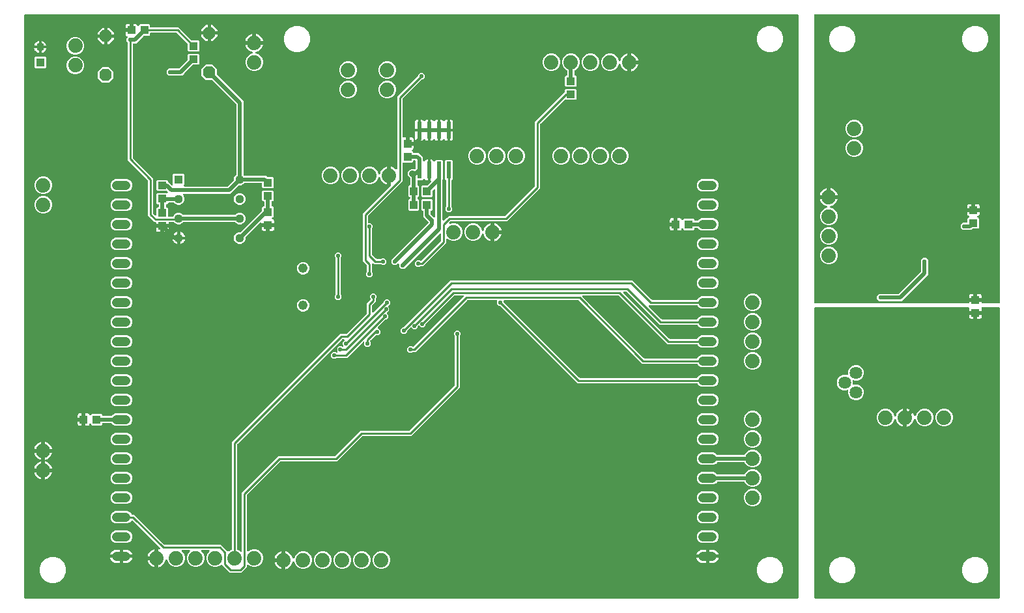
<source format=gbl>
G04 EAGLE Gerber RS-274X export*
G04 #@! %TF.Part,Single*
G04 #@! %TF.FileFunction,Copper,L2,Bot,Mixed*
G04 #@! %TF.FilePolarity,Positive*
G04 #@! %TF.GenerationSoftware,Autodesk,EAGLE,9.6.2*
G04 #@! %TF.CreationDate,2022-03-11T18:21:18Z*
G75*
%MOMM*%
%FSLAX34Y34*%
%LPD*%
%INBottom Copper*%
%IPPOS*%
%AMOC8*
5,1,8,0,0,1.08239X$1,22.5*%
G01*
%ADD10P,1.732040X8X112.500000*%
%ADD11R,1.130000X1.130000*%
%ADD12C,1.130000*%
%ADD13C,1.879600*%
%ADD14R,1.100000X1.100000*%
%ADD15C,1.100000*%
%ADD16C,1.635000*%
%ADD17C,1.219200*%
%ADD18R,1.000000X1.100000*%
%ADD19R,1.100000X1.000000*%
%ADD20C,1.219200*%
%ADD21R,0.600000X2.200000*%
%ADD22C,0.553200*%
%ADD23C,0.508000*%
%ADD24C,0.254000*%
%ADD25C,0.203200*%
%ADD26C,0.900000*%
%ADD27C,0.975000*%

G36*
X1005958Y1016D02*
X1005958Y1016D01*
X1006077Y1023D01*
X1006115Y1036D01*
X1006156Y1041D01*
X1006266Y1084D01*
X1006379Y1121D01*
X1006414Y1143D01*
X1006451Y1158D01*
X1006547Y1227D01*
X1006648Y1291D01*
X1006676Y1321D01*
X1006709Y1344D01*
X1006785Y1436D01*
X1006866Y1523D01*
X1006886Y1558D01*
X1006911Y1589D01*
X1006962Y1697D01*
X1007020Y1801D01*
X1007030Y1841D01*
X1007047Y1877D01*
X1007069Y1994D01*
X1007099Y2109D01*
X1007103Y2169D01*
X1007107Y2189D01*
X1007105Y2210D01*
X1007109Y2270D01*
X1007109Y759730D01*
X1007094Y759848D01*
X1007087Y759967D01*
X1007074Y760005D01*
X1007069Y760046D01*
X1007026Y760156D01*
X1006989Y760269D01*
X1006967Y760304D01*
X1006952Y760341D01*
X1006882Y760437D01*
X1006819Y760538D01*
X1006789Y760566D01*
X1006766Y760599D01*
X1006674Y760675D01*
X1006587Y760756D01*
X1006552Y760776D01*
X1006521Y760801D01*
X1006413Y760852D01*
X1006309Y760910D01*
X1006269Y760920D01*
X1006233Y760937D01*
X1006116Y760959D01*
X1006001Y760989D01*
X1005940Y760993D01*
X1005920Y760997D01*
X1005900Y760995D01*
X1005840Y760999D01*
X2270Y760999D01*
X2152Y760984D01*
X2033Y760977D01*
X1995Y760964D01*
X1954Y760959D01*
X1844Y760916D01*
X1731Y760879D01*
X1696Y760857D01*
X1659Y760842D01*
X1563Y760773D01*
X1462Y760709D01*
X1434Y760679D01*
X1401Y760656D01*
X1325Y760564D01*
X1244Y760477D01*
X1224Y760442D01*
X1199Y760411D01*
X1148Y760303D01*
X1090Y760199D01*
X1080Y760159D01*
X1063Y760123D01*
X1041Y760006D01*
X1011Y759891D01*
X1007Y759831D01*
X1003Y759811D01*
X1005Y759790D01*
X1001Y759730D01*
X1001Y2270D01*
X1016Y2152D01*
X1023Y2033D01*
X1036Y1995D01*
X1041Y1954D01*
X1084Y1844D01*
X1121Y1731D01*
X1143Y1696D01*
X1158Y1659D01*
X1227Y1563D01*
X1291Y1462D01*
X1321Y1434D01*
X1344Y1401D01*
X1436Y1325D01*
X1523Y1244D01*
X1558Y1224D01*
X1589Y1199D01*
X1697Y1148D01*
X1801Y1090D01*
X1841Y1080D01*
X1877Y1063D01*
X1994Y1041D01*
X2109Y1011D01*
X2169Y1007D01*
X2189Y1003D01*
X2210Y1005D01*
X2270Y1001D01*
X1005840Y1001D01*
X1005958Y1016D01*
G37*
G36*
X1267848Y1016D02*
X1267848Y1016D01*
X1267967Y1023D01*
X1268005Y1036D01*
X1268046Y1041D01*
X1268156Y1084D01*
X1268269Y1121D01*
X1268304Y1143D01*
X1268341Y1158D01*
X1268437Y1227D01*
X1268538Y1291D01*
X1268566Y1321D01*
X1268599Y1344D01*
X1268675Y1436D01*
X1268756Y1523D01*
X1268776Y1558D01*
X1268801Y1589D01*
X1268852Y1697D01*
X1268910Y1801D01*
X1268920Y1841D01*
X1268937Y1877D01*
X1268959Y1994D01*
X1268989Y2109D01*
X1268993Y2169D01*
X1268997Y2189D01*
X1268995Y2210D01*
X1268999Y2270D01*
X1268999Y378460D01*
X1268984Y378578D01*
X1268977Y378697D01*
X1268964Y378735D01*
X1268959Y378776D01*
X1268916Y378886D01*
X1268879Y378999D01*
X1268857Y379034D01*
X1268842Y379071D01*
X1268773Y379167D01*
X1268709Y379268D01*
X1268679Y379296D01*
X1268656Y379329D01*
X1268564Y379405D01*
X1268477Y379486D01*
X1268442Y379506D01*
X1268411Y379531D01*
X1268303Y379582D01*
X1268199Y379640D01*
X1268159Y379650D01*
X1268123Y379667D01*
X1268006Y379689D01*
X1267891Y379719D01*
X1267831Y379723D01*
X1267811Y379727D01*
X1267790Y379725D01*
X1267730Y379729D01*
X1246167Y379729D01*
X1246043Y379714D01*
X1245917Y379704D01*
X1245885Y379694D01*
X1245852Y379689D01*
X1245735Y379643D01*
X1245616Y379603D01*
X1245587Y379585D01*
X1245556Y379572D01*
X1245454Y379499D01*
X1245349Y379430D01*
X1245326Y379405D01*
X1245299Y379386D01*
X1245218Y379289D01*
X1245133Y379196D01*
X1245117Y379167D01*
X1245096Y379141D01*
X1245042Y379027D01*
X1244983Y378916D01*
X1244975Y378883D01*
X1244960Y378853D01*
X1244937Y378730D01*
X1244906Y378607D01*
X1244907Y378574D01*
X1244900Y378541D01*
X1244908Y378415D01*
X1244909Y378289D01*
X1244919Y378241D01*
X1244920Y378223D01*
X1244927Y378203D01*
X1244941Y378131D01*
X1245021Y377834D01*
X1245021Y374999D01*
X1238210Y374999D01*
X1238092Y374984D01*
X1237973Y374977D01*
X1237935Y374964D01*
X1237895Y374959D01*
X1237784Y374916D01*
X1237671Y374879D01*
X1237637Y374857D01*
X1237599Y374842D01*
X1237503Y374773D01*
X1237402Y374709D01*
X1237374Y374679D01*
X1237342Y374656D01*
X1237266Y374564D01*
X1237184Y374477D01*
X1237165Y374442D01*
X1237139Y374411D01*
X1237088Y374303D01*
X1237031Y374199D01*
X1237021Y374159D01*
X1237003Y374123D01*
X1236983Y374016D01*
X1236979Y374046D01*
X1236935Y374156D01*
X1236899Y374269D01*
X1236877Y374304D01*
X1236862Y374341D01*
X1236792Y374437D01*
X1236729Y374538D01*
X1236699Y374566D01*
X1236675Y374599D01*
X1236584Y374675D01*
X1236497Y374756D01*
X1236462Y374776D01*
X1236430Y374801D01*
X1236323Y374852D01*
X1236218Y374910D01*
X1236179Y374920D01*
X1236143Y374937D01*
X1236026Y374959D01*
X1235910Y374989D01*
X1235850Y374993D01*
X1235830Y374997D01*
X1235810Y374995D01*
X1235750Y374999D01*
X1228939Y374999D01*
X1228939Y377834D01*
X1229019Y378131D01*
X1229036Y378256D01*
X1229060Y378380D01*
X1229057Y378413D01*
X1229062Y378447D01*
X1229048Y378572D01*
X1229040Y378697D01*
X1229029Y378729D01*
X1229026Y378762D01*
X1228980Y378880D01*
X1228942Y378999D01*
X1228924Y379028D01*
X1228912Y379059D01*
X1228839Y379162D01*
X1228772Y379268D01*
X1228747Y379291D01*
X1228728Y379319D01*
X1228632Y379400D01*
X1228540Y379486D01*
X1228510Y379502D01*
X1228485Y379524D01*
X1228372Y379579D01*
X1228261Y379640D01*
X1228229Y379648D01*
X1228198Y379663D01*
X1228075Y379688D01*
X1227954Y379719D01*
X1227905Y379722D01*
X1227887Y379726D01*
X1227865Y379725D01*
X1227793Y379729D01*
X1028700Y379729D01*
X1028582Y379714D01*
X1028463Y379707D01*
X1028425Y379694D01*
X1028384Y379689D01*
X1028274Y379646D01*
X1028161Y379609D01*
X1028126Y379587D01*
X1028089Y379572D01*
X1027993Y379503D01*
X1027892Y379439D01*
X1027864Y379409D01*
X1027831Y379386D01*
X1027756Y379294D01*
X1027674Y379207D01*
X1027654Y379172D01*
X1027629Y379141D01*
X1027578Y379033D01*
X1027520Y378929D01*
X1027510Y378889D01*
X1027493Y378853D01*
X1027471Y378736D01*
X1027441Y378621D01*
X1027437Y378561D01*
X1027433Y378541D01*
X1027435Y378520D01*
X1027431Y378460D01*
X1027431Y2270D01*
X1027446Y2152D01*
X1027453Y2033D01*
X1027466Y1995D01*
X1027471Y1954D01*
X1027514Y1844D01*
X1027551Y1731D01*
X1027573Y1696D01*
X1027588Y1659D01*
X1027658Y1563D01*
X1027721Y1462D01*
X1027751Y1434D01*
X1027774Y1401D01*
X1027866Y1325D01*
X1027953Y1244D01*
X1027988Y1224D01*
X1028019Y1199D01*
X1028127Y1148D01*
X1028231Y1090D01*
X1028271Y1080D01*
X1028307Y1063D01*
X1028424Y1041D01*
X1028539Y1011D01*
X1028600Y1007D01*
X1028620Y1003D01*
X1028640Y1005D01*
X1028700Y1001D01*
X1267730Y1001D01*
X1267848Y1016D01*
G37*
G36*
X1227788Y384826D02*
X1227788Y384826D01*
X1227907Y384833D01*
X1227945Y384846D01*
X1227986Y384851D01*
X1228096Y384894D01*
X1228209Y384931D01*
X1228244Y384953D01*
X1228281Y384968D01*
X1228377Y385038D01*
X1228478Y385101D01*
X1228506Y385131D01*
X1228539Y385154D01*
X1228615Y385246D01*
X1228696Y385333D01*
X1228716Y385368D01*
X1228741Y385399D01*
X1228792Y385507D01*
X1228850Y385611D01*
X1228860Y385651D01*
X1228877Y385687D01*
X1228899Y385804D01*
X1228929Y385919D01*
X1228933Y385980D01*
X1228937Y386000D01*
X1228935Y386020D01*
X1228939Y386080D01*
X1228939Y387001D01*
X1235750Y387001D01*
X1235868Y387016D01*
X1235987Y387023D01*
X1236025Y387035D01*
X1236065Y387041D01*
X1236176Y387084D01*
X1236289Y387121D01*
X1236323Y387143D01*
X1236361Y387158D01*
X1236457Y387227D01*
X1236558Y387291D01*
X1236586Y387321D01*
X1236618Y387344D01*
X1236694Y387436D01*
X1236776Y387523D01*
X1236795Y387558D01*
X1236821Y387589D01*
X1236872Y387697D01*
X1236929Y387801D01*
X1236939Y387841D01*
X1236957Y387877D01*
X1236977Y387984D01*
X1236981Y387954D01*
X1237025Y387844D01*
X1237061Y387731D01*
X1237083Y387696D01*
X1237098Y387659D01*
X1237168Y387562D01*
X1237231Y387462D01*
X1237261Y387434D01*
X1237285Y387401D01*
X1237376Y387325D01*
X1237463Y387244D01*
X1237498Y387224D01*
X1237530Y387199D01*
X1237637Y387148D01*
X1237742Y387090D01*
X1237781Y387080D01*
X1237817Y387063D01*
X1237934Y387041D01*
X1238050Y387011D01*
X1238110Y387007D01*
X1238130Y387003D01*
X1238150Y387005D01*
X1238210Y387001D01*
X1245021Y387001D01*
X1245021Y386080D01*
X1245036Y385962D01*
X1245043Y385843D01*
X1245056Y385805D01*
X1245061Y385764D01*
X1245104Y385654D01*
X1245141Y385541D01*
X1245163Y385506D01*
X1245178Y385469D01*
X1245247Y385373D01*
X1245311Y385272D01*
X1245341Y385244D01*
X1245364Y385211D01*
X1245456Y385136D01*
X1245543Y385054D01*
X1245578Y385034D01*
X1245609Y385009D01*
X1245717Y384958D01*
X1245821Y384900D01*
X1245861Y384890D01*
X1245897Y384873D01*
X1246014Y384851D01*
X1246129Y384821D01*
X1246189Y384817D01*
X1246209Y384813D01*
X1246230Y384815D01*
X1246290Y384811D01*
X1267730Y384811D01*
X1267848Y384826D01*
X1267967Y384833D01*
X1268005Y384846D01*
X1268046Y384851D01*
X1268156Y384894D01*
X1268269Y384931D01*
X1268304Y384953D01*
X1268341Y384968D01*
X1268437Y385038D01*
X1268538Y385101D01*
X1268566Y385131D01*
X1268599Y385154D01*
X1268675Y385246D01*
X1268756Y385333D01*
X1268776Y385368D01*
X1268801Y385399D01*
X1268852Y385507D01*
X1268910Y385611D01*
X1268920Y385651D01*
X1268937Y385687D01*
X1268959Y385804D01*
X1268989Y385919D01*
X1268993Y385980D01*
X1268997Y386000D01*
X1268995Y386020D01*
X1268999Y386080D01*
X1268999Y759730D01*
X1268984Y759848D01*
X1268977Y759967D01*
X1268964Y760005D01*
X1268959Y760046D01*
X1268916Y760156D01*
X1268879Y760269D01*
X1268857Y760304D01*
X1268842Y760341D01*
X1268773Y760437D01*
X1268709Y760538D01*
X1268679Y760566D01*
X1268656Y760599D01*
X1268564Y760675D01*
X1268477Y760756D01*
X1268442Y760776D01*
X1268411Y760801D01*
X1268303Y760852D01*
X1268199Y760910D01*
X1268159Y760920D01*
X1268123Y760937D01*
X1268006Y760959D01*
X1267891Y760989D01*
X1267831Y760993D01*
X1267811Y760997D01*
X1267790Y760995D01*
X1267730Y760999D01*
X1028700Y760999D01*
X1028582Y760984D01*
X1028463Y760977D01*
X1028425Y760964D01*
X1028384Y760959D01*
X1028274Y760916D01*
X1028161Y760879D01*
X1028126Y760857D01*
X1028089Y760842D01*
X1027993Y760773D01*
X1027892Y760709D01*
X1027864Y760679D01*
X1027831Y760656D01*
X1027756Y760564D01*
X1027674Y760477D01*
X1027654Y760442D01*
X1027629Y760411D01*
X1027578Y760303D01*
X1027520Y760199D01*
X1027510Y760159D01*
X1027493Y760123D01*
X1027471Y760006D01*
X1027441Y759891D01*
X1027437Y759831D01*
X1027433Y759811D01*
X1027435Y759790D01*
X1027431Y759730D01*
X1027431Y386080D01*
X1027446Y385962D01*
X1027453Y385843D01*
X1027466Y385805D01*
X1027471Y385764D01*
X1027514Y385654D01*
X1027551Y385541D01*
X1027573Y385506D01*
X1027588Y385469D01*
X1027658Y385373D01*
X1027721Y385272D01*
X1027751Y385244D01*
X1027774Y385211D01*
X1027866Y385136D01*
X1027953Y385054D01*
X1027988Y385034D01*
X1028019Y385009D01*
X1028127Y384958D01*
X1028231Y384900D01*
X1028271Y384890D01*
X1028307Y384873D01*
X1028424Y384851D01*
X1028539Y384821D01*
X1028600Y384817D01*
X1028620Y384813D01*
X1028640Y384815D01*
X1028700Y384811D01*
X1227670Y384811D01*
X1227788Y384826D01*
G37*
%LPC*%
G36*
X881293Y276383D02*
X881293Y276383D01*
X878318Y277616D01*
X876040Y279894D01*
X875833Y280394D01*
X875818Y280419D01*
X875809Y280447D01*
X875740Y280557D01*
X875675Y280670D01*
X875655Y280691D01*
X875639Y280716D01*
X875544Y280805D01*
X875454Y280898D01*
X875429Y280914D01*
X875407Y280934D01*
X875294Y280997D01*
X875183Y281065D01*
X875155Y281073D01*
X875129Y281088D01*
X875003Y281120D01*
X874879Y281158D01*
X874849Y281160D01*
X874821Y281167D01*
X874660Y281177D01*
X719992Y281177D01*
X619498Y381672D01*
X619419Y381732D01*
X619347Y381800D01*
X619294Y381829D01*
X619246Y381866D01*
X619155Y381906D01*
X619069Y381954D01*
X619010Y381969D01*
X618955Y381993D01*
X618857Y382008D01*
X618761Y382033D01*
X618661Y382039D01*
X618640Y382043D01*
X618628Y382041D01*
X618600Y382043D01*
X618088Y382043D01*
X615723Y384408D01*
X615723Y387858D01*
X615708Y387976D01*
X615701Y388095D01*
X615688Y388133D01*
X615683Y388174D01*
X615640Y388284D01*
X615603Y388397D01*
X615581Y388432D01*
X615566Y388469D01*
X615497Y388565D01*
X615433Y388666D01*
X615403Y388694D01*
X615380Y388727D01*
X615288Y388803D01*
X615201Y388884D01*
X615166Y388904D01*
X615135Y388929D01*
X615027Y388980D01*
X614923Y389038D01*
X614883Y389048D01*
X614847Y389065D01*
X614730Y389087D01*
X614615Y389117D01*
X614555Y389121D01*
X614535Y389125D01*
X614514Y389123D01*
X614454Y389127D01*
X577204Y389127D01*
X577106Y389115D01*
X577007Y389112D01*
X576948Y389095D01*
X576888Y389087D01*
X576796Y389051D01*
X576701Y389023D01*
X576649Y388993D01*
X576593Y388970D01*
X576513Y388912D01*
X576427Y388862D01*
X576352Y388796D01*
X576335Y388784D01*
X576327Y388774D01*
X576306Y388756D01*
X509368Y321817D01*
X505852Y321817D01*
X505754Y321805D01*
X505655Y321802D01*
X505596Y321785D01*
X505536Y321777D01*
X505444Y321741D01*
X505349Y321713D01*
X505297Y321683D01*
X505241Y321660D01*
X505161Y321602D01*
X505075Y321552D01*
X505000Y321486D01*
X504983Y321474D01*
X504975Y321464D01*
X504954Y321446D01*
X504592Y321083D01*
X501248Y321083D01*
X498883Y323448D01*
X498883Y326792D01*
X501248Y329157D01*
X504592Y329157D01*
X504954Y328794D01*
X505033Y328734D01*
X505105Y328666D01*
X505158Y328637D01*
X505206Y328600D01*
X505297Y328560D01*
X505383Y328512D01*
X505442Y328497D01*
X505497Y328473D01*
X505595Y328458D01*
X505691Y328433D01*
X505791Y328427D01*
X505812Y328423D01*
X505824Y328425D01*
X505852Y328423D01*
X506106Y328423D01*
X506204Y328435D01*
X506303Y328438D01*
X506362Y328455D01*
X506422Y328463D01*
X506514Y328499D01*
X506609Y328527D01*
X506661Y328557D01*
X506717Y328580D01*
X506797Y328638D01*
X506883Y328688D01*
X506958Y328754D01*
X506975Y328766D01*
X506983Y328776D01*
X507004Y328794D01*
X571520Y393311D01*
X571605Y393420D01*
X571694Y393527D01*
X571702Y393546D01*
X571715Y393562D01*
X571770Y393690D01*
X571829Y393815D01*
X571833Y393835D01*
X571841Y393854D01*
X571863Y393992D01*
X571889Y394128D01*
X571888Y394148D01*
X571891Y394168D01*
X571878Y394307D01*
X571869Y394445D01*
X571863Y394464D01*
X571861Y394484D01*
X571814Y394616D01*
X571771Y394747D01*
X571760Y394765D01*
X571753Y394784D01*
X571675Y394899D01*
X571601Y395016D01*
X571586Y395030D01*
X571575Y395047D01*
X571471Y395139D01*
X571369Y395234D01*
X571352Y395244D01*
X571336Y395257D01*
X571213Y395320D01*
X571091Y395388D01*
X571071Y395393D01*
X571053Y395402D01*
X570917Y395432D01*
X570783Y395467D01*
X570755Y395469D01*
X570743Y395472D01*
X570722Y395471D01*
X570622Y395477D01*
X560694Y395477D01*
X560596Y395465D01*
X560497Y395462D01*
X560438Y395445D01*
X560378Y395437D01*
X560286Y395401D01*
X560191Y395373D01*
X560139Y395343D01*
X560083Y395320D01*
X560003Y395262D01*
X559917Y395212D01*
X559842Y395146D01*
X559825Y395134D01*
X559817Y395124D01*
X559796Y395106D01*
X522568Y357878D01*
X522508Y357799D01*
X522440Y357727D01*
X522411Y357674D01*
X522374Y357626D01*
X522334Y357535D01*
X522286Y357449D01*
X522271Y357390D01*
X522247Y357335D01*
X522232Y357237D01*
X522207Y357141D01*
X522201Y357041D01*
X522197Y357020D01*
X522199Y357008D01*
X522197Y356980D01*
X522197Y356468D01*
X519832Y354103D01*
X516488Y354103D01*
X514728Y355863D01*
X514634Y355936D01*
X514545Y356014D01*
X514509Y356033D01*
X514477Y356058D01*
X514368Y356105D01*
X514262Y356159D01*
X514222Y356168D01*
X514185Y356184D01*
X514068Y356203D01*
X513952Y356229D01*
X513911Y356228D01*
X513871Y356234D01*
X513752Y356223D01*
X513634Y356219D01*
X513595Y356208D01*
X513555Y356204D01*
X513442Y356164D01*
X513328Y356131D01*
X513293Y356110D01*
X513255Y356096D01*
X513157Y356030D01*
X513054Y355969D01*
X513009Y355929D01*
X512992Y355918D01*
X512979Y355903D01*
X512933Y355863D01*
X512408Y355338D01*
X512348Y355259D01*
X512280Y355187D01*
X512251Y355134D01*
X512214Y355086D01*
X512174Y354996D01*
X512126Y354909D01*
X512111Y354850D01*
X512087Y354795D01*
X512072Y354697D01*
X512047Y354601D01*
X512041Y354501D01*
X512037Y354480D01*
X512039Y354468D01*
X512037Y354440D01*
X512037Y353928D01*
X509672Y351563D01*
X506328Y351563D01*
X504568Y353323D01*
X504474Y353396D01*
X504385Y353474D01*
X504349Y353493D01*
X504317Y353518D01*
X504208Y353565D01*
X504102Y353619D01*
X504063Y353628D01*
X504025Y353644D01*
X503908Y353663D01*
X503792Y353689D01*
X503751Y353688D01*
X503711Y353694D01*
X503593Y353683D01*
X503474Y353679D01*
X503435Y353668D01*
X503395Y353664D01*
X503282Y353624D01*
X503168Y353591D01*
X503133Y353570D01*
X503095Y353556D01*
X502997Y353489D01*
X502894Y353429D01*
X502849Y353389D01*
X502832Y353378D01*
X502819Y353363D01*
X502773Y353323D01*
X498438Y348988D01*
X498378Y348909D01*
X498310Y348837D01*
X498281Y348784D01*
X498244Y348736D01*
X498204Y348645D01*
X498156Y348559D01*
X498141Y348500D01*
X498117Y348445D01*
X498102Y348347D01*
X498077Y348251D01*
X498071Y348151D01*
X498067Y348130D01*
X498069Y348118D01*
X498067Y348090D01*
X498067Y347578D01*
X495702Y345213D01*
X492358Y345213D01*
X489993Y347578D01*
X489993Y350922D01*
X492358Y353287D01*
X492870Y353287D01*
X492968Y353299D01*
X493067Y353302D01*
X493126Y353319D01*
X493186Y353327D01*
X493278Y353363D01*
X493373Y353391D01*
X493425Y353421D01*
X493481Y353444D01*
X493561Y353502D01*
X493647Y353552D01*
X493722Y353618D01*
X493739Y353630D01*
X493747Y353640D01*
X493768Y353658D01*
X554892Y414783D01*
X791308Y414783D01*
X793614Y412477D01*
X793614Y412476D01*
X816336Y389754D01*
X816415Y389694D01*
X816487Y389626D01*
X816540Y389597D01*
X816588Y389560D01*
X816679Y389520D01*
X816765Y389472D01*
X816824Y389457D01*
X816879Y389433D01*
X816977Y389418D01*
X817073Y389393D01*
X817173Y389387D01*
X817193Y389383D01*
X817206Y389385D01*
X817234Y389383D01*
X874660Y389383D01*
X874689Y389386D01*
X874719Y389384D01*
X874847Y389406D01*
X874976Y389423D01*
X875003Y389433D01*
X875032Y389438D01*
X875151Y389492D01*
X875271Y389540D01*
X875295Y389557D01*
X875322Y389569D01*
X875424Y389650D01*
X875529Y389726D01*
X875548Y389749D01*
X875571Y389768D01*
X875649Y389871D01*
X875731Y389971D01*
X875744Y389998D01*
X875762Y390022D01*
X875833Y390166D01*
X876040Y390666D01*
X878318Y392944D01*
X881293Y394177D01*
X896707Y394177D01*
X899682Y392944D01*
X901960Y390666D01*
X903193Y387691D01*
X903193Y384469D01*
X901960Y381494D01*
X899682Y379216D01*
X896707Y377983D01*
X881293Y377983D01*
X878318Y379216D01*
X876040Y381494D01*
X875833Y381994D01*
X875818Y382019D01*
X875809Y382047D01*
X875740Y382157D01*
X875675Y382270D01*
X875655Y382291D01*
X875639Y382316D01*
X875544Y382405D01*
X875454Y382498D01*
X875429Y382514D01*
X875407Y382534D01*
X875294Y382597D01*
X875183Y382665D01*
X875155Y382673D01*
X875129Y382688D01*
X875003Y382720D01*
X874879Y382758D01*
X874849Y382760D01*
X874821Y382767D01*
X874660Y382777D01*
X813678Y382777D01*
X813540Y382760D01*
X813401Y382747D01*
X813382Y382740D01*
X813362Y382737D01*
X813233Y382686D01*
X813102Y382639D01*
X813085Y382628D01*
X813067Y382620D01*
X812954Y382539D01*
X812839Y382461D01*
X812826Y382445D01*
X812809Y382434D01*
X812721Y382326D01*
X812628Y382222D01*
X812619Y382204D01*
X812606Y382189D01*
X812547Y382063D01*
X812484Y381939D01*
X812479Y381919D01*
X812471Y381901D01*
X812445Y381765D01*
X812414Y381629D01*
X812415Y381608D01*
X812411Y381589D01*
X812420Y381450D01*
X812424Y381311D01*
X812430Y381291D01*
X812431Y381271D01*
X812474Y381139D01*
X812512Y381005D01*
X812523Y380988D01*
X812529Y380969D01*
X812603Y380851D01*
X812674Y380731D01*
X812692Y380710D01*
X812699Y380700D01*
X812714Y380686D01*
X812780Y380611D01*
X829036Y364354D01*
X829115Y364294D01*
X829187Y364226D01*
X829240Y364197D01*
X829288Y364160D01*
X829379Y364120D01*
X829465Y364072D01*
X829524Y364057D01*
X829579Y364033D01*
X829677Y364018D01*
X829773Y363993D01*
X829873Y363987D01*
X829894Y363983D01*
X829906Y363985D01*
X829934Y363983D01*
X874660Y363983D01*
X874689Y363986D01*
X874719Y363984D01*
X874847Y364006D01*
X874976Y364023D01*
X875003Y364033D01*
X875032Y364038D01*
X875151Y364092D01*
X875271Y364140D01*
X875295Y364157D01*
X875322Y364169D01*
X875424Y364250D01*
X875529Y364326D01*
X875548Y364349D01*
X875571Y364368D01*
X875649Y364471D01*
X875731Y364571D01*
X875744Y364598D01*
X875762Y364622D01*
X875833Y364766D01*
X876040Y365266D01*
X878318Y367544D01*
X881293Y368777D01*
X896707Y368777D01*
X899682Y367544D01*
X901960Y365266D01*
X903193Y362291D01*
X903193Y359069D01*
X901960Y356094D01*
X899682Y353816D01*
X896707Y352583D01*
X881293Y352583D01*
X878318Y353816D01*
X876040Y356094D01*
X875833Y356594D01*
X875818Y356619D01*
X875809Y356647D01*
X875740Y356757D01*
X875675Y356870D01*
X875655Y356891D01*
X875639Y356916D01*
X875544Y357005D01*
X875454Y357098D01*
X875429Y357114D01*
X875407Y357134D01*
X875294Y357197D01*
X875183Y357265D01*
X875155Y357273D01*
X875129Y357288D01*
X875003Y357320D01*
X874879Y357358D01*
X874849Y357360D01*
X874821Y357367D01*
X874660Y357377D01*
X826672Y357377D01*
X783864Y400186D01*
X783785Y400246D01*
X783713Y400314D01*
X783660Y400343D01*
X783612Y400380D01*
X783521Y400420D01*
X783435Y400468D01*
X783376Y400483D01*
X783321Y400507D01*
X783223Y400522D01*
X783127Y400547D01*
X783027Y400553D01*
X783006Y400557D01*
X782994Y400555D01*
X782966Y400557D01*
X780658Y400557D01*
X780520Y400540D01*
X780381Y400527D01*
X780362Y400520D01*
X780342Y400517D01*
X780213Y400466D01*
X780082Y400419D01*
X780065Y400408D01*
X780047Y400400D01*
X779934Y400319D01*
X779819Y400241D01*
X779806Y400225D01*
X779789Y400214D01*
X779701Y400106D01*
X779608Y400002D01*
X779599Y399984D01*
X779586Y399969D01*
X779527Y399843D01*
X779464Y399719D01*
X779459Y399699D01*
X779451Y399681D01*
X779425Y399545D01*
X779394Y399409D01*
X779395Y399388D01*
X779391Y399369D01*
X779400Y399230D01*
X779404Y399091D01*
X779410Y399071D01*
X779411Y399051D01*
X779454Y398919D01*
X779492Y398785D01*
X779503Y398768D01*
X779509Y398749D01*
X779583Y398631D01*
X779654Y398511D01*
X779672Y398490D01*
X779679Y398480D01*
X779694Y398466D01*
X779760Y398391D01*
X839196Y338954D01*
X839275Y338894D01*
X839347Y338826D01*
X839400Y338797D01*
X839448Y338760D01*
X839539Y338720D01*
X839625Y338672D01*
X839684Y338657D01*
X839739Y338633D01*
X839837Y338618D01*
X839933Y338593D01*
X840033Y338587D01*
X840054Y338583D01*
X840066Y338585D01*
X840094Y338583D01*
X874660Y338583D01*
X874689Y338586D01*
X874719Y338584D01*
X874847Y338606D01*
X874976Y338623D01*
X875003Y338633D01*
X875032Y338638D01*
X875151Y338692D01*
X875271Y338740D01*
X875295Y338757D01*
X875322Y338769D01*
X875424Y338850D01*
X875529Y338926D01*
X875548Y338949D01*
X875571Y338968D01*
X875649Y339071D01*
X875731Y339171D01*
X875744Y339198D01*
X875762Y339222D01*
X875833Y339366D01*
X876040Y339866D01*
X878318Y342144D01*
X881293Y343377D01*
X896707Y343377D01*
X899682Y342144D01*
X901960Y339866D01*
X903193Y336891D01*
X903193Y333669D01*
X901960Y330694D01*
X899682Y328416D01*
X896707Y327183D01*
X881293Y327183D01*
X878318Y328416D01*
X876040Y330694D01*
X875833Y331194D01*
X875818Y331219D01*
X875809Y331247D01*
X875740Y331357D01*
X875675Y331470D01*
X875655Y331491D01*
X875639Y331516D01*
X875544Y331605D01*
X875454Y331698D01*
X875429Y331714D01*
X875407Y331734D01*
X875294Y331797D01*
X875183Y331865D01*
X875155Y331873D01*
X875129Y331888D01*
X875003Y331920D01*
X874879Y331958D01*
X874849Y331960D01*
X874821Y331967D01*
X874660Y331977D01*
X836832Y331977D01*
X773704Y395106D01*
X773625Y395166D01*
X773553Y395234D01*
X773500Y395263D01*
X773452Y395300D01*
X773361Y395340D01*
X773275Y395388D01*
X773216Y395403D01*
X773161Y395427D01*
X773063Y395442D01*
X772967Y395467D01*
X772867Y395473D01*
X772846Y395477D01*
X772834Y395475D01*
X772806Y395477D01*
X727318Y395477D01*
X727180Y395460D01*
X727041Y395447D01*
X727022Y395440D01*
X727002Y395437D01*
X726873Y395386D01*
X726742Y395339D01*
X726725Y395328D01*
X726707Y395320D01*
X726594Y395239D01*
X726479Y395161D01*
X726466Y395145D01*
X726449Y395134D01*
X726360Y395026D01*
X726268Y394922D01*
X726259Y394904D01*
X726246Y394889D01*
X726187Y394763D01*
X726124Y394639D01*
X726119Y394619D01*
X726111Y394601D01*
X726085Y394465D01*
X726054Y394329D01*
X726055Y394308D01*
X726051Y394289D01*
X726060Y394150D01*
X726064Y394011D01*
X726070Y393991D01*
X726071Y393971D01*
X726114Y393839D01*
X726152Y393705D01*
X726163Y393688D01*
X726169Y393669D01*
X726243Y393551D01*
X726314Y393431D01*
X726332Y393410D01*
X726339Y393400D01*
X726354Y393386D01*
X726420Y393311D01*
X806176Y313554D01*
X806255Y313494D01*
X806327Y313426D01*
X806380Y313397D01*
X806428Y313360D01*
X806519Y313320D01*
X806605Y313272D01*
X806664Y313257D01*
X806719Y313233D01*
X806817Y313218D01*
X806913Y313193D01*
X807013Y313187D01*
X807034Y313183D01*
X807046Y313185D01*
X807074Y313183D01*
X874660Y313183D01*
X874689Y313186D01*
X874719Y313184D01*
X874847Y313206D01*
X874976Y313223D01*
X875003Y313233D01*
X875032Y313238D01*
X875151Y313292D01*
X875271Y313340D01*
X875295Y313357D01*
X875322Y313369D01*
X875424Y313450D01*
X875529Y313526D01*
X875548Y313549D01*
X875571Y313568D01*
X875649Y313671D01*
X875731Y313771D01*
X875744Y313798D01*
X875762Y313822D01*
X875833Y313966D01*
X876040Y314466D01*
X878318Y316744D01*
X881293Y317977D01*
X896707Y317977D01*
X899682Y316744D01*
X901960Y314466D01*
X903193Y311491D01*
X903193Y308269D01*
X901960Y305294D01*
X899682Y303016D01*
X896707Y301783D01*
X881293Y301783D01*
X878318Y303016D01*
X876040Y305294D01*
X875833Y305794D01*
X875818Y305819D01*
X875809Y305847D01*
X875740Y305957D01*
X875675Y306070D01*
X875655Y306091D01*
X875639Y306116D01*
X875544Y306205D01*
X875454Y306298D01*
X875429Y306314D01*
X875407Y306334D01*
X875294Y306397D01*
X875183Y306465D01*
X875155Y306473D01*
X875129Y306488D01*
X875003Y306520D01*
X874879Y306558D01*
X874849Y306560D01*
X874821Y306567D01*
X874660Y306577D01*
X803812Y306577D01*
X721634Y388756D01*
X721555Y388816D01*
X721483Y388884D01*
X721430Y388913D01*
X721382Y388950D01*
X721291Y388990D01*
X721205Y389038D01*
X721146Y389053D01*
X721091Y389077D01*
X720993Y389092D01*
X720897Y389117D01*
X720797Y389123D01*
X720776Y389127D01*
X720764Y389125D01*
X720736Y389127D01*
X625066Y389127D01*
X624948Y389112D01*
X624829Y389105D01*
X624791Y389092D01*
X624750Y389087D01*
X624640Y389044D01*
X624527Y389007D01*
X624492Y388985D01*
X624455Y388970D01*
X624359Y388901D01*
X624258Y388837D01*
X624230Y388807D01*
X624197Y388784D01*
X624121Y388692D01*
X624040Y388605D01*
X624020Y388570D01*
X623995Y388539D01*
X623944Y388431D01*
X623886Y388327D01*
X623876Y388287D01*
X623859Y388251D01*
X623837Y388134D01*
X623807Y388019D01*
X623803Y387959D01*
X623799Y387939D01*
X623801Y387918D01*
X623797Y387858D01*
X623797Y387240D01*
X623809Y387142D01*
X623812Y387043D01*
X623829Y386984D01*
X623837Y386924D01*
X623873Y386832D01*
X623901Y386737D01*
X623931Y386685D01*
X623954Y386629D01*
X624012Y386549D01*
X624062Y386463D01*
X624128Y386388D01*
X624140Y386371D01*
X624150Y386363D01*
X624168Y386342D01*
X722356Y288154D01*
X722435Y288094D01*
X722507Y288026D01*
X722560Y287997D01*
X722608Y287960D01*
X722699Y287920D01*
X722785Y287872D01*
X722844Y287857D01*
X722899Y287833D01*
X722997Y287818D01*
X723093Y287793D01*
X723193Y287787D01*
X723214Y287783D01*
X723226Y287785D01*
X723254Y287783D01*
X874660Y287783D01*
X874689Y287786D01*
X874719Y287784D01*
X874847Y287806D01*
X874976Y287823D01*
X875003Y287833D01*
X875032Y287838D01*
X875151Y287892D01*
X875271Y287940D01*
X875295Y287957D01*
X875322Y287969D01*
X875424Y288050D01*
X875529Y288126D01*
X875548Y288149D01*
X875571Y288168D01*
X875649Y288271D01*
X875731Y288371D01*
X875744Y288398D01*
X875762Y288422D01*
X875833Y288566D01*
X876040Y289066D01*
X878318Y291344D01*
X881293Y292577D01*
X896707Y292577D01*
X899682Y291344D01*
X901960Y289066D01*
X903193Y286091D01*
X903193Y282869D01*
X901960Y279894D01*
X899682Y277616D01*
X896707Y276383D01*
X881293Y276383D01*
G37*
%LPD*%
%LPC*%
G36*
X267872Y34797D02*
X267872Y34797D01*
X258082Y44587D01*
X257988Y44660D01*
X257899Y44739D01*
X257863Y44757D01*
X257831Y44782D01*
X257721Y44829D01*
X257616Y44883D01*
X257576Y44892D01*
X257539Y44908D01*
X257421Y44927D01*
X257305Y44953D01*
X257265Y44952D01*
X257225Y44958D01*
X257106Y44947D01*
X256987Y44943D01*
X256949Y44932D01*
X256908Y44928D01*
X256796Y44888D01*
X256682Y44855D01*
X256647Y44834D01*
X256609Y44821D01*
X256511Y44754D01*
X256408Y44693D01*
X256363Y44654D01*
X256346Y44642D01*
X256332Y44627D01*
X256287Y44587D01*
X255377Y43677D01*
X251187Y41941D01*
X246653Y41941D01*
X242463Y43677D01*
X239257Y46883D01*
X237521Y51073D01*
X237521Y55607D01*
X239257Y59797D01*
X241300Y61841D01*
X241386Y61950D01*
X241474Y62057D01*
X241483Y62076D01*
X241495Y62092D01*
X241551Y62220D01*
X241610Y62345D01*
X241614Y62365D01*
X241622Y62384D01*
X241644Y62522D01*
X241670Y62658D01*
X241668Y62678D01*
X241671Y62698D01*
X241658Y62837D01*
X241650Y62975D01*
X241644Y62994D01*
X241642Y63014D01*
X241595Y63145D01*
X241552Y63277D01*
X241541Y63295D01*
X241534Y63314D01*
X241456Y63429D01*
X241382Y63546D01*
X241367Y63560D01*
X241355Y63577D01*
X241251Y63669D01*
X241150Y63764D01*
X241132Y63774D01*
X241117Y63787D01*
X240993Y63851D01*
X240871Y63918D01*
X240852Y63923D01*
X240834Y63932D01*
X240698Y63962D01*
X240564Y63997D01*
X240535Y63999D01*
X240523Y64002D01*
X240503Y64001D01*
X240403Y64007D01*
X232037Y64007D01*
X231900Y63990D01*
X231761Y63977D01*
X231742Y63970D01*
X231722Y63967D01*
X231593Y63916D01*
X231462Y63869D01*
X231445Y63858D01*
X231426Y63850D01*
X231313Y63769D01*
X231198Y63691D01*
X231185Y63675D01*
X231169Y63664D01*
X231080Y63556D01*
X230988Y63452D01*
X230979Y63434D01*
X230966Y63419D01*
X230907Y63293D01*
X230843Y63169D01*
X230839Y63149D01*
X230830Y63131D01*
X230804Y62995D01*
X230774Y62859D01*
X230774Y62838D01*
X230770Y62819D01*
X230779Y62680D01*
X230783Y62541D01*
X230789Y62521D01*
X230790Y62501D01*
X230833Y62369D01*
X230872Y62235D01*
X230882Y62218D01*
X230888Y62199D01*
X230963Y62081D01*
X231033Y61961D01*
X231052Y61940D01*
X231058Y61930D01*
X231073Y61916D01*
X231140Y61841D01*
X233183Y59797D01*
X234919Y55607D01*
X234919Y51073D01*
X233183Y46883D01*
X229977Y43677D01*
X225787Y41941D01*
X221253Y41941D01*
X217063Y43677D01*
X213857Y46883D01*
X212121Y51073D01*
X212121Y55607D01*
X213857Y59797D01*
X215900Y61841D01*
X215986Y61950D01*
X216074Y62057D01*
X216083Y62076D01*
X216095Y62092D01*
X216151Y62220D01*
X216210Y62345D01*
X216214Y62365D01*
X216222Y62384D01*
X216244Y62522D01*
X216270Y62658D01*
X216268Y62678D01*
X216271Y62698D01*
X216258Y62837D01*
X216250Y62975D01*
X216244Y62994D01*
X216242Y63014D01*
X216195Y63145D01*
X216152Y63277D01*
X216141Y63295D01*
X216134Y63314D01*
X216056Y63429D01*
X215982Y63546D01*
X215967Y63560D01*
X215955Y63577D01*
X215851Y63669D01*
X215750Y63764D01*
X215732Y63774D01*
X215717Y63787D01*
X215593Y63851D01*
X215471Y63918D01*
X215452Y63923D01*
X215434Y63932D01*
X215298Y63962D01*
X215164Y63997D01*
X215135Y63999D01*
X215123Y64002D01*
X215103Y64001D01*
X215003Y64007D01*
X206637Y64007D01*
X206500Y63990D01*
X206361Y63977D01*
X206342Y63970D01*
X206322Y63967D01*
X206193Y63916D01*
X206062Y63869D01*
X206045Y63858D01*
X206026Y63850D01*
X205913Y63769D01*
X205798Y63691D01*
X205785Y63675D01*
X205769Y63664D01*
X205680Y63556D01*
X205588Y63452D01*
X205579Y63434D01*
X205566Y63419D01*
X205507Y63293D01*
X205443Y63169D01*
X205439Y63149D01*
X205430Y63131D01*
X205404Y62995D01*
X205374Y62859D01*
X205374Y62838D01*
X205370Y62819D01*
X205379Y62680D01*
X205383Y62541D01*
X205389Y62521D01*
X205390Y62501D01*
X205433Y62369D01*
X205472Y62235D01*
X205482Y62218D01*
X205488Y62199D01*
X205563Y62081D01*
X205633Y61961D01*
X205652Y61940D01*
X205658Y61930D01*
X205673Y61916D01*
X205740Y61841D01*
X207783Y59797D01*
X209519Y55607D01*
X209519Y51073D01*
X207783Y46883D01*
X204577Y43677D01*
X200387Y41941D01*
X195853Y41941D01*
X191663Y43677D01*
X188457Y46883D01*
X186799Y50884D01*
X186735Y50997D01*
X186677Y51112D01*
X186657Y51134D01*
X186642Y51160D01*
X186552Y51253D01*
X186466Y51350D01*
X186441Y51367D01*
X186421Y51389D01*
X186310Y51457D01*
X186203Y51529D01*
X186175Y51539D01*
X186149Y51555D01*
X186026Y51593D01*
X185904Y51637D01*
X185874Y51640D01*
X185845Y51649D01*
X185717Y51655D01*
X185588Y51667D01*
X185558Y51662D01*
X185528Y51664D01*
X185401Y51638D01*
X185273Y51618D01*
X185246Y51606D01*
X185216Y51600D01*
X185100Y51543D01*
X184981Y51491D01*
X184958Y51473D01*
X184931Y51460D01*
X184832Y51376D01*
X184730Y51297D01*
X184711Y51273D01*
X184689Y51253D01*
X184614Y51148D01*
X184535Y51046D01*
X184523Y51018D01*
X184506Y50993D01*
X184460Y50872D01*
X184408Y50754D01*
X184399Y50712D01*
X184393Y50696D01*
X184390Y50674D01*
X184373Y50597D01*
X184365Y50544D01*
X183784Y48757D01*
X182931Y47083D01*
X181826Y45562D01*
X180498Y44234D01*
X178977Y43129D01*
X177303Y42276D01*
X175516Y41695D01*
X175259Y41655D01*
X175259Y52070D01*
X175244Y52188D01*
X175237Y52307D01*
X175224Y52345D01*
X175219Y52385D01*
X175176Y52496D01*
X175139Y52609D01*
X175117Y52643D01*
X175102Y52681D01*
X175032Y52777D01*
X174969Y52878D01*
X174939Y52906D01*
X174915Y52938D01*
X174824Y53014D01*
X174737Y53096D01*
X174702Y53115D01*
X174671Y53141D01*
X174563Y53192D01*
X174459Y53249D01*
X174419Y53260D01*
X174383Y53277D01*
X174266Y53299D01*
X174151Y53329D01*
X174090Y53333D01*
X174070Y53337D01*
X174050Y53335D01*
X173990Y53339D01*
X172719Y53339D01*
X172719Y53341D01*
X173990Y53341D01*
X174108Y53356D01*
X174227Y53363D01*
X174265Y53376D01*
X174305Y53381D01*
X174416Y53425D01*
X174529Y53461D01*
X174564Y53483D01*
X174601Y53498D01*
X174697Y53568D01*
X174798Y53631D01*
X174826Y53661D01*
X174859Y53685D01*
X174934Y53776D01*
X175016Y53863D01*
X175036Y53898D01*
X175061Y53930D01*
X175112Y54037D01*
X175170Y54142D01*
X175180Y54181D01*
X175197Y54217D01*
X175219Y54334D01*
X175249Y54449D01*
X175253Y54510D01*
X175257Y54530D01*
X175255Y54550D01*
X175259Y54610D01*
X175259Y65025D01*
X175516Y64985D01*
X176041Y64814D01*
X176060Y64810D01*
X176079Y64802D01*
X176216Y64781D01*
X176353Y64755D01*
X176373Y64756D01*
X176393Y64753D01*
X176532Y64766D01*
X176671Y64774D01*
X176689Y64781D01*
X176709Y64782D01*
X176841Y64830D01*
X176973Y64873D01*
X176990Y64883D01*
X177009Y64890D01*
X177124Y64968D01*
X177242Y65043D01*
X177255Y65057D01*
X177272Y65069D01*
X177364Y65173D01*
X177459Y65275D01*
X177469Y65292D01*
X177482Y65307D01*
X177545Y65431D01*
X177613Y65553D01*
X177618Y65573D01*
X177627Y65590D01*
X177657Y65726D01*
X177692Y65861D01*
X177692Y65881D01*
X177696Y65901D01*
X177692Y66040D01*
X177692Y66179D01*
X177687Y66198D01*
X177687Y66218D01*
X177648Y66353D01*
X177614Y66487D01*
X177604Y66505D01*
X177598Y66524D01*
X177528Y66644D01*
X177461Y66766D01*
X177447Y66781D01*
X177437Y66798D01*
X177330Y66919D01*
X141946Y102303D01*
X141907Y102334D01*
X141873Y102370D01*
X141782Y102431D01*
X141695Y102498D01*
X141649Y102518D01*
X141608Y102545D01*
X141504Y102581D01*
X141403Y102624D01*
X141354Y102632D01*
X141307Y102648D01*
X141198Y102657D01*
X141089Y102674D01*
X141039Y102669D01*
X140990Y102673D01*
X140882Y102654D01*
X140773Y102644D01*
X140726Y102627D01*
X140676Y102619D01*
X140576Y102574D01*
X140473Y102537D01*
X140432Y102509D01*
X140386Y102488D01*
X140301Y102419D01*
X140210Y102358D01*
X140177Y102321D01*
X140138Y102289D01*
X140084Y102217D01*
X137682Y99816D01*
X134707Y98583D01*
X119293Y98583D01*
X116318Y99816D01*
X114040Y102094D01*
X112807Y105069D01*
X112807Y108291D01*
X114040Y111266D01*
X116318Y113544D01*
X119293Y114777D01*
X134707Y114777D01*
X137682Y113544D01*
X139960Y111266D01*
X140167Y110766D01*
X140182Y110741D01*
X140191Y110713D01*
X140260Y110603D01*
X140325Y110490D01*
X140345Y110469D01*
X140361Y110444D01*
X140456Y110355D01*
X140546Y110262D01*
X140571Y110246D01*
X140593Y110226D01*
X140706Y110163D01*
X140817Y110095D01*
X140845Y110087D01*
X140871Y110072D01*
X140997Y110040D01*
X141121Y110002D01*
X141151Y110000D01*
X141179Y109993D01*
X141340Y109983D01*
X143608Y109983D01*
X182606Y70984D01*
X182685Y70924D01*
X182757Y70856D01*
X182810Y70827D01*
X182858Y70790D01*
X182949Y70750D01*
X183035Y70702D01*
X183094Y70687D01*
X183149Y70663D01*
X183247Y70648D01*
X183343Y70623D01*
X183443Y70617D01*
X183464Y70613D01*
X183476Y70615D01*
X183504Y70613D01*
X256638Y70613D01*
X265158Y62093D01*
X265252Y62020D01*
X265341Y61941D01*
X265377Y61923D01*
X265409Y61898D01*
X265519Y61851D01*
X265624Y61797D01*
X265664Y61788D01*
X265701Y61772D01*
X265819Y61753D01*
X265935Y61727D01*
X265975Y61728D01*
X266015Y61722D01*
X266134Y61733D01*
X266253Y61737D01*
X266291Y61748D01*
X266332Y61752D01*
X266444Y61792D01*
X266558Y61825D01*
X266593Y61846D01*
X266631Y61859D01*
X266729Y61926D01*
X266832Y61987D01*
X266877Y62026D01*
X266894Y62038D01*
X266908Y62053D01*
X266953Y62093D01*
X267863Y63003D01*
X270234Y63985D01*
X270259Y64000D01*
X270287Y64009D01*
X270397Y64078D01*
X270510Y64143D01*
X270531Y64163D01*
X270556Y64179D01*
X270645Y64274D01*
X270738Y64364D01*
X270754Y64389D01*
X270774Y64411D01*
X270837Y64525D01*
X270905Y64635D01*
X270913Y64663D01*
X270928Y64689D01*
X270960Y64815D01*
X270998Y64939D01*
X271000Y64969D01*
X271007Y64997D01*
X271017Y65158D01*
X271017Y204568D01*
X411382Y344933D01*
X418476Y344933D01*
X418574Y344945D01*
X418673Y344948D01*
X418732Y344965D01*
X418792Y344973D01*
X418884Y345009D01*
X418979Y345037D01*
X419031Y345067D01*
X419087Y345090D01*
X419167Y345148D01*
X419253Y345198D01*
X419328Y345264D01*
X419345Y345276D01*
X419353Y345286D01*
X419374Y345304D01*
X445906Y371836D01*
X445966Y371915D01*
X446034Y371987D01*
X446063Y372040D01*
X446100Y372088D01*
X446140Y372179D01*
X446188Y372265D01*
X446203Y372324D01*
X446227Y372379D01*
X446242Y372477D01*
X446267Y372573D01*
X446273Y372673D01*
X446277Y372694D01*
X446275Y372706D01*
X446277Y372734D01*
X446277Y384908D01*
X450986Y389616D01*
X451046Y389695D01*
X451114Y389767D01*
X451143Y389820D01*
X451180Y389868D01*
X451220Y389959D01*
X451268Y390045D01*
X451283Y390104D01*
X451307Y390159D01*
X451322Y390257D01*
X451347Y390353D01*
X451353Y390453D01*
X451357Y390474D01*
X451355Y390486D01*
X451357Y390514D01*
X451357Y390768D01*
X451345Y390866D01*
X451342Y390965D01*
X451325Y391024D01*
X451317Y391084D01*
X451281Y391176D01*
X451253Y391271D01*
X451223Y391323D01*
X451200Y391379D01*
X451142Y391459D01*
X451092Y391545D01*
X451026Y391620D01*
X451014Y391637D01*
X451004Y391645D01*
X450986Y391666D01*
X450623Y392028D01*
X450623Y395372D01*
X452988Y397737D01*
X456332Y397737D01*
X458697Y395372D01*
X458697Y392028D01*
X458334Y391666D01*
X458274Y391587D01*
X458206Y391515D01*
X458177Y391462D01*
X458140Y391414D01*
X458100Y391323D01*
X458052Y391237D01*
X458037Y391178D01*
X458013Y391123D01*
X457998Y391025D01*
X457973Y390929D01*
X457967Y390829D01*
X457963Y390808D01*
X457965Y390796D01*
X457963Y390768D01*
X457963Y387252D01*
X453254Y382544D01*
X453194Y382465D01*
X453126Y382393D01*
X453097Y382340D01*
X453060Y382292D01*
X453020Y382201D01*
X452972Y382115D01*
X452957Y382056D01*
X452933Y382001D01*
X452918Y381903D01*
X452893Y381807D01*
X452887Y381707D01*
X452883Y381686D01*
X452885Y381674D01*
X452883Y381646D01*
X452883Y374258D01*
X452900Y374120D01*
X452913Y373981D01*
X452920Y373962D01*
X452923Y373942D01*
X452974Y373813D01*
X453021Y373682D01*
X453032Y373665D01*
X453040Y373647D01*
X453121Y373534D01*
X453199Y373419D01*
X453215Y373406D01*
X453226Y373389D01*
X453334Y373301D01*
X453438Y373208D01*
X453456Y373199D01*
X453471Y373186D01*
X453597Y373127D01*
X453721Y373064D01*
X453741Y373059D01*
X453759Y373051D01*
X453895Y373025D01*
X454031Y372994D01*
X454052Y372995D01*
X454071Y372991D01*
X454210Y373000D01*
X454349Y373004D01*
X454369Y373010D01*
X454389Y373011D01*
X454521Y373054D01*
X454655Y373092D01*
X454672Y373103D01*
X454691Y373109D01*
X454809Y373183D01*
X454929Y373254D01*
X454950Y373272D01*
X454960Y373279D01*
X454974Y373294D01*
X455049Y373360D01*
X468032Y386342D01*
X468092Y386421D01*
X468160Y386493D01*
X468189Y386546D01*
X468226Y386594D01*
X468266Y386685D01*
X468314Y386771D01*
X468329Y386830D01*
X468353Y386885D01*
X468368Y386983D01*
X468393Y387079D01*
X468399Y387179D01*
X468403Y387200D01*
X468401Y387212D01*
X468403Y387240D01*
X468403Y387752D01*
X470768Y390117D01*
X474112Y390117D01*
X476477Y387752D01*
X476477Y384408D01*
X473966Y381898D01*
X473893Y381803D01*
X473815Y381714D01*
X473796Y381678D01*
X473771Y381646D01*
X473724Y381537D01*
X473670Y381431D01*
X473661Y381392D01*
X473645Y381354D01*
X473626Y381236D01*
X473600Y381121D01*
X473602Y381080D01*
X473595Y381040D01*
X473606Y380922D01*
X473610Y380803D01*
X473621Y380764D01*
X473625Y380724D01*
X473665Y380611D01*
X473698Y380497D01*
X473719Y380463D01*
X473733Y380424D01*
X473799Y380326D01*
X473860Y380223D01*
X473900Y380178D01*
X473911Y380161D01*
X473926Y380148D01*
X473966Y380103D01*
X475149Y378920D01*
X475149Y375576D01*
X472638Y373066D01*
X472565Y372971D01*
X472486Y372882D01*
X472468Y372846D01*
X472443Y372814D01*
X472396Y372705D01*
X472342Y372599D01*
X472333Y372560D01*
X472317Y372522D01*
X472298Y372405D01*
X472272Y372289D01*
X472273Y372248D01*
X472267Y372208D01*
X472278Y372090D01*
X472282Y371971D01*
X472293Y371932D01*
X472297Y371892D01*
X472337Y371780D01*
X472370Y371665D01*
X472391Y371630D01*
X472405Y371592D01*
X472471Y371494D01*
X472532Y371391D01*
X472572Y371346D01*
X472583Y371329D01*
X472598Y371316D01*
X472638Y371271D01*
X473937Y369972D01*
X473937Y366628D01*
X471572Y364263D01*
X471060Y364263D01*
X470962Y364251D01*
X470863Y364248D01*
X470804Y364231D01*
X470744Y364223D01*
X470652Y364187D01*
X470557Y364159D01*
X470505Y364129D01*
X470449Y364106D01*
X470369Y364048D01*
X470283Y363998D01*
X470208Y363932D01*
X470191Y363920D01*
X470183Y363910D01*
X470162Y363892D01*
X460454Y354183D01*
X460369Y354074D01*
X460280Y353967D01*
X460272Y353948D01*
X460259Y353932D01*
X460204Y353804D01*
X460145Y353679D01*
X460141Y353659D01*
X460133Y353640D01*
X460111Y353502D01*
X460085Y353366D01*
X460086Y353346D01*
X460083Y353326D01*
X460096Y353186D01*
X460105Y353049D01*
X460111Y353030D01*
X460113Y353010D01*
X460160Y352878D01*
X460203Y352747D01*
X460214Y352729D01*
X460221Y352710D01*
X460299Y352595D01*
X460373Y352478D01*
X460388Y352464D01*
X460399Y352447D01*
X460503Y352355D01*
X460605Y352260D01*
X460622Y352250D01*
X460638Y352237D01*
X460762Y352173D01*
X460883Y352106D01*
X460903Y352101D01*
X460921Y352092D01*
X461057Y352062D01*
X461191Y352027D01*
X461219Y352025D01*
X461231Y352022D01*
X461252Y352023D01*
X461352Y352017D01*
X461412Y352017D01*
X463777Y349652D01*
X463777Y346308D01*
X461412Y343943D01*
X458360Y343943D01*
X458262Y343931D01*
X458163Y343928D01*
X458104Y343911D01*
X458044Y343903D01*
X457952Y343867D01*
X457857Y343839D01*
X457805Y343809D01*
X457749Y343786D01*
X457669Y343728D01*
X457583Y343678D01*
X457508Y343612D01*
X457491Y343600D01*
X457483Y343590D01*
X457462Y343572D01*
X450714Y336824D01*
X450654Y336745D01*
X450586Y336673D01*
X450557Y336620D01*
X450520Y336572D01*
X450480Y336481D01*
X450432Y336395D01*
X450417Y336336D01*
X450393Y336281D01*
X450378Y336183D01*
X450353Y336087D01*
X450347Y335987D01*
X450343Y335966D01*
X450345Y335954D01*
X450343Y335926D01*
X450343Y335672D01*
X450355Y335574D01*
X450358Y335475D01*
X450375Y335416D01*
X450383Y335356D01*
X450419Y335264D01*
X450447Y335169D01*
X450477Y335117D01*
X450500Y335061D01*
X450558Y334981D01*
X450608Y334895D01*
X450674Y334820D01*
X450686Y334803D01*
X450696Y334795D01*
X450714Y334774D01*
X451077Y334412D01*
X451077Y331068D01*
X448712Y328703D01*
X445368Y328703D01*
X443003Y331068D01*
X443003Y333668D01*
X442986Y333806D01*
X442973Y333945D01*
X442966Y333964D01*
X442963Y333984D01*
X442912Y334113D01*
X442865Y334244D01*
X442854Y334261D01*
X442846Y334279D01*
X442765Y334392D01*
X442687Y334507D01*
X442671Y334520D01*
X442660Y334537D01*
X442552Y334625D01*
X442448Y334718D01*
X442430Y334727D01*
X442415Y334740D01*
X442289Y334799D01*
X442165Y334862D01*
X442145Y334867D01*
X442127Y334875D01*
X441991Y334901D01*
X441855Y334932D01*
X441834Y334931D01*
X441815Y334935D01*
X441676Y334926D01*
X441537Y334922D01*
X441517Y334916D01*
X441497Y334915D01*
X441365Y334872D01*
X441231Y334834D01*
X441214Y334823D01*
X441195Y334817D01*
X441077Y334743D01*
X440957Y334672D01*
X440936Y334654D01*
X440926Y334647D01*
X440912Y334632D01*
X440837Y334566D01*
X422774Y316504D01*
X420468Y314197D01*
X406792Y314197D01*
X406694Y314185D01*
X406595Y314182D01*
X406536Y314165D01*
X406476Y314157D01*
X406384Y314121D01*
X406289Y314093D01*
X406237Y314063D01*
X406181Y314040D01*
X406101Y313982D01*
X406015Y313932D01*
X405940Y313866D01*
X405923Y313854D01*
X405915Y313844D01*
X405894Y313826D01*
X405532Y313463D01*
X402188Y313463D01*
X399823Y315828D01*
X399823Y319172D01*
X402188Y321537D01*
X405532Y321537D01*
X405894Y321174D01*
X405973Y321114D01*
X406045Y321046D01*
X406098Y321017D01*
X406146Y320980D01*
X406237Y320940D01*
X406323Y320892D01*
X406382Y320877D01*
X406437Y320853D01*
X406535Y320838D01*
X406631Y320813D01*
X406731Y320807D01*
X406752Y320803D01*
X406764Y320805D01*
X406792Y320803D01*
X407024Y320803D01*
X407162Y320820D01*
X407301Y320833D01*
X407320Y320840D01*
X407340Y320843D01*
X407469Y320894D01*
X407600Y320941D01*
X407617Y320952D01*
X407635Y320960D01*
X407748Y321041D01*
X407863Y321119D01*
X407876Y321135D01*
X407893Y321146D01*
X407982Y321254D01*
X408073Y321358D01*
X408083Y321376D01*
X408096Y321391D01*
X408155Y321517D01*
X408218Y321641D01*
X408223Y321661D01*
X408231Y321679D01*
X408257Y321816D01*
X408288Y321951D01*
X408287Y321972D01*
X408291Y321991D01*
X408282Y322130D01*
X408278Y322269D01*
X408272Y322289D01*
X408271Y322309D01*
X408228Y322441D01*
X408190Y322575D01*
X408179Y322592D01*
X408173Y322611D01*
X408099Y322729D01*
X408028Y322849D01*
X408010Y322870D01*
X408003Y322880D01*
X407988Y322894D01*
X407922Y322970D01*
X407605Y323286D01*
X407605Y326630D01*
X409970Y328995D01*
X413314Y328995D01*
X413514Y328794D01*
X413593Y328734D01*
X413665Y328666D01*
X413718Y328637D01*
X413766Y328600D01*
X413857Y328560D01*
X413943Y328512D01*
X414002Y328497D01*
X414057Y328473D01*
X414155Y328458D01*
X414251Y328433D01*
X414351Y328427D01*
X414372Y328423D01*
X414384Y328425D01*
X414412Y328423D01*
X414644Y328423D01*
X414782Y328440D01*
X414921Y328453D01*
X414940Y328460D01*
X414960Y328463D01*
X415089Y328514D01*
X415220Y328561D01*
X415237Y328572D01*
X415255Y328580D01*
X415368Y328661D01*
X415483Y328739D01*
X415496Y328755D01*
X415513Y328766D01*
X415602Y328874D01*
X415693Y328978D01*
X415703Y328996D01*
X415716Y329011D01*
X415775Y329137D01*
X415838Y329261D01*
X415843Y329281D01*
X415851Y329299D01*
X415877Y329436D01*
X415908Y329571D01*
X415907Y329592D01*
X415911Y329611D01*
X415902Y329750D01*
X415898Y329889D01*
X415892Y329909D01*
X415891Y329929D01*
X415848Y330061D01*
X415810Y330195D01*
X415799Y330212D01*
X415793Y330231D01*
X415719Y330349D01*
X415648Y330469D01*
X415630Y330490D01*
X415623Y330500D01*
X415608Y330514D01*
X415542Y330589D01*
X415063Y331068D01*
X415063Y334412D01*
X416812Y336161D01*
X416897Y336270D01*
X416986Y336377D01*
X416994Y336396D01*
X417007Y336412D01*
X417062Y336540D01*
X417121Y336665D01*
X417125Y336685D01*
X417133Y336704D01*
X417155Y336842D01*
X417181Y336978D01*
X417180Y336998D01*
X417183Y337018D01*
X417170Y337157D01*
X417161Y337295D01*
X417155Y337314D01*
X417153Y337334D01*
X417106Y337466D01*
X417063Y337597D01*
X417052Y337615D01*
X417045Y337634D01*
X416967Y337749D01*
X416893Y337866D01*
X416878Y337880D01*
X416867Y337897D01*
X416763Y337989D01*
X416661Y338084D01*
X416644Y338094D01*
X416628Y338107D01*
X416504Y338171D01*
X416383Y338238D01*
X416363Y338243D01*
X416345Y338252D01*
X416209Y338282D01*
X416075Y338317D01*
X416047Y338319D01*
X416035Y338322D01*
X416014Y338321D01*
X415914Y338327D01*
X414644Y338327D01*
X414546Y338315D01*
X414447Y338312D01*
X414388Y338295D01*
X414328Y338287D01*
X414236Y338251D01*
X414141Y338223D01*
X414089Y338193D01*
X414033Y338170D01*
X413953Y338112D01*
X413867Y338062D01*
X413792Y337996D01*
X413775Y337984D01*
X413767Y337974D01*
X413746Y337956D01*
X277994Y202204D01*
X277934Y202125D01*
X277866Y202053D01*
X277837Y202000D01*
X277800Y201952D01*
X277760Y201861D01*
X277712Y201775D01*
X277697Y201716D01*
X277673Y201661D01*
X277658Y201563D01*
X277633Y201467D01*
X277627Y201367D01*
X277623Y201346D01*
X277625Y201334D01*
X277623Y201306D01*
X277623Y65158D01*
X277626Y65129D01*
X277624Y65099D01*
X277646Y64971D01*
X277663Y64842D01*
X277673Y64815D01*
X277678Y64786D01*
X277732Y64667D01*
X277780Y64547D01*
X277797Y64523D01*
X277809Y64496D01*
X277890Y64394D01*
X277966Y64289D01*
X277989Y64271D01*
X278008Y64247D01*
X278111Y64169D01*
X278211Y64087D01*
X278238Y64074D01*
X278262Y64056D01*
X278406Y63985D01*
X280777Y63003D01*
X281551Y62230D01*
X281660Y62145D01*
X281767Y62056D01*
X281786Y62047D01*
X281802Y62035D01*
X281929Y61980D01*
X282055Y61920D01*
X282075Y61916D01*
X282094Y61908D01*
X282232Y61886D01*
X282368Y61860D01*
X282388Y61862D01*
X282408Y61859D01*
X282547Y61872D01*
X282685Y61880D01*
X282704Y61886D01*
X282724Y61888D01*
X282856Y61936D01*
X282987Y61978D01*
X283005Y61989D01*
X283024Y61996D01*
X283139Y62074D01*
X283256Y62148D01*
X283270Y62163D01*
X283287Y62175D01*
X283379Y62279D01*
X283474Y62380D01*
X283484Y62398D01*
X283497Y62413D01*
X283560Y62537D01*
X283628Y62659D01*
X283633Y62678D01*
X283642Y62696D01*
X283672Y62832D01*
X283707Y62966D01*
X283709Y62995D01*
X283712Y63007D01*
X283711Y63027D01*
X283717Y63127D01*
X283717Y138528D01*
X331372Y186183D01*
X404506Y186183D01*
X404604Y186195D01*
X404703Y186198D01*
X404762Y186215D01*
X404822Y186223D01*
X404914Y186259D01*
X405009Y186287D01*
X405061Y186317D01*
X405117Y186340D01*
X405197Y186398D01*
X405283Y186448D01*
X405358Y186514D01*
X405375Y186526D01*
X405383Y186536D01*
X405404Y186554D01*
X438052Y219203D01*
X501026Y219203D01*
X501124Y219215D01*
X501223Y219218D01*
X501282Y219235D01*
X501342Y219243D01*
X501434Y219279D01*
X501529Y219307D01*
X501581Y219337D01*
X501637Y219360D01*
X501717Y219418D01*
X501803Y219468D01*
X501878Y219534D01*
X501895Y219546D01*
X501903Y219556D01*
X501924Y219574D01*
X560206Y277856D01*
X560266Y277935D01*
X560334Y278007D01*
X560363Y278060D01*
X560400Y278108D01*
X560440Y278199D01*
X560488Y278285D01*
X560503Y278344D01*
X560527Y278399D01*
X560542Y278497D01*
X560567Y278593D01*
X560573Y278693D01*
X560577Y278714D01*
X560575Y278726D01*
X560577Y278754D01*
X560577Y342508D01*
X560565Y342606D01*
X560562Y342705D01*
X560545Y342764D01*
X560537Y342824D01*
X560501Y342916D01*
X560473Y343011D01*
X560443Y343063D01*
X560420Y343119D01*
X560362Y343199D01*
X560312Y343285D01*
X560246Y343360D01*
X560234Y343377D01*
X560224Y343385D01*
X560206Y343406D01*
X559843Y343768D01*
X559843Y347112D01*
X562208Y349477D01*
X565552Y349477D01*
X567917Y347112D01*
X567917Y343768D01*
X567554Y343406D01*
X567494Y343327D01*
X567426Y343255D01*
X567397Y343202D01*
X567360Y343154D01*
X567320Y343063D01*
X567272Y342977D01*
X567257Y342918D01*
X567233Y342863D01*
X567218Y342765D01*
X567193Y342669D01*
X567187Y342569D01*
X567183Y342548D01*
X567185Y342536D01*
X567183Y342508D01*
X567183Y275492D01*
X504288Y212597D01*
X441314Y212597D01*
X441216Y212585D01*
X441117Y212582D01*
X441058Y212565D01*
X440998Y212557D01*
X440906Y212521D01*
X440811Y212493D01*
X440759Y212463D01*
X440703Y212440D01*
X440623Y212382D01*
X440537Y212332D01*
X440462Y212266D01*
X440445Y212254D01*
X440437Y212244D01*
X440416Y212226D01*
X407768Y179577D01*
X334634Y179577D01*
X334536Y179565D01*
X334437Y179562D01*
X334378Y179545D01*
X334318Y179537D01*
X334226Y179501D01*
X334131Y179473D01*
X334079Y179443D01*
X334023Y179420D01*
X333943Y179362D01*
X333857Y179312D01*
X333782Y179246D01*
X333765Y179234D01*
X333757Y179224D01*
X333736Y179206D01*
X290694Y136164D01*
X290634Y136085D01*
X290566Y136013D01*
X290537Y135960D01*
X290500Y135912D01*
X290460Y135821D01*
X290412Y135735D01*
X290397Y135676D01*
X290373Y135621D01*
X290358Y135523D01*
X290333Y135427D01*
X290327Y135327D01*
X290323Y135306D01*
X290325Y135294D01*
X290323Y135266D01*
X290323Y63127D01*
X290340Y62989D01*
X290353Y62851D01*
X290360Y62832D01*
X290363Y62812D01*
X290414Y62683D01*
X290461Y62552D01*
X290472Y62535D01*
X290480Y62516D01*
X290561Y62404D01*
X290639Y62288D01*
X290655Y62275D01*
X290666Y62259D01*
X290774Y62170D01*
X290878Y62078D01*
X290896Y62069D01*
X290911Y62056D01*
X291037Y61997D01*
X291161Y61933D01*
X291181Y61929D01*
X291199Y61920D01*
X291336Y61894D01*
X291471Y61864D01*
X291492Y61864D01*
X291511Y61860D01*
X291650Y61869D01*
X291789Y61873D01*
X291809Y61879D01*
X291829Y61880D01*
X291961Y61923D01*
X292095Y61962D01*
X292112Y61972D01*
X292131Y61978D01*
X292249Y62053D01*
X292369Y62123D01*
X292390Y62142D01*
X292400Y62148D01*
X292414Y62163D01*
X292489Y62230D01*
X293263Y63003D01*
X297453Y64739D01*
X301987Y64739D01*
X306177Y63003D01*
X309383Y59797D01*
X311119Y55607D01*
X311119Y51073D01*
X309383Y46883D01*
X306177Y43677D01*
X301987Y41941D01*
X297453Y41941D01*
X293263Y43677D01*
X292489Y44450D01*
X292380Y44535D01*
X292273Y44624D01*
X292254Y44633D01*
X292238Y44645D01*
X292111Y44700D01*
X291985Y44760D01*
X291965Y44764D01*
X291946Y44772D01*
X291808Y44794D01*
X291672Y44820D01*
X291652Y44818D01*
X291632Y44821D01*
X291493Y44808D01*
X291355Y44800D01*
X291336Y44794D01*
X291316Y44792D01*
X291184Y44744D01*
X291053Y44702D01*
X291035Y44691D01*
X291016Y44684D01*
X290901Y44606D01*
X290784Y44532D01*
X290770Y44517D01*
X290753Y44505D01*
X290661Y44401D01*
X290566Y44300D01*
X290556Y44282D01*
X290543Y44267D01*
X290480Y44143D01*
X290412Y44021D01*
X290407Y44002D01*
X290398Y43984D01*
X290368Y43848D01*
X290333Y43714D01*
X290331Y43685D01*
X290328Y43673D01*
X290329Y43653D01*
X290323Y43553D01*
X290323Y41812D01*
X283308Y34797D01*
X267872Y34797D01*
G37*
%LPD*%
%LPC*%
G36*
X180339Y487076D02*
X180339Y487076D01*
X180295Y487186D01*
X180259Y487299D01*
X180237Y487334D01*
X180222Y487371D01*
X180152Y487467D01*
X180089Y487568D01*
X180059Y487596D01*
X180035Y487629D01*
X179944Y487705D01*
X179857Y487786D01*
X179822Y487806D01*
X179790Y487831D01*
X179683Y487882D01*
X179578Y487940D01*
X179539Y487950D01*
X179503Y487967D01*
X179386Y487989D01*
X179270Y488019D01*
X179210Y488023D01*
X179190Y488027D01*
X179170Y488025D01*
X179110Y488029D01*
X172299Y488029D01*
X172299Y489458D01*
X172284Y489576D01*
X172277Y489695D01*
X172264Y489733D01*
X172259Y489774D01*
X172216Y489884D01*
X172179Y489997D01*
X172157Y490032D01*
X172142Y490069D01*
X172073Y490165D01*
X172009Y490266D01*
X171979Y490294D01*
X171956Y490327D01*
X171864Y490403D01*
X171777Y490484D01*
X171742Y490504D01*
X171711Y490529D01*
X171603Y490580D01*
X171499Y490638D01*
X171459Y490648D01*
X171423Y490665D01*
X171306Y490687D01*
X171191Y490717D01*
X171131Y490721D01*
X171111Y490725D01*
X171090Y490723D01*
X171030Y490727D01*
X170082Y490727D01*
X161797Y499012D01*
X161797Y544206D01*
X161785Y544304D01*
X161782Y544403D01*
X161765Y544462D01*
X161757Y544522D01*
X161721Y544614D01*
X161693Y544709D01*
X161663Y544761D01*
X161640Y544817D01*
X161582Y544897D01*
X161532Y544983D01*
X161466Y545058D01*
X161454Y545075D01*
X161444Y545083D01*
X161426Y545104D01*
X135127Y571402D01*
X135127Y724020D01*
X135115Y724118D01*
X135112Y724217D01*
X135095Y724276D01*
X135087Y724336D01*
X135051Y724428D01*
X135023Y724523D01*
X134993Y724575D01*
X134970Y724631D01*
X134912Y724712D01*
X134862Y724797D01*
X134796Y724872D01*
X134784Y724889D01*
X134774Y724897D01*
X134755Y724918D01*
X133857Y725816D01*
X133857Y729604D01*
X134673Y730420D01*
X134754Y730525D01*
X134840Y730626D01*
X134852Y730650D01*
X134868Y730672D01*
X134921Y730793D01*
X134979Y730912D01*
X134984Y730939D01*
X134995Y730963D01*
X135016Y731094D01*
X135042Y731224D01*
X135040Y731251D01*
X135045Y731277D01*
X135032Y731409D01*
X135025Y731542D01*
X135017Y731567D01*
X135015Y731594D01*
X134970Y731719D01*
X134930Y731845D01*
X134916Y731868D01*
X134907Y731893D01*
X134833Y732003D01*
X134763Y732116D01*
X134744Y732134D01*
X134729Y732156D01*
X134630Y732244D01*
X134534Y732336D01*
X134510Y732349D01*
X134490Y732367D01*
X134372Y732427D01*
X134257Y732492D01*
X134221Y732505D01*
X134207Y732512D01*
X134186Y732516D01*
X134111Y732542D01*
X133530Y732877D01*
X133057Y733350D01*
X132722Y733929D01*
X132549Y734576D01*
X132549Y737911D01*
X138860Y737911D01*
X138978Y737926D01*
X139097Y737933D01*
X139135Y737945D01*
X139175Y737951D01*
X139286Y737994D01*
X139399Y738031D01*
X139433Y738053D01*
X139471Y738068D01*
X139567Y738137D01*
X139668Y738201D01*
X139696Y738231D01*
X139728Y738254D01*
X139804Y738346D01*
X139886Y738433D01*
X139905Y738468D01*
X139931Y738499D01*
X139982Y738607D01*
X140039Y738711D01*
X140049Y738751D01*
X140067Y738787D01*
X140089Y738904D01*
X140119Y739019D01*
X140123Y739079D01*
X140126Y739099D01*
X140125Y739120D01*
X140129Y739180D01*
X140129Y740371D01*
X141320Y740371D01*
X141438Y740386D01*
X141557Y740393D01*
X141595Y740406D01*
X141636Y740411D01*
X141746Y740455D01*
X141859Y740491D01*
X141894Y740513D01*
X141931Y740528D01*
X142027Y740598D01*
X142128Y740661D01*
X142156Y740691D01*
X142189Y740715D01*
X142265Y740806D01*
X142346Y740893D01*
X142366Y740928D01*
X142391Y740960D01*
X142442Y741067D01*
X142500Y741172D01*
X142510Y741211D01*
X142527Y741247D01*
X142549Y741364D01*
X142579Y741480D01*
X142583Y741540D01*
X142587Y741560D01*
X142585Y741580D01*
X142589Y741640D01*
X142589Y748451D01*
X145424Y748451D01*
X146071Y748278D01*
X146650Y747943D01*
X147123Y747470D01*
X147458Y746891D01*
X147594Y746381D01*
X147652Y746241D01*
X147708Y746099D01*
X147712Y746093D01*
X147714Y746087D01*
X147806Y745963D01*
X147894Y745841D01*
X147900Y745837D01*
X147904Y745832D01*
X148022Y745736D01*
X148139Y745639D01*
X148146Y745636D01*
X148151Y745631D01*
X148290Y745568D01*
X148427Y745503D01*
X148434Y745502D01*
X148440Y745499D01*
X148590Y745472D01*
X148740Y745443D01*
X148746Y745444D01*
X148753Y745443D01*
X148905Y745454D01*
X149057Y745463D01*
X149063Y745465D01*
X149070Y745466D01*
X149216Y745514D01*
X149359Y745561D01*
X149365Y745565D01*
X149372Y745567D01*
X149500Y745650D01*
X149628Y745731D01*
X149633Y745736D01*
X149638Y745740D01*
X149742Y745852D01*
X149846Y745963D01*
X149849Y745969D01*
X149854Y745974D01*
X149927Y746109D01*
X150000Y746241D01*
X150001Y746248D01*
X150004Y746254D01*
X150041Y746402D01*
X150079Y746549D01*
X150080Y746558D01*
X150081Y746563D01*
X150081Y746573D01*
X150089Y746710D01*
X150089Y746739D01*
X151261Y747911D01*
X162919Y747911D01*
X164091Y746739D01*
X164091Y744982D01*
X164106Y744864D01*
X164113Y744745D01*
X164126Y744707D01*
X164131Y744666D01*
X164174Y744556D01*
X164211Y744443D01*
X164233Y744408D01*
X164248Y744371D01*
X164317Y744275D01*
X164381Y744174D01*
X164411Y744146D01*
X164434Y744113D01*
X164526Y744037D01*
X164613Y743956D01*
X164648Y743936D01*
X164679Y743911D01*
X164787Y743860D01*
X164891Y743802D01*
X164931Y743792D01*
X164967Y743775D01*
X165084Y743753D01*
X165199Y743723D01*
X165259Y743719D01*
X165279Y743715D01*
X165300Y743717D01*
X165360Y743713D01*
X201638Y743713D01*
X218278Y727072D01*
X218357Y727012D01*
X218429Y726944D01*
X218482Y726915D01*
X218530Y726878D01*
X218621Y726838D01*
X218707Y726790D01*
X218766Y726775D01*
X218821Y726751D01*
X218919Y726736D01*
X219015Y726711D01*
X219115Y726705D01*
X219136Y726701D01*
X219148Y726703D01*
X219176Y726701D01*
X227309Y726701D01*
X228481Y725529D01*
X228481Y713871D01*
X227309Y712699D01*
X214651Y712699D01*
X213479Y713871D01*
X213479Y722004D01*
X213467Y722102D01*
X213464Y722201D01*
X213447Y722260D01*
X213439Y722320D01*
X213403Y722412D01*
X213375Y722507D01*
X213345Y722559D01*
X213322Y722615D01*
X213264Y722695D01*
X213214Y722781D01*
X213148Y722856D01*
X213136Y722873D01*
X213126Y722881D01*
X213108Y722902D01*
X199274Y736736D01*
X199195Y736796D01*
X199123Y736864D01*
X199070Y736893D01*
X199022Y736930D01*
X198931Y736970D01*
X198845Y737018D01*
X198786Y737033D01*
X198731Y737057D01*
X198633Y737072D01*
X198537Y737097D01*
X198437Y737103D01*
X198416Y737107D01*
X198404Y737105D01*
X198376Y737107D01*
X165360Y737107D01*
X165242Y737092D01*
X165123Y737085D01*
X165085Y737072D01*
X165044Y737067D01*
X164934Y737024D01*
X164821Y736987D01*
X164786Y736965D01*
X164749Y736950D01*
X164653Y736881D01*
X164552Y736817D01*
X164524Y736787D01*
X164491Y736764D01*
X164415Y736672D01*
X164334Y736585D01*
X164314Y736550D01*
X164289Y736519D01*
X164238Y736411D01*
X164180Y736307D01*
X164170Y736267D01*
X164153Y736231D01*
X164131Y736114D01*
X164101Y735999D01*
X164097Y735939D01*
X164093Y735919D01*
X164095Y735898D01*
X164091Y735838D01*
X164091Y734081D01*
X162919Y732909D01*
X156582Y732909D01*
X156484Y732897D01*
X156385Y732894D01*
X156326Y732877D01*
X156266Y732869D01*
X156174Y732833D01*
X156079Y732805D01*
X156027Y732775D01*
X155971Y732752D01*
X155890Y732694D01*
X155805Y732644D01*
X155730Y732578D01*
X155713Y732566D01*
X155705Y732556D01*
X155684Y732538D01*
X146284Y723137D01*
X143002Y723137D01*
X142884Y723122D01*
X142765Y723115D01*
X142727Y723102D01*
X142686Y723097D01*
X142576Y723054D01*
X142463Y723017D01*
X142428Y722995D01*
X142391Y722980D01*
X142295Y722911D01*
X142194Y722847D01*
X142166Y722817D01*
X142133Y722794D01*
X142057Y722702D01*
X141976Y722615D01*
X141956Y722580D01*
X141931Y722549D01*
X141880Y722441D01*
X141822Y722337D01*
X141812Y722297D01*
X141795Y722261D01*
X141773Y722144D01*
X141743Y722029D01*
X141739Y721969D01*
X141735Y721949D01*
X141737Y721928D01*
X141733Y721868D01*
X141733Y574664D01*
X141745Y574566D01*
X141748Y574467D01*
X141765Y574408D01*
X141773Y574348D01*
X141809Y574256D01*
X141837Y574161D01*
X141867Y574109D01*
X141890Y574053D01*
X141948Y573973D01*
X141998Y573887D01*
X142064Y573812D01*
X142076Y573795D01*
X142086Y573787D01*
X142104Y573766D01*
X168403Y547468D01*
X168403Y502274D01*
X168415Y502176D01*
X168418Y502077D01*
X168435Y502018D01*
X168443Y501958D01*
X168479Y501866D01*
X168507Y501771D01*
X168537Y501719D01*
X168560Y501663D01*
X168618Y501583D01*
X168668Y501497D01*
X168734Y501422D01*
X168746Y501405D01*
X168756Y501397D01*
X168774Y501376D01*
X170673Y499478D01*
X170782Y499393D01*
X170889Y499304D01*
X170908Y499296D01*
X170924Y499283D01*
X171052Y499228D01*
X171177Y499169D01*
X171197Y499165D01*
X171216Y499157D01*
X171354Y499135D01*
X171490Y499109D01*
X171510Y499110D01*
X171530Y499107D01*
X171669Y499120D01*
X171807Y499129D01*
X171826Y499135D01*
X171846Y499137D01*
X171978Y499184D01*
X172109Y499227D01*
X172127Y499238D01*
X172146Y499245D01*
X172261Y499323D01*
X172378Y499397D01*
X172392Y499412D01*
X172409Y499423D01*
X172501Y499527D01*
X172596Y499629D01*
X172606Y499646D01*
X172619Y499662D01*
X172683Y499786D01*
X172750Y499907D01*
X172755Y499927D01*
X172764Y499945D01*
X172794Y500081D01*
X172829Y500215D01*
X172831Y500243D01*
X172834Y500255D01*
X172833Y500276D01*
X172839Y500376D01*
X172839Y508359D01*
X174011Y509531D01*
X174498Y509531D01*
X174616Y509546D01*
X174735Y509553D01*
X174773Y509566D01*
X174814Y509571D01*
X174924Y509614D01*
X175037Y509651D01*
X175072Y509673D01*
X175109Y509688D01*
X175205Y509757D01*
X175306Y509821D01*
X175334Y509851D01*
X175367Y509874D01*
X175443Y509966D01*
X175524Y510053D01*
X175544Y510088D01*
X175569Y510119D01*
X175620Y510227D01*
X175678Y510331D01*
X175688Y510371D01*
X175705Y510407D01*
X175727Y510524D01*
X175757Y510639D01*
X175761Y510699D01*
X175765Y510719D01*
X175763Y510740D01*
X175767Y510800D01*
X175767Y512820D01*
X175752Y512938D01*
X175745Y513057D01*
X175732Y513095D01*
X175727Y513136D01*
X175684Y513246D01*
X175647Y513359D01*
X175625Y513394D01*
X175610Y513431D01*
X175541Y513527D01*
X175477Y513628D01*
X175447Y513656D01*
X175424Y513689D01*
X175332Y513765D01*
X175245Y513846D01*
X175210Y513866D01*
X175179Y513891D01*
X175071Y513942D01*
X174967Y514000D01*
X174927Y514010D01*
X174891Y514027D01*
X174774Y514049D01*
X174659Y514079D01*
X174599Y514083D01*
X174579Y514087D01*
X174558Y514085D01*
X174498Y514089D01*
X174011Y514089D01*
X172839Y515261D01*
X172839Y526919D01*
X174011Y528091D01*
X186278Y528091D01*
X186416Y528108D01*
X186555Y528121D01*
X186574Y528128D01*
X186594Y528131D01*
X186723Y528182D01*
X186854Y528229D01*
X186871Y528240D01*
X186889Y528248D01*
X187002Y528329D01*
X187117Y528407D01*
X187130Y528423D01*
X187147Y528434D01*
X187236Y528542D01*
X187328Y528646D01*
X187337Y528664D01*
X187350Y528679D01*
X187409Y528805D01*
X187472Y528929D01*
X187477Y528949D01*
X187485Y528967D01*
X187511Y529103D01*
X187542Y529239D01*
X187541Y529260D01*
X187545Y529279D01*
X187536Y529418D01*
X187532Y529557D01*
X187526Y529577D01*
X187525Y529597D01*
X187482Y529729D01*
X187444Y529863D01*
X187433Y529880D01*
X187427Y529899D01*
X187353Y530017D01*
X187282Y530137D01*
X187264Y530158D01*
X187257Y530168D01*
X187242Y530182D01*
X187176Y530258D01*
X186826Y530608D01*
X186716Y530717D01*
X186637Y530778D01*
X186565Y530846D01*
X186512Y530875D01*
X186465Y530912D01*
X186374Y530952D01*
X186287Y531000D01*
X186228Y531015D01*
X186173Y531039D01*
X186075Y531054D01*
X185979Y531079D01*
X185879Y531085D01*
X185859Y531089D01*
X185846Y531087D01*
X185818Y531089D01*
X174011Y531089D01*
X172839Y532261D01*
X172839Y543919D01*
X174011Y545091D01*
X186669Y545091D01*
X187841Y543919D01*
X187841Y543052D01*
X187853Y542954D01*
X187856Y542855D01*
X187873Y542796D01*
X187881Y542736D01*
X187917Y542644D01*
X187945Y542549D01*
X187975Y542497D01*
X187998Y542441D01*
X188056Y542361D01*
X188106Y542275D01*
X188172Y542200D01*
X188184Y542183D01*
X188194Y542175D01*
X188212Y542154D01*
X191783Y538584D01*
X191892Y538499D01*
X191999Y538410D01*
X192018Y538402D01*
X192034Y538389D01*
X192162Y538334D01*
X192287Y538275D01*
X192307Y538271D01*
X192326Y538263D01*
X192464Y538241D01*
X192600Y538215D01*
X192620Y538216D01*
X192640Y538213D01*
X192779Y538226D01*
X192917Y538235D01*
X192936Y538241D01*
X192956Y538243D01*
X193088Y538290D01*
X193219Y538333D01*
X193237Y538344D01*
X193256Y538351D01*
X193371Y538429D01*
X193488Y538503D01*
X193502Y538518D01*
X193519Y538529D01*
X193611Y538633D01*
X193706Y538735D01*
X193716Y538752D01*
X193729Y538768D01*
X193793Y538891D01*
X193860Y539013D01*
X193865Y539033D01*
X193874Y539051D01*
X193904Y539186D01*
X193939Y539321D01*
X193941Y539349D01*
X193944Y539361D01*
X193943Y539382D01*
X193949Y539482D01*
X193949Y552579D01*
X195121Y553751D01*
X208079Y553751D01*
X209251Y552579D01*
X209251Y539621D01*
X208499Y538869D01*
X208414Y538760D01*
X208325Y538653D01*
X208316Y538634D01*
X208304Y538618D01*
X208249Y538491D01*
X208190Y538365D01*
X208186Y538345D01*
X208178Y538326D01*
X208156Y538188D01*
X208130Y538052D01*
X208131Y538032D01*
X208128Y538012D01*
X208141Y537873D01*
X208149Y537735D01*
X208156Y537716D01*
X208158Y537696D01*
X208205Y537564D01*
X208248Y537433D01*
X208258Y537415D01*
X208265Y537396D01*
X208343Y537281D01*
X208418Y537164D01*
X208432Y537150D01*
X208444Y537133D01*
X208548Y537041D01*
X208649Y536946D01*
X208667Y536936D01*
X208682Y536923D01*
X208806Y536860D01*
X208928Y536792D01*
X208947Y536787D01*
X208965Y536778D01*
X209101Y536748D01*
X209236Y536713D01*
X209264Y536711D01*
X209276Y536708D01*
X209296Y536709D01*
X209396Y536703D01*
X264610Y536703D01*
X264708Y536715D01*
X264807Y536718D01*
X264866Y536735D01*
X264926Y536743D01*
X265018Y536779D01*
X265113Y536807D01*
X265165Y536837D01*
X265221Y536860D01*
X265301Y536918D01*
X265387Y536968D01*
X265462Y537034D01*
X265479Y537046D01*
X265487Y537056D01*
X265508Y537074D01*
X272978Y544544D01*
X273038Y544623D01*
X273106Y544695D01*
X273135Y544748D01*
X273172Y544796D01*
X273212Y544887D01*
X273260Y544973D01*
X273275Y545032D01*
X273299Y545087D01*
X273314Y545185D01*
X273339Y545281D01*
X273345Y545381D01*
X273349Y545402D01*
X273347Y545414D01*
X273349Y545442D01*
X273349Y547622D01*
X274514Y550434D01*
X276056Y551975D01*
X276116Y552054D01*
X276184Y552126D01*
X276213Y552179D01*
X276250Y552227D01*
X276290Y552318D01*
X276338Y552404D01*
X276353Y552463D01*
X276377Y552518D01*
X276392Y552616D01*
X276417Y552712D01*
X276423Y552812D01*
X276427Y552832D01*
X276425Y552845D01*
X276427Y552873D01*
X276427Y643680D01*
X276415Y643778D01*
X276412Y643877D01*
X276395Y643936D01*
X276387Y643996D01*
X276351Y644088D01*
X276323Y644183D01*
X276293Y644235D01*
X276270Y644291D01*
X276212Y644371D01*
X276162Y644457D01*
X276096Y644532D01*
X276084Y644549D01*
X276074Y644557D01*
X276056Y644578D01*
X245207Y675427D01*
X245128Y675487D01*
X245056Y675555D01*
X245003Y675584D01*
X244955Y675621D01*
X244864Y675661D01*
X244778Y675709D01*
X244719Y675724D01*
X244664Y675748D01*
X244566Y675763D01*
X244470Y675788D01*
X244370Y675794D01*
X244349Y675798D01*
X244337Y675796D01*
X244309Y675798D01*
X237157Y675798D01*
X231298Y681657D01*
X231298Y689943D01*
X237157Y695802D01*
X245443Y695802D01*
X251302Y689943D01*
X251302Y682791D01*
X251314Y682693D01*
X251317Y682594D01*
X251334Y682535D01*
X251342Y682475D01*
X251378Y682383D01*
X251406Y682288D01*
X251436Y682236D01*
X251459Y682180D01*
X251517Y682100D01*
X251567Y682014D01*
X251633Y681939D01*
X251645Y681922D01*
X251655Y681914D01*
X251673Y681893D01*
X285573Y647994D01*
X285573Y552873D01*
X285585Y552775D01*
X285588Y552676D01*
X285605Y552617D01*
X285613Y552557D01*
X285649Y552465D01*
X285677Y552370D01*
X285707Y552318D01*
X285730Y552262D01*
X285788Y552182D01*
X285838Y552096D01*
X285904Y552021D01*
X285916Y552004D01*
X285926Y551996D01*
X285944Y551975D01*
X286875Y551044D01*
X286954Y550984D01*
X287026Y550916D01*
X287079Y550887D01*
X287127Y550850D01*
X287218Y550810D01*
X287304Y550762D01*
X287363Y550747D01*
X287418Y550723D01*
X287516Y550708D01*
X287612Y550683D01*
X287712Y550677D01*
X287732Y550673D01*
X287745Y550675D01*
X287773Y550673D01*
X315194Y550673D01*
X316594Y549272D01*
X316673Y549212D01*
X316745Y549144D01*
X316798Y549115D01*
X316846Y549078D01*
X316937Y549038D01*
X317023Y548990D01*
X317082Y548975D01*
X317137Y548951D01*
X317235Y548936D01*
X317331Y548911D01*
X317431Y548905D01*
X317452Y548901D01*
X317464Y548903D01*
X317492Y548901D01*
X323829Y548901D01*
X325001Y547729D01*
X325001Y536071D01*
X323829Y534899D01*
X311171Y534899D01*
X309999Y536071D01*
X309999Y540258D01*
X309984Y540376D01*
X309977Y540495D01*
X309964Y540533D01*
X309959Y540574D01*
X309916Y540684D01*
X309879Y540797D01*
X309857Y540832D01*
X309842Y540869D01*
X309773Y540965D01*
X309709Y541066D01*
X309679Y541094D01*
X309656Y541127D01*
X309564Y541203D01*
X309477Y541284D01*
X309442Y541304D01*
X309411Y541329D01*
X309303Y541380D01*
X309199Y541438D01*
X309159Y541448D01*
X309123Y541465D01*
X309006Y541487D01*
X308891Y541517D01*
X308831Y541521D01*
X308811Y541525D01*
X308790Y541523D01*
X308730Y541527D01*
X287773Y541527D01*
X287675Y541515D01*
X287576Y541512D01*
X287517Y541495D01*
X287457Y541487D01*
X287365Y541451D01*
X287270Y541423D01*
X287218Y541393D01*
X287162Y541370D01*
X287082Y541312D01*
X286996Y541262D01*
X286921Y541196D01*
X286904Y541184D01*
X286896Y541174D01*
X286875Y541156D01*
X285334Y539614D01*
X282522Y538449D01*
X280342Y538449D01*
X280244Y538437D01*
X280145Y538434D01*
X280086Y538417D01*
X280026Y538409D01*
X279934Y538373D01*
X279839Y538345D01*
X279787Y538315D01*
X279731Y538292D01*
X279650Y538234D01*
X279565Y538184D01*
X279490Y538118D01*
X279473Y538106D01*
X279465Y538096D01*
X279444Y538078D01*
X271974Y530608D01*
X268924Y527557D01*
X208627Y527557D01*
X208489Y527540D01*
X208350Y527527D01*
X208331Y527520D01*
X208311Y527517D01*
X208182Y527466D01*
X208051Y527419D01*
X208034Y527408D01*
X208015Y527400D01*
X207903Y527319D01*
X207788Y527241D01*
X207775Y527225D01*
X207758Y527214D01*
X207669Y527106D01*
X207577Y527002D01*
X207568Y526984D01*
X207555Y526969D01*
X207496Y526843D01*
X207433Y526719D01*
X207428Y526699D01*
X207420Y526681D01*
X207394Y526545D01*
X207363Y526409D01*
X207364Y526388D01*
X207360Y526369D01*
X207369Y526230D01*
X207373Y526091D01*
X207379Y526071D01*
X207380Y526051D01*
X207423Y525919D01*
X207461Y525785D01*
X207472Y525768D01*
X207478Y525749D01*
X207552Y525631D01*
X207623Y525511D01*
X207641Y525490D01*
X207648Y525480D01*
X207663Y525466D01*
X207729Y525390D01*
X208086Y525034D01*
X209251Y522222D01*
X209251Y519178D01*
X208086Y516366D01*
X205934Y514214D01*
X203122Y513049D01*
X200078Y513049D01*
X197266Y514214D01*
X195725Y515756D01*
X195646Y515816D01*
X195574Y515884D01*
X195521Y515913D01*
X195473Y515950D01*
X195382Y515990D01*
X195296Y516038D01*
X195237Y516053D01*
X195182Y516077D01*
X195084Y516092D01*
X194988Y516117D01*
X194888Y516123D01*
X194868Y516127D01*
X194855Y516125D01*
X194827Y516127D01*
X189110Y516127D01*
X188992Y516112D01*
X188873Y516105D01*
X188835Y516092D01*
X188794Y516087D01*
X188684Y516044D01*
X188571Y516007D01*
X188536Y515985D01*
X188499Y515970D01*
X188403Y515901D01*
X188302Y515837D01*
X188274Y515807D01*
X188241Y515784D01*
X188165Y515692D01*
X188084Y515605D01*
X188064Y515570D01*
X188039Y515539D01*
X187988Y515431D01*
X187960Y515381D01*
X186669Y514089D01*
X186182Y514089D01*
X186064Y514074D01*
X185945Y514067D01*
X185907Y514054D01*
X185866Y514049D01*
X185756Y514006D01*
X185643Y513969D01*
X185608Y513947D01*
X185571Y513932D01*
X185475Y513863D01*
X185374Y513799D01*
X185346Y513769D01*
X185313Y513746D01*
X185237Y513654D01*
X185156Y513567D01*
X185136Y513532D01*
X185111Y513501D01*
X185060Y513393D01*
X185002Y513289D01*
X184992Y513249D01*
X184975Y513213D01*
X184953Y513096D01*
X184923Y512981D01*
X184919Y512921D01*
X184915Y512901D01*
X184917Y512880D01*
X184913Y512820D01*
X184913Y510800D01*
X184928Y510682D01*
X184935Y510563D01*
X184948Y510525D01*
X184953Y510484D01*
X184996Y510374D01*
X185033Y510261D01*
X185055Y510226D01*
X185070Y510189D01*
X185139Y510093D01*
X185203Y509992D01*
X185233Y509964D01*
X185256Y509931D01*
X185348Y509855D01*
X185435Y509774D01*
X185470Y509754D01*
X185501Y509729D01*
X185609Y509678D01*
X185713Y509620D01*
X185753Y509610D01*
X185789Y509593D01*
X185906Y509571D01*
X186021Y509541D01*
X186081Y509537D01*
X186101Y509533D01*
X186122Y509535D01*
X186182Y509531D01*
X186669Y509531D01*
X187841Y508359D01*
X187841Y498602D01*
X187856Y498484D01*
X187863Y498365D01*
X187876Y498327D01*
X187881Y498286D01*
X187924Y498176D01*
X187961Y498063D01*
X187983Y498028D01*
X187998Y497991D01*
X188067Y497895D01*
X188131Y497794D01*
X188161Y497766D01*
X188184Y497733D01*
X188276Y497657D01*
X188363Y497576D01*
X188398Y497556D01*
X188429Y497531D01*
X188537Y497480D01*
X188641Y497422D01*
X188681Y497412D01*
X188717Y497395D01*
X188834Y497373D01*
X188949Y497343D01*
X189009Y497339D01*
X189029Y497335D01*
X189050Y497337D01*
X189110Y497333D01*
X193313Y497333D01*
X193342Y497336D01*
X193372Y497334D01*
X193500Y497356D01*
X193628Y497373D01*
X193656Y497383D01*
X193685Y497388D01*
X193803Y497442D01*
X193924Y497490D01*
X193948Y497507D01*
X193975Y497519D01*
X194076Y497600D01*
X194181Y497676D01*
X194200Y497699D01*
X194223Y497718D01*
X194301Y497821D01*
X194384Y497921D01*
X194397Y497948D01*
X194415Y497972D01*
X194485Y498116D01*
X195114Y499634D01*
X197266Y501786D01*
X200078Y502951D01*
X203122Y502951D01*
X205934Y501786D01*
X207475Y500244D01*
X207554Y500184D01*
X207626Y500116D01*
X207679Y500087D01*
X207727Y500050D01*
X207817Y500010D01*
X207904Y499962D01*
X207963Y499947D01*
X208018Y499923D01*
X208116Y499908D01*
X208212Y499883D01*
X208312Y499877D01*
X208332Y499873D01*
X208345Y499875D01*
X208373Y499873D01*
X274227Y499873D01*
X274325Y499885D01*
X274424Y499888D01*
X274483Y499905D01*
X274543Y499913D01*
X274635Y499949D01*
X274730Y499977D01*
X274782Y500007D01*
X274838Y500030D01*
X274918Y500088D01*
X275004Y500138D01*
X275079Y500204D01*
X275096Y500216D01*
X275104Y500226D01*
X275125Y500244D01*
X276666Y501786D01*
X279478Y502951D01*
X282522Y502951D01*
X285334Y501786D01*
X287486Y499634D01*
X288651Y496822D01*
X288651Y493778D01*
X287486Y490966D01*
X285334Y488814D01*
X282522Y487649D01*
X279478Y487649D01*
X276666Y488814D01*
X275125Y490356D01*
X275046Y490416D01*
X274974Y490484D01*
X274921Y490513D01*
X274873Y490550D01*
X274782Y490590D01*
X274696Y490638D01*
X274637Y490653D01*
X274582Y490677D01*
X274484Y490692D01*
X274388Y490717D01*
X274288Y490723D01*
X274268Y490727D01*
X274255Y490725D01*
X274227Y490727D01*
X208373Y490727D01*
X208275Y490715D01*
X208175Y490712D01*
X208117Y490695D01*
X208057Y490687D01*
X207965Y490651D01*
X207870Y490623D01*
X207818Y490593D01*
X207762Y490570D01*
X207681Y490512D01*
X207596Y490462D01*
X207521Y490396D01*
X207504Y490384D01*
X207496Y490374D01*
X207475Y490356D01*
X205934Y488814D01*
X203122Y487649D01*
X200078Y487649D01*
X197266Y488814D01*
X195725Y490356D01*
X195646Y490416D01*
X195574Y490484D01*
X195521Y490513D01*
X195473Y490550D01*
X195382Y490590D01*
X195296Y490638D01*
X195237Y490653D01*
X195182Y490677D01*
X195084Y490692D01*
X194988Y490717D01*
X194888Y490723D01*
X194868Y490727D01*
X194855Y490725D01*
X194827Y490727D01*
X189650Y490727D01*
X189532Y490712D01*
X189413Y490705D01*
X189375Y490692D01*
X189334Y490687D01*
X189224Y490644D01*
X189111Y490607D01*
X189076Y490585D01*
X189039Y490570D01*
X188943Y490501D01*
X188842Y490437D01*
X188814Y490407D01*
X188781Y490384D01*
X188705Y490292D01*
X188624Y490205D01*
X188604Y490170D01*
X188579Y490139D01*
X188528Y490031D01*
X188470Y489927D01*
X188460Y489887D01*
X188443Y489851D01*
X188421Y489734D01*
X188391Y489619D01*
X188387Y489559D01*
X188383Y489539D01*
X188385Y489518D01*
X188381Y489458D01*
X188381Y488029D01*
X181570Y488029D01*
X181452Y488014D01*
X181333Y488007D01*
X181295Y487994D01*
X181255Y487989D01*
X181144Y487946D01*
X181031Y487909D01*
X180997Y487887D01*
X180959Y487872D01*
X180863Y487803D01*
X180762Y487739D01*
X180734Y487709D01*
X180702Y487686D01*
X180626Y487594D01*
X180544Y487507D01*
X180525Y487472D01*
X180499Y487441D01*
X180448Y487333D01*
X180391Y487229D01*
X180381Y487189D01*
X180363Y487153D01*
X180343Y487046D01*
X180339Y487076D01*
G37*
%LPD*%
%LPC*%
G36*
X490866Y429767D02*
X490866Y429767D01*
X488187Y432446D01*
X488187Y435476D01*
X488170Y435614D01*
X488157Y435753D01*
X488150Y435772D01*
X488147Y435792D01*
X488096Y435921D01*
X488049Y436052D01*
X488038Y436069D01*
X488030Y436087D01*
X487949Y436200D01*
X487871Y436315D01*
X487855Y436328D01*
X487844Y436345D01*
X487736Y436434D01*
X487632Y436525D01*
X487614Y436535D01*
X487599Y436548D01*
X487473Y436607D01*
X487349Y436670D01*
X487329Y436675D01*
X487311Y436683D01*
X487174Y436709D01*
X487039Y436740D01*
X487018Y436739D01*
X486999Y436743D01*
X486860Y436734D01*
X486721Y436730D01*
X486701Y436724D01*
X486681Y436723D01*
X486549Y436680D01*
X486415Y436642D01*
X486398Y436631D01*
X486379Y436625D01*
X486261Y436551D01*
X486141Y436480D01*
X486120Y436462D01*
X486110Y436455D01*
X486096Y436440D01*
X486021Y436374D01*
X484494Y434847D01*
X480706Y434847D01*
X478027Y437526D01*
X478027Y441314D01*
X525916Y489202D01*
X525976Y489281D01*
X526044Y489353D01*
X526073Y489406D01*
X526110Y489454D01*
X526150Y489545D01*
X526198Y489631D01*
X526213Y489690D01*
X526237Y489745D01*
X526252Y489843D01*
X526277Y489939D01*
X526283Y490039D01*
X526287Y490060D01*
X526285Y490072D01*
X526287Y490100D01*
X526287Y490340D01*
X526275Y490438D01*
X526272Y490537D01*
X526255Y490596D01*
X526247Y490656D01*
X526211Y490748D01*
X526183Y490843D01*
X526153Y490895D01*
X526130Y490951D01*
X526072Y491031D01*
X526022Y491117D01*
X525956Y491192D01*
X525944Y491209D01*
X525934Y491217D01*
X525916Y491238D01*
X519547Y497606D01*
X519547Y504310D01*
X519532Y504428D01*
X519525Y504547D01*
X519512Y504585D01*
X519507Y504626D01*
X519464Y504736D01*
X519427Y504849D01*
X519405Y504884D01*
X519390Y504921D01*
X519321Y505017D01*
X519257Y505118D01*
X519227Y505146D01*
X519204Y505179D01*
X519112Y505255D01*
X519025Y505336D01*
X518990Y505356D01*
X518959Y505381D01*
X518851Y505432D01*
X518747Y505490D01*
X518707Y505500D01*
X518671Y505517D01*
X518554Y505539D01*
X518439Y505569D01*
X518379Y505573D01*
X518359Y505577D01*
X518338Y505575D01*
X518292Y505578D01*
X517119Y506751D01*
X517119Y519409D01*
X518291Y520581D01*
X529949Y520581D01*
X531121Y519409D01*
X531121Y506751D01*
X529947Y505577D01*
X529844Y505564D01*
X529725Y505557D01*
X529687Y505544D01*
X529646Y505539D01*
X529536Y505496D01*
X529423Y505459D01*
X529388Y505437D01*
X529351Y505422D01*
X529255Y505353D01*
X529154Y505289D01*
X529126Y505259D01*
X529093Y505236D01*
X529017Y505144D01*
X528936Y505057D01*
X528916Y505022D01*
X528891Y504991D01*
X528840Y504883D01*
X528782Y504779D01*
X528772Y504739D01*
X528755Y504703D01*
X528733Y504586D01*
X528703Y504471D01*
X528699Y504411D01*
X528695Y504391D01*
X528697Y504370D01*
X528693Y504310D01*
X528693Y501920D01*
X528705Y501822D01*
X528708Y501723D01*
X528725Y501664D01*
X528733Y501604D01*
X528769Y501512D01*
X528797Y501417D01*
X528827Y501365D01*
X528850Y501309D01*
X528908Y501229D01*
X528958Y501143D01*
X529024Y501068D01*
X529036Y501051D01*
X529046Y501043D01*
X529064Y501022D01*
X532382Y497704D01*
X533010Y497076D01*
X533120Y496991D01*
X533227Y496902D01*
X533246Y496894D01*
X533262Y496881D01*
X533390Y496826D01*
X533515Y496767D01*
X533535Y496763D01*
X533554Y496755D01*
X533692Y496733D01*
X533828Y496707D01*
X533848Y496708D01*
X533868Y496705D01*
X534007Y496718D01*
X534145Y496727D01*
X534164Y496733D01*
X534184Y496735D01*
X534315Y496782D01*
X534447Y496825D01*
X534465Y496836D01*
X534484Y496843D01*
X534598Y496920D01*
X534716Y496995D01*
X534730Y497010D01*
X534747Y497021D01*
X534839Y497125D01*
X534934Y497227D01*
X534944Y497244D01*
X534957Y497260D01*
X535020Y497383D01*
X535088Y497505D01*
X535093Y497525D01*
X535102Y497543D01*
X535132Y497679D01*
X535167Y497813D01*
X535169Y497841D01*
X535172Y497853D01*
X535171Y497874D01*
X535177Y497974D01*
X535177Y532386D01*
X535160Y532524D01*
X535147Y532663D01*
X535140Y532682D01*
X535137Y532702D01*
X535086Y532831D01*
X535039Y532962D01*
X535028Y532979D01*
X535020Y532997D01*
X534939Y533110D01*
X534861Y533225D01*
X534845Y533238D01*
X534834Y533255D01*
X534726Y533344D01*
X534622Y533435D01*
X534604Y533445D01*
X534589Y533458D01*
X534463Y533517D01*
X534339Y533580D01*
X534319Y533585D01*
X534301Y533593D01*
X534164Y533619D01*
X534029Y533650D01*
X534008Y533649D01*
X533989Y533653D01*
X533850Y533644D01*
X533711Y533640D01*
X533691Y533634D01*
X533671Y533633D01*
X533539Y533590D01*
X533405Y533552D01*
X533388Y533541D01*
X533369Y533535D01*
X533251Y533461D01*
X533131Y533390D01*
X533110Y533372D01*
X533100Y533365D01*
X533086Y533350D01*
X533011Y533284D01*
X531492Y531766D01*
X531432Y531687D01*
X531364Y531615D01*
X531335Y531562D01*
X531298Y531514D01*
X531258Y531423D01*
X531210Y531337D01*
X531195Y531278D01*
X531171Y531223D01*
X531156Y531125D01*
X531131Y531029D01*
X531125Y530929D01*
X531121Y530908D01*
X531123Y530896D01*
X531121Y530868D01*
X531121Y524531D01*
X529949Y523359D01*
X518291Y523359D01*
X517119Y524531D01*
X517119Y537189D01*
X518291Y538361D01*
X524628Y538361D01*
X524726Y538373D01*
X524825Y538376D01*
X524884Y538393D01*
X524944Y538401D01*
X525036Y538437D01*
X525131Y538465D01*
X525183Y538495D01*
X525239Y538518D01*
X525319Y538576D01*
X525405Y538626D01*
X525480Y538692D01*
X525497Y538704D01*
X525505Y538714D01*
X525526Y538732D01*
X529286Y542493D01*
X529371Y542602D01*
X529460Y542709D01*
X529468Y542728D01*
X529481Y542744D01*
X529536Y542872D01*
X529595Y542997D01*
X529599Y543017D01*
X529607Y543036D01*
X529629Y543174D01*
X529655Y543310D01*
X529654Y543330D01*
X529657Y543350D01*
X529644Y543489D01*
X529635Y543627D01*
X529629Y543646D01*
X529627Y543666D01*
X529580Y543798D01*
X529537Y543929D01*
X529526Y543947D01*
X529519Y543966D01*
X529441Y544081D01*
X529367Y544198D01*
X529352Y544212D01*
X529341Y544229D01*
X529237Y544321D01*
X529135Y544416D01*
X529118Y544426D01*
X529102Y544439D01*
X528978Y544503D01*
X528857Y544570D01*
X528837Y544575D01*
X528819Y544584D01*
X528683Y544614D01*
X528549Y544649D01*
X528549Y557970D01*
X528534Y558088D01*
X528527Y558207D01*
X528525Y558214D01*
X528539Y558270D01*
X528543Y558330D01*
X528547Y558350D01*
X528545Y558370D01*
X528549Y558430D01*
X528549Y571741D01*
X530384Y571741D01*
X531031Y571568D01*
X531610Y571233D01*
X532083Y570760D01*
X532500Y570039D01*
X532576Y569938D01*
X532646Y569834D01*
X532671Y569812D01*
X532692Y569785D01*
X532790Y569707D01*
X532885Y569624D01*
X532915Y569609D01*
X532941Y569588D01*
X533056Y569536D01*
X533168Y569479D01*
X533201Y569472D01*
X533232Y569458D01*
X533356Y569437D01*
X533478Y569410D01*
X533512Y569411D01*
X533545Y569405D01*
X533670Y569416D01*
X533796Y569419D01*
X533828Y569429D01*
X533862Y569432D01*
X533981Y569473D01*
X534102Y569508D01*
X534130Y569525D01*
X534162Y569536D01*
X534267Y569606D01*
X534375Y569669D01*
X534412Y569702D01*
X534427Y569712D01*
X534442Y569728D01*
X534496Y569776D01*
X535921Y571201D01*
X543579Y571201D01*
X544751Y570029D01*
X544751Y546371D01*
X544695Y546315D01*
X544634Y546237D01*
X544566Y546165D01*
X544537Y546112D01*
X544500Y546064D01*
X544460Y545973D01*
X544412Y545886D01*
X544397Y545827D01*
X544373Y545772D01*
X544358Y545674D01*
X544333Y545578D01*
X544327Y545478D01*
X544323Y545458D01*
X544325Y545446D01*
X544323Y545418D01*
X544323Y498130D01*
X544335Y498032D01*
X544338Y497932D01*
X544355Y497874D01*
X544363Y497814D01*
X544399Y497722D01*
X544427Y497627D01*
X544457Y497575D01*
X544480Y497518D01*
X544538Y497438D01*
X544549Y497420D01*
X544549Y493864D01*
X544566Y493726D01*
X544579Y493587D01*
X544586Y493568D01*
X544589Y493548D01*
X544640Y493419D01*
X544687Y493288D01*
X544698Y493271D01*
X544706Y493253D01*
X544787Y493140D01*
X544865Y493025D01*
X544881Y493012D01*
X544892Y492995D01*
X545000Y492906D01*
X545104Y492814D01*
X545122Y492805D01*
X545137Y492792D01*
X545263Y492733D01*
X545387Y492670D01*
X545407Y492665D01*
X545425Y492657D01*
X545561Y492631D01*
X545697Y492600D01*
X545718Y492601D01*
X545737Y492597D01*
X545876Y492606D01*
X546015Y492610D01*
X546035Y492616D01*
X546055Y492617D01*
X546187Y492660D01*
X546321Y492698D01*
X546338Y492709D01*
X546357Y492715D01*
X546475Y492789D01*
X546595Y492860D01*
X546616Y492878D01*
X546626Y492885D01*
X546640Y492900D01*
X546715Y492966D01*
X550046Y496296D01*
X552352Y498603D01*
X625486Y498603D01*
X625584Y498615D01*
X625683Y498618D01*
X625742Y498635D01*
X625802Y498643D01*
X625894Y498679D01*
X625989Y498707D01*
X626041Y498737D01*
X626097Y498760D01*
X626177Y498818D01*
X626263Y498868D01*
X626338Y498934D01*
X626355Y498946D01*
X626363Y498956D01*
X626384Y498974D01*
X664346Y536936D01*
X664406Y537015D01*
X664474Y537087D01*
X664503Y537140D01*
X664540Y537188D01*
X664580Y537279D01*
X664628Y537365D01*
X664643Y537424D01*
X664667Y537479D01*
X664682Y537577D01*
X664707Y537673D01*
X664713Y537773D01*
X664717Y537794D01*
X664715Y537806D01*
X664717Y537834D01*
X664717Y621128D01*
X703328Y659738D01*
X703388Y659817D01*
X703456Y659889D01*
X703485Y659942D01*
X703522Y659990D01*
X703562Y660081D01*
X703610Y660167D01*
X703625Y660226D01*
X703649Y660281D01*
X703664Y660379D01*
X703689Y660475D01*
X703695Y660575D01*
X703699Y660596D01*
X703697Y660608D01*
X703699Y660636D01*
X703699Y662809D01*
X704871Y663981D01*
X717529Y663981D01*
X718701Y662809D01*
X718701Y651151D01*
X717529Y649979D01*
X704871Y649979D01*
X704788Y650062D01*
X704694Y650135D01*
X704605Y650214D01*
X704569Y650233D01*
X704537Y650257D01*
X704428Y650305D01*
X704322Y650359D01*
X704282Y650368D01*
X704245Y650384D01*
X704128Y650402D01*
X704011Y650428D01*
X703971Y650427D01*
X703931Y650434D01*
X703812Y650422D01*
X703693Y650419D01*
X703655Y650407D01*
X703614Y650404D01*
X703502Y650363D01*
X703388Y650330D01*
X703353Y650310D01*
X703315Y650296D01*
X703217Y650229D01*
X703114Y650169D01*
X703069Y650129D01*
X703052Y650118D01*
X703039Y650102D01*
X702993Y650062D01*
X671694Y618764D01*
X671634Y618685D01*
X671566Y618613D01*
X671537Y618560D01*
X671500Y618512D01*
X671460Y618421D01*
X671412Y618335D01*
X671397Y618276D01*
X671391Y618261D01*
X671385Y618249D01*
X671385Y618247D01*
X671373Y618221D01*
X671358Y618123D01*
X671333Y618027D01*
X671328Y617952D01*
X671325Y617937D01*
X671326Y617924D01*
X671323Y617906D01*
X671325Y617894D01*
X671323Y617866D01*
X671323Y534572D01*
X628748Y491997D01*
X555614Y491997D01*
X555516Y491985D01*
X555417Y491982D01*
X555358Y491965D01*
X555298Y491957D01*
X555206Y491921D01*
X555111Y491893D01*
X555059Y491863D01*
X555003Y491840D01*
X554923Y491782D01*
X554837Y491732D01*
X554762Y491666D01*
X554745Y491654D01*
X554737Y491644D01*
X554716Y491626D01*
X553323Y490232D01*
X553280Y490177D01*
X553230Y490129D01*
X553183Y490052D01*
X553128Y489981D01*
X553101Y489917D01*
X553064Y489858D01*
X553038Y489772D01*
X553002Y489689D01*
X552991Y489620D01*
X552970Y489554D01*
X552966Y489464D01*
X552952Y489375D01*
X552959Y489306D01*
X552955Y489236D01*
X552973Y489148D01*
X552982Y489059D01*
X553005Y488993D01*
X553020Y488925D01*
X553059Y488844D01*
X553089Y488759D01*
X553129Y488702D01*
X553159Y488639D01*
X553218Y488570D01*
X553268Y488496D01*
X553320Y488450D01*
X553366Y488397D01*
X553439Y488345D01*
X553506Y488286D01*
X553569Y488254D01*
X553626Y488214D01*
X553710Y488182D01*
X553790Y488141D01*
X553858Y488126D01*
X553923Y488101D01*
X554012Y488091D01*
X554100Y488071D01*
X554170Y488074D01*
X554239Y488066D01*
X554328Y488078D01*
X554418Y488081D01*
X554485Y488100D01*
X554554Y488110D01*
X554706Y488162D01*
X556533Y488919D01*
X561067Y488919D01*
X565257Y487183D01*
X568463Y483977D01*
X570199Y479787D01*
X570199Y475253D01*
X568463Y471063D01*
X565257Y467857D01*
X561067Y466121D01*
X556533Y466121D01*
X552343Y467857D01*
X551569Y468630D01*
X551460Y468715D01*
X551353Y468804D01*
X551334Y468813D01*
X551318Y468825D01*
X551191Y468880D01*
X551065Y468940D01*
X551045Y468944D01*
X551026Y468952D01*
X550888Y468974D01*
X550752Y469000D01*
X550732Y468998D01*
X550712Y469001D01*
X550573Y468988D01*
X550435Y468980D01*
X550416Y468974D01*
X550396Y468972D01*
X550264Y468924D01*
X550133Y468882D01*
X550115Y468871D01*
X550096Y468864D01*
X549981Y468786D01*
X549864Y468712D01*
X549850Y468697D01*
X549833Y468685D01*
X549741Y468581D01*
X549646Y468480D01*
X549636Y468462D01*
X549623Y468447D01*
X549560Y468323D01*
X549492Y468201D01*
X549487Y468182D01*
X549478Y468164D01*
X549448Y468028D01*
X549413Y467894D01*
X549411Y467865D01*
X549408Y467853D01*
X549409Y467833D01*
X549403Y467733D01*
X549403Y463452D01*
X519528Y433577D01*
X516012Y433577D01*
X515914Y433565D01*
X515815Y433562D01*
X515756Y433545D01*
X515696Y433537D01*
X515604Y433501D01*
X515509Y433473D01*
X515457Y433443D01*
X515401Y433420D01*
X515321Y433362D01*
X515235Y433312D01*
X515160Y433246D01*
X515143Y433234D01*
X515135Y433224D01*
X515114Y433206D01*
X514752Y432843D01*
X511408Y432843D01*
X509043Y435208D01*
X509043Y438552D01*
X511408Y440917D01*
X514752Y440917D01*
X515114Y440554D01*
X515193Y440494D01*
X515265Y440426D01*
X515318Y440397D01*
X515366Y440360D01*
X515457Y440320D01*
X515543Y440272D01*
X515602Y440257D01*
X515657Y440233D01*
X515755Y440218D01*
X515851Y440193D01*
X515951Y440187D01*
X515972Y440183D01*
X515984Y440185D01*
X516012Y440183D01*
X516266Y440183D01*
X516364Y440195D01*
X516463Y440198D01*
X516522Y440215D01*
X516582Y440223D01*
X516674Y440259D01*
X516769Y440287D01*
X516821Y440317D01*
X516877Y440340D01*
X516957Y440398D01*
X517043Y440448D01*
X517118Y440514D01*
X517135Y440526D01*
X517143Y440536D01*
X517164Y440554D01*
X542426Y465816D01*
X542486Y465895D01*
X542554Y465967D01*
X542583Y466020D01*
X542620Y466068D01*
X542660Y466159D01*
X542708Y466245D01*
X542723Y466304D01*
X542747Y466359D01*
X542762Y466457D01*
X542787Y466553D01*
X542793Y466653D01*
X542797Y466674D01*
X542795Y466686D01*
X542797Y466714D01*
X542797Y474846D01*
X542780Y474983D01*
X542767Y475123D01*
X542760Y475142D01*
X542757Y475162D01*
X542706Y475291D01*
X542659Y475422D01*
X542648Y475439D01*
X542640Y475457D01*
X542559Y475569D01*
X542481Y475685D01*
X542465Y475698D01*
X542454Y475715D01*
X542346Y475803D01*
X542242Y475895D01*
X542224Y475905D01*
X542209Y475918D01*
X542083Y475977D01*
X541959Y476040D01*
X541939Y476045D01*
X541921Y476053D01*
X541785Y476079D01*
X541649Y476110D01*
X541628Y476109D01*
X541609Y476113D01*
X541470Y476104D01*
X541331Y476100D01*
X541311Y476094D01*
X541291Y476093D01*
X541159Y476050D01*
X541025Y476012D01*
X541008Y476001D01*
X540989Y475995D01*
X540871Y475921D01*
X540751Y475850D01*
X540730Y475832D01*
X540720Y475825D01*
X540706Y475810D01*
X540631Y475744D01*
X494654Y429767D01*
X490866Y429767D01*
G37*
%LPD*%
%LPC*%
G36*
X447908Y418873D02*
X447908Y418873D01*
X445543Y421238D01*
X445543Y424582D01*
X445906Y424944D01*
X445966Y425023D01*
X446034Y425095D01*
X446063Y425148D01*
X446100Y425196D01*
X446140Y425287D01*
X446188Y425373D01*
X446203Y425432D01*
X446227Y425487D01*
X446242Y425585D01*
X446267Y425681D01*
X446273Y425781D01*
X446277Y425802D01*
X446275Y425814D01*
X446277Y425842D01*
X446277Y433716D01*
X446265Y433814D01*
X446262Y433913D01*
X446245Y433972D01*
X446237Y434032D01*
X446201Y434124D01*
X446173Y434219D01*
X446143Y434271D01*
X446120Y434327D01*
X446062Y434407D01*
X446012Y434493D01*
X445946Y434568D01*
X445934Y434585D01*
X445924Y434593D01*
X445906Y434614D01*
X440971Y439548D01*
X440971Y501522D01*
X477147Y537698D01*
X477208Y537777D01*
X477276Y537849D01*
X477305Y537902D01*
X477342Y537950D01*
X477382Y538040D01*
X477430Y538127D01*
X477445Y538186D01*
X477469Y538241D01*
X477484Y538339D01*
X477509Y538435D01*
X477515Y538535D01*
X477519Y538555D01*
X477517Y538568D01*
X477519Y538596D01*
X477519Y549910D01*
X477504Y550028D01*
X477497Y550147D01*
X477484Y550185D01*
X477479Y550225D01*
X477436Y550336D01*
X477399Y550449D01*
X477377Y550483D01*
X477362Y550521D01*
X477292Y550617D01*
X477229Y550718D01*
X477199Y550746D01*
X477175Y550778D01*
X477084Y550854D01*
X476997Y550936D01*
X476962Y550955D01*
X476931Y550981D01*
X476823Y551032D01*
X476719Y551089D01*
X476679Y551100D01*
X476643Y551117D01*
X476526Y551139D01*
X476411Y551169D01*
X476350Y551173D01*
X476330Y551177D01*
X476310Y551175D01*
X476250Y551179D01*
X473710Y551179D01*
X473592Y551164D01*
X473473Y551157D01*
X473435Y551144D01*
X473394Y551139D01*
X473284Y551095D01*
X473171Y551059D01*
X473136Y551037D01*
X473099Y551022D01*
X473003Y550952D01*
X472902Y550889D01*
X472874Y550859D01*
X472841Y550835D01*
X472766Y550744D01*
X472684Y550657D01*
X472664Y550622D01*
X472639Y550590D01*
X472588Y550483D01*
X472530Y550378D01*
X472520Y550339D01*
X472503Y550303D01*
X472481Y550186D01*
X472451Y550071D01*
X472447Y550010D01*
X472443Y549990D01*
X472445Y549970D01*
X472441Y549910D01*
X472441Y539495D01*
X472184Y539535D01*
X470397Y540116D01*
X468723Y540969D01*
X467202Y542074D01*
X465874Y543402D01*
X464769Y544923D01*
X463916Y546597D01*
X463335Y548384D01*
X463327Y548437D01*
X463291Y548561D01*
X463261Y548687D01*
X463247Y548713D01*
X463238Y548742D01*
X463172Y548853D01*
X463112Y548968D01*
X463092Y548990D01*
X463076Y549016D01*
X462985Y549108D01*
X462898Y549203D01*
X462873Y549220D01*
X462852Y549241D01*
X462740Y549307D01*
X462632Y549378D01*
X462604Y549388D01*
X462578Y549403D01*
X462454Y549439D01*
X462332Y549481D01*
X462302Y549484D01*
X462272Y549492D01*
X462143Y549496D01*
X462015Y549506D01*
X461985Y549501D01*
X461955Y549502D01*
X461829Y549474D01*
X461701Y549452D01*
X461674Y549440D01*
X461644Y549433D01*
X461529Y549374D01*
X461411Y549321D01*
X461388Y549303D01*
X461361Y549289D01*
X461264Y549203D01*
X461163Y549123D01*
X461145Y549099D01*
X461122Y549079D01*
X461049Y548972D01*
X460972Y548869D01*
X460952Y548830D01*
X460943Y548816D01*
X460936Y548795D01*
X460901Y548724D01*
X459243Y544723D01*
X456037Y541517D01*
X451847Y539781D01*
X447313Y539781D01*
X443123Y541517D01*
X439917Y544723D01*
X438181Y548913D01*
X438181Y553447D01*
X439917Y557637D01*
X443123Y560843D01*
X447313Y562579D01*
X451847Y562579D01*
X456037Y560843D01*
X459243Y557637D01*
X460901Y553636D01*
X460965Y553523D01*
X461023Y553408D01*
X461043Y553386D01*
X461058Y553360D01*
X461148Y553266D01*
X461234Y553170D01*
X461259Y553153D01*
X461279Y553131D01*
X461390Y553063D01*
X461497Y552991D01*
X461525Y552981D01*
X461551Y552965D01*
X461674Y552927D01*
X461796Y552883D01*
X461826Y552880D01*
X461855Y552871D01*
X461983Y552865D01*
X462112Y552853D01*
X462142Y552858D01*
X462172Y552856D01*
X462299Y552882D01*
X462427Y552902D01*
X462454Y552914D01*
X462484Y552920D01*
X462600Y552977D01*
X462719Y553029D01*
X462742Y553047D01*
X462769Y553060D01*
X462868Y553144D01*
X462970Y553223D01*
X462989Y553247D01*
X463011Y553267D01*
X463086Y553372D01*
X463165Y553474D01*
X463177Y553502D01*
X463194Y553527D01*
X463240Y553648D01*
X463292Y553766D01*
X463301Y553808D01*
X463307Y553824D01*
X463310Y553846D01*
X463327Y553923D01*
X463335Y553976D01*
X463916Y555763D01*
X464769Y557437D01*
X465874Y558958D01*
X467202Y560286D01*
X468723Y561391D01*
X470397Y562244D01*
X472184Y562825D01*
X472441Y562865D01*
X472441Y552450D01*
X472456Y552332D01*
X472463Y552213D01*
X472476Y552175D01*
X472481Y552135D01*
X472524Y552024D01*
X472561Y551911D01*
X472583Y551877D01*
X472598Y551839D01*
X472668Y551743D01*
X472731Y551642D01*
X472761Y551614D01*
X472784Y551582D01*
X472876Y551506D01*
X472963Y551424D01*
X472998Y551405D01*
X473029Y551379D01*
X473137Y551328D01*
X473241Y551271D01*
X473281Y551260D01*
X473317Y551243D01*
X473434Y551221D01*
X473549Y551191D01*
X473610Y551187D01*
X473630Y551183D01*
X473650Y551185D01*
X473710Y551181D01*
X476250Y551181D01*
X476368Y551196D01*
X476487Y551203D01*
X476525Y551216D01*
X476565Y551221D01*
X476676Y551265D01*
X476789Y551301D01*
X476824Y551323D01*
X476861Y551338D01*
X476957Y551408D01*
X477058Y551471D01*
X477086Y551501D01*
X477119Y551525D01*
X477194Y551616D01*
X477276Y551703D01*
X477296Y551738D01*
X477321Y551770D01*
X477372Y551877D01*
X477430Y551982D01*
X477440Y552021D01*
X477457Y552057D01*
X477479Y552174D01*
X477509Y552289D01*
X477513Y552350D01*
X477517Y552370D01*
X477515Y552390D01*
X477519Y552450D01*
X477519Y562865D01*
X477776Y562825D01*
X479563Y562244D01*
X481237Y561391D01*
X482758Y560286D01*
X483481Y559563D01*
X483590Y559478D01*
X483697Y559389D01*
X483716Y559381D01*
X483732Y559368D01*
X483860Y559313D01*
X483985Y559254D01*
X484005Y559250D01*
X484024Y559242D01*
X484162Y559220D01*
X484298Y559194D01*
X484318Y559195D01*
X484338Y559192D01*
X484477Y559205D01*
X484615Y559214D01*
X484634Y559220D01*
X484654Y559222D01*
X484785Y559269D01*
X484917Y559312D01*
X484935Y559323D01*
X484954Y559330D01*
X485068Y559408D01*
X485186Y559482D01*
X485200Y559497D01*
X485217Y559508D01*
X485309Y559612D01*
X485404Y559714D01*
X485414Y559732D01*
X485427Y559747D01*
X485490Y559870D01*
X485558Y559992D01*
X485563Y560012D01*
X485572Y560030D01*
X485602Y560166D01*
X485637Y560300D01*
X485639Y560328D01*
X485642Y560340D01*
X485641Y560361D01*
X485647Y560461D01*
X485647Y654148D01*
X512482Y680982D01*
X512542Y681061D01*
X512610Y681133D01*
X512639Y681186D01*
X512676Y681234D01*
X512716Y681324D01*
X512764Y681411D01*
X512779Y681470D01*
X512803Y681525D01*
X512818Y681623D01*
X512843Y681719D01*
X512849Y681819D01*
X512853Y681840D01*
X512851Y681852D01*
X512853Y681880D01*
X512853Y682392D01*
X515218Y684757D01*
X518562Y684757D01*
X520927Y682392D01*
X520927Y679048D01*
X518562Y676683D01*
X518050Y676683D01*
X517952Y676671D01*
X517853Y676668D01*
X517794Y676651D01*
X517734Y676643D01*
X517642Y676607D01*
X517547Y676579D01*
X517495Y676549D01*
X517439Y676526D01*
X517359Y676468D01*
X517273Y676418D01*
X517198Y676352D01*
X517181Y676340D01*
X517173Y676330D01*
X517152Y676312D01*
X492624Y651784D01*
X492564Y651705D01*
X492496Y651633D01*
X492467Y651580D01*
X492430Y651532D01*
X492390Y651441D01*
X492342Y651355D01*
X492327Y651296D01*
X492303Y651241D01*
X492288Y651143D01*
X492263Y651047D01*
X492257Y650947D01*
X492253Y650926D01*
X492255Y650914D01*
X492253Y650886D01*
X492253Y601987D01*
X492269Y601862D01*
X492278Y601737D01*
X492288Y601705D01*
X492293Y601671D01*
X492339Y601554D01*
X492379Y601435D01*
X492397Y601407D01*
X492410Y601376D01*
X492483Y601274D01*
X492552Y601168D01*
X492577Y601146D01*
X492596Y601118D01*
X492693Y601038D01*
X492786Y600953D01*
X492815Y600937D01*
X492841Y600915D01*
X492955Y600862D01*
X493066Y600802D01*
X493099Y600794D01*
X493129Y600780D01*
X493252Y600756D01*
X493375Y600726D01*
X493408Y600726D01*
X493441Y600720D01*
X493567Y600728D01*
X493693Y600729D01*
X493741Y600739D01*
X493759Y600740D01*
X493761Y600741D01*
X496611Y600741D01*
X496611Y593930D01*
X496626Y593812D01*
X496633Y593693D01*
X496645Y593655D01*
X496651Y593615D01*
X496694Y593504D01*
X496731Y593391D01*
X496753Y593357D01*
X496768Y593319D01*
X496837Y593223D01*
X496901Y593122D01*
X496931Y593094D01*
X496954Y593062D01*
X497046Y592986D01*
X497133Y592904D01*
X497168Y592885D01*
X497199Y592859D01*
X497307Y592808D01*
X497411Y592751D01*
X497451Y592741D01*
X497487Y592723D01*
X497604Y592701D01*
X497719Y592671D01*
X497779Y592667D01*
X497799Y592664D01*
X497820Y592665D01*
X497880Y592661D01*
X499071Y592661D01*
X499071Y591470D01*
X499086Y591352D01*
X499093Y591233D01*
X499106Y591195D01*
X499111Y591154D01*
X499155Y591044D01*
X499191Y590931D01*
X499213Y590896D01*
X499228Y590859D01*
X499298Y590762D01*
X499361Y590662D01*
X499391Y590634D01*
X499415Y590601D01*
X499506Y590525D01*
X499593Y590444D01*
X499628Y590424D01*
X499660Y590399D01*
X499767Y590348D01*
X499872Y590290D01*
X499911Y590280D01*
X499947Y590263D01*
X500064Y590241D01*
X500180Y590211D01*
X500240Y590207D01*
X500260Y590203D01*
X500280Y590205D01*
X500340Y590201D01*
X506651Y590201D01*
X506651Y586866D01*
X506478Y586219D01*
X506143Y585640D01*
X505670Y585167D01*
X505392Y585007D01*
X505292Y584931D01*
X505188Y584860D01*
X505166Y584835D01*
X505139Y584814D01*
X505061Y584716D01*
X504978Y584622D01*
X504962Y584592D01*
X504942Y584565D01*
X504890Y584450D01*
X504833Y584338D01*
X504826Y584305D01*
X504812Y584275D01*
X504791Y584151D01*
X504764Y584028D01*
X504765Y583994D01*
X504759Y583961D01*
X504769Y583836D01*
X504773Y583710D01*
X504783Y583678D01*
X504785Y583644D01*
X504827Y583526D01*
X504862Y583405D01*
X504879Y583376D01*
X504890Y583344D01*
X504959Y583239D01*
X505023Y583131D01*
X505055Y583094D01*
X505066Y583079D01*
X505082Y583064D01*
X505130Y583010D01*
X506111Y582029D01*
X506111Y581542D01*
X506126Y581424D01*
X506133Y581305D01*
X506146Y581267D01*
X506151Y581226D01*
X506194Y581116D01*
X506231Y581003D01*
X506253Y580968D01*
X506268Y580931D01*
X506337Y580835D01*
X506401Y580734D01*
X506431Y580706D01*
X506454Y580673D01*
X506546Y580597D01*
X506633Y580516D01*
X506668Y580496D01*
X506699Y580471D01*
X506807Y580420D01*
X506911Y580362D01*
X506951Y580352D01*
X506987Y580335D01*
X507104Y580313D01*
X507219Y580283D01*
X507279Y580279D01*
X507299Y580275D01*
X507320Y580277D01*
X507380Y580273D01*
X513314Y580273D01*
X518923Y574664D01*
X518923Y570982D01*
X518935Y570884D01*
X518938Y570785D01*
X518955Y570727D01*
X518963Y570667D01*
X518999Y570575D01*
X519027Y570480D01*
X519057Y570428D01*
X519080Y570371D01*
X519138Y570291D01*
X519188Y570206D01*
X519254Y570131D01*
X519266Y570114D01*
X519276Y570106D01*
X519294Y570085D01*
X519604Y569776D01*
X519703Y569699D01*
X519798Y569616D01*
X519828Y569601D01*
X519855Y569581D01*
X519970Y569531D01*
X520083Y569475D01*
X520116Y569468D01*
X520147Y569454D01*
X520271Y569435D01*
X520394Y569409D01*
X520428Y569410D01*
X520461Y569405D01*
X520586Y569416D01*
X520712Y569422D01*
X520744Y569431D01*
X520777Y569434D01*
X520896Y569477D01*
X521016Y569513D01*
X521045Y569531D01*
X521077Y569542D01*
X521181Y569613D01*
X521288Y569678D01*
X521312Y569702D01*
X521340Y569721D01*
X521423Y569815D01*
X521511Y569905D01*
X521538Y569945D01*
X521550Y569959D01*
X521560Y569978D01*
X521600Y570039D01*
X522017Y570760D01*
X522490Y571233D01*
X523069Y571568D01*
X523716Y571741D01*
X525551Y571741D01*
X525551Y558430D01*
X525566Y558312D01*
X525573Y558193D01*
X525575Y558186D01*
X525561Y558130D01*
X525557Y558070D01*
X525553Y558050D01*
X525555Y558030D01*
X525551Y557970D01*
X525551Y544659D01*
X523716Y544659D01*
X523069Y544832D01*
X522490Y545167D01*
X522017Y545640D01*
X521600Y546361D01*
X521524Y546462D01*
X521454Y546566D01*
X521429Y546588D01*
X521408Y546615D01*
X521310Y546693D01*
X521215Y546776D01*
X521185Y546791D01*
X521159Y546812D01*
X521044Y546864D01*
X520932Y546921D01*
X520899Y546928D01*
X520868Y546942D01*
X520744Y546963D01*
X520622Y546990D01*
X520588Y546989D01*
X520555Y546995D01*
X520430Y546984D01*
X520304Y546981D01*
X520272Y546971D01*
X520238Y546968D01*
X520119Y546927D01*
X519998Y546892D01*
X519970Y546875D01*
X519938Y546864D01*
X519833Y546794D01*
X519725Y546731D01*
X519688Y546698D01*
X519673Y546688D01*
X519658Y546672D01*
X519604Y546624D01*
X518179Y545199D01*
X512962Y545199D01*
X512844Y545184D01*
X512725Y545177D01*
X512687Y545164D01*
X512646Y545159D01*
X512536Y545116D01*
X512423Y545079D01*
X512388Y545057D01*
X512351Y545042D01*
X512255Y544973D01*
X512154Y544909D01*
X512126Y544879D01*
X512093Y544856D01*
X512017Y544764D01*
X511936Y544677D01*
X511916Y544642D01*
X511891Y544611D01*
X511840Y544503D01*
X511782Y544399D01*
X511772Y544359D01*
X511755Y544323D01*
X511733Y544206D01*
X511703Y544091D01*
X511699Y544031D01*
X511695Y544011D01*
X511697Y543990D01*
X511693Y543930D01*
X511693Y539630D01*
X511708Y539512D01*
X511715Y539393D01*
X511728Y539355D01*
X511733Y539314D01*
X511776Y539204D01*
X511813Y539091D01*
X511835Y539056D01*
X511850Y539019D01*
X511919Y538923D01*
X511983Y538822D01*
X512013Y538794D01*
X512036Y538761D01*
X512128Y538685D01*
X512215Y538604D01*
X512250Y538584D01*
X512281Y538559D01*
X512389Y538508D01*
X512493Y538450D01*
X512533Y538440D01*
X512569Y538423D01*
X512686Y538401D01*
X512801Y538371D01*
X512861Y538367D01*
X512881Y538363D01*
X512902Y538365D01*
X512948Y538362D01*
X514121Y537189D01*
X514121Y524531D01*
X512947Y523357D01*
X512844Y523344D01*
X512725Y523337D01*
X512687Y523324D01*
X512646Y523319D01*
X512536Y523276D01*
X512423Y523239D01*
X512388Y523217D01*
X512351Y523202D01*
X512255Y523133D01*
X512154Y523069D01*
X512126Y523039D01*
X512093Y523016D01*
X512017Y522924D01*
X511936Y522837D01*
X511916Y522802D01*
X511891Y522771D01*
X511840Y522663D01*
X511782Y522559D01*
X511772Y522519D01*
X511755Y522483D01*
X511733Y522366D01*
X511703Y522251D01*
X511699Y522191D01*
X511695Y522171D01*
X511697Y522150D01*
X511693Y522090D01*
X511693Y521850D01*
X511708Y521732D01*
X511715Y521613D01*
X511728Y521575D01*
X511733Y521534D01*
X511776Y521424D01*
X511813Y521311D01*
X511835Y521276D01*
X511850Y521239D01*
X511919Y521143D01*
X511983Y521042D01*
X512013Y521014D01*
X512036Y520981D01*
X512128Y520905D01*
X512215Y520824D01*
X512250Y520804D01*
X512281Y520779D01*
X512389Y520728D01*
X512493Y520670D01*
X512533Y520660D01*
X512569Y520643D01*
X512686Y520621D01*
X512801Y520591D01*
X512861Y520587D01*
X512881Y520583D01*
X512902Y520585D01*
X512948Y520582D01*
X514121Y519409D01*
X514121Y506751D01*
X512949Y505579D01*
X501291Y505579D01*
X500119Y506751D01*
X500119Y519409D01*
X501293Y520583D01*
X501396Y520596D01*
X501515Y520603D01*
X501553Y520616D01*
X501594Y520621D01*
X501704Y520664D01*
X501817Y520701D01*
X501852Y520723D01*
X501889Y520738D01*
X501985Y520807D01*
X502086Y520871D01*
X502114Y520901D01*
X502147Y520924D01*
X502223Y521016D01*
X502304Y521103D01*
X502324Y521138D01*
X502349Y521169D01*
X502400Y521277D01*
X502458Y521381D01*
X502468Y521421D01*
X502485Y521457D01*
X502507Y521574D01*
X502537Y521689D01*
X502541Y521749D01*
X502545Y521769D01*
X502543Y521790D01*
X502547Y521850D01*
X502547Y522090D01*
X502532Y522208D01*
X502525Y522327D01*
X502512Y522365D01*
X502507Y522406D01*
X502464Y522516D01*
X502427Y522629D01*
X502405Y522664D01*
X502390Y522701D01*
X502321Y522797D01*
X502257Y522898D01*
X502227Y522926D01*
X502204Y522959D01*
X502112Y523035D01*
X502025Y523116D01*
X501990Y523136D01*
X501959Y523161D01*
X501851Y523212D01*
X501747Y523270D01*
X501707Y523280D01*
X501671Y523297D01*
X501554Y523319D01*
X501439Y523349D01*
X501379Y523353D01*
X501359Y523357D01*
X501338Y523355D01*
X501292Y523358D01*
X500119Y524531D01*
X500119Y537189D01*
X501293Y538363D01*
X501396Y538376D01*
X501515Y538383D01*
X501553Y538396D01*
X501594Y538401D01*
X501704Y538444D01*
X501817Y538481D01*
X501852Y538503D01*
X501889Y538518D01*
X501985Y538587D01*
X502086Y538651D01*
X502114Y538681D01*
X502147Y538704D01*
X502223Y538796D01*
X502304Y538883D01*
X502324Y538918D01*
X502349Y538949D01*
X502400Y539057D01*
X502458Y539161D01*
X502468Y539201D01*
X502485Y539237D01*
X502507Y539354D01*
X502537Y539469D01*
X502541Y539529D01*
X502545Y539549D01*
X502543Y539570D01*
X502547Y539630D01*
X502547Y547946D01*
X502535Y548044D01*
X502532Y548143D01*
X502515Y548201D01*
X502507Y548261D01*
X502471Y548354D01*
X502443Y548449D01*
X502413Y548501D01*
X502390Y548557D01*
X502332Y548637D01*
X502282Y548723D01*
X502216Y548798D01*
X502204Y548815D01*
X502194Y548822D01*
X502176Y548843D01*
X500568Y550451D01*
X499689Y552572D01*
X499689Y554868D01*
X500568Y556989D01*
X502191Y558612D01*
X504312Y559491D01*
X506608Y559491D01*
X507594Y559082D01*
X507642Y559069D01*
X507687Y559048D01*
X507795Y559027D01*
X507901Y558998D01*
X507951Y558997D01*
X508000Y558988D01*
X508109Y558995D01*
X508219Y558993D01*
X508267Y559005D01*
X508317Y559008D01*
X508421Y559042D01*
X508528Y559067D01*
X508572Y559091D01*
X508619Y559106D01*
X508712Y559165D01*
X508809Y559216D01*
X508846Y559249D01*
X508888Y559276D01*
X508963Y559356D01*
X509045Y559430D01*
X509072Y559471D01*
X509106Y559508D01*
X509159Y559604D01*
X509219Y559696D01*
X509236Y559743D01*
X509260Y559786D01*
X509287Y559892D01*
X509323Y559996D01*
X509327Y560046D01*
X509339Y560094D01*
X509349Y560255D01*
X509349Y569858D01*
X509334Y569976D01*
X509327Y570095D01*
X509314Y570133D01*
X509309Y570174D01*
X509266Y570284D01*
X509229Y570397D01*
X509207Y570432D01*
X509192Y570469D01*
X509123Y570565D01*
X509059Y570666D01*
X509029Y570694D01*
X509006Y570727D01*
X508914Y570803D01*
X508827Y570884D01*
X508792Y570904D01*
X508761Y570929D01*
X508653Y570980D01*
X508549Y571038D01*
X508509Y571048D01*
X508473Y571065D01*
X508356Y571087D01*
X508241Y571117D01*
X508181Y571121D01*
X508161Y571125D01*
X508140Y571123D01*
X508080Y571127D01*
X507380Y571127D01*
X507262Y571112D01*
X507143Y571105D01*
X507105Y571092D01*
X507064Y571087D01*
X506954Y571044D01*
X506841Y571007D01*
X506806Y570985D01*
X506769Y570970D01*
X506673Y570901D01*
X506572Y570837D01*
X506544Y570807D01*
X506511Y570784D01*
X506435Y570692D01*
X506354Y570605D01*
X506334Y570570D01*
X506309Y570539D01*
X506258Y570431D01*
X506200Y570327D01*
X506190Y570287D01*
X506173Y570251D01*
X506151Y570134D01*
X506121Y570019D01*
X506117Y569959D01*
X506113Y569939D01*
X506115Y569918D01*
X506111Y569858D01*
X506111Y569371D01*
X504939Y568199D01*
X493522Y568199D01*
X493404Y568184D01*
X493285Y568177D01*
X493247Y568164D01*
X493206Y568159D01*
X493096Y568116D01*
X492983Y568079D01*
X492948Y568057D01*
X492911Y568042D01*
X492815Y567973D01*
X492714Y567909D01*
X492686Y567879D01*
X492653Y567856D01*
X492577Y567764D01*
X492496Y567677D01*
X492476Y567642D01*
X492451Y567611D01*
X492400Y567503D01*
X492342Y567399D01*
X492332Y567359D01*
X492315Y567323D01*
X492293Y567206D01*
X492263Y567091D01*
X492259Y567031D01*
X492255Y567011D01*
X492257Y566990D01*
X492253Y566930D01*
X492253Y543462D01*
X447948Y499158D01*
X447888Y499079D01*
X447820Y499007D01*
X447791Y498954D01*
X447754Y498906D01*
X447714Y498815D01*
X447666Y498729D01*
X447651Y498670D01*
X447627Y498615D01*
X447612Y498517D01*
X447587Y498421D01*
X447581Y498321D01*
X447577Y498300D01*
X447579Y498288D01*
X447577Y498260D01*
X447577Y490446D01*
X447592Y490328D01*
X447599Y490209D01*
X447612Y490171D01*
X447617Y490130D01*
X447660Y490020D01*
X447697Y489907D01*
X447719Y489872D01*
X447734Y489835D01*
X447803Y489739D01*
X447867Y489638D01*
X447897Y489610D01*
X447920Y489577D01*
X448012Y489501D01*
X448099Y489420D01*
X448134Y489400D01*
X448165Y489375D01*
X448273Y489324D01*
X448377Y489266D01*
X448417Y489256D01*
X448453Y489239D01*
X448570Y489217D01*
X448685Y489187D01*
X448745Y489183D01*
X448765Y489179D01*
X448786Y489181D01*
X448846Y489177D01*
X451252Y489177D01*
X453617Y486812D01*
X453617Y483468D01*
X453254Y483106D01*
X453194Y483027D01*
X453126Y482955D01*
X453097Y482902D01*
X453060Y482854D01*
X453020Y482763D01*
X452972Y482677D01*
X452957Y482618D01*
X452933Y482563D01*
X452918Y482465D01*
X452893Y482369D01*
X452887Y482269D01*
X452883Y482248D01*
X452885Y482236D01*
X452883Y482208D01*
X452883Y448934D01*
X452895Y448836D01*
X452898Y448737D01*
X452915Y448678D01*
X452923Y448618D01*
X452959Y448526D01*
X452987Y448431D01*
X453017Y448379D01*
X453040Y448323D01*
X453098Y448243D01*
X453148Y448157D01*
X453214Y448082D01*
X453226Y448065D01*
X453236Y448057D01*
X453254Y448036D01*
X458196Y443094D01*
X458275Y443034D01*
X458347Y442966D01*
X458400Y442937D01*
X458448Y442900D01*
X458539Y442860D01*
X458625Y442812D01*
X458684Y442797D01*
X458739Y442773D01*
X458837Y442758D01*
X458933Y442733D01*
X459033Y442727D01*
X459054Y442723D01*
X459066Y442725D01*
X459094Y442723D01*
X464428Y442723D01*
X464526Y442735D01*
X464625Y442738D01*
X464684Y442755D01*
X464744Y442763D01*
X464836Y442799D01*
X464931Y442827D01*
X464983Y442857D01*
X465039Y442880D01*
X465119Y442938D01*
X465205Y442988D01*
X465280Y443054D01*
X465297Y443066D01*
X465305Y443076D01*
X465326Y443094D01*
X465688Y443457D01*
X469032Y443457D01*
X471397Y441092D01*
X471397Y437748D01*
X469032Y435383D01*
X465688Y435383D01*
X465326Y435746D01*
X465247Y435806D01*
X465175Y435874D01*
X465122Y435903D01*
X465074Y435940D01*
X464983Y435980D01*
X464897Y436028D01*
X464838Y436043D01*
X464783Y436067D01*
X464685Y436082D01*
X464589Y436107D01*
X464489Y436113D01*
X464468Y436117D01*
X464456Y436115D01*
X464428Y436117D01*
X455832Y436117D01*
X455049Y436900D01*
X454940Y436985D01*
X454833Y437074D01*
X454814Y437082D01*
X454798Y437095D01*
X454671Y437150D01*
X454545Y437209D01*
X454525Y437213D01*
X454506Y437221D01*
X454368Y437243D01*
X454232Y437269D01*
X454212Y437268D01*
X454192Y437271D01*
X454053Y437258D01*
X453915Y437249D01*
X453896Y437243D01*
X453876Y437241D01*
X453744Y437194D01*
X453613Y437151D01*
X453595Y437140D01*
X453576Y437133D01*
X453461Y437055D01*
X453344Y436981D01*
X453330Y436966D01*
X453313Y436955D01*
X453221Y436851D01*
X453126Y436749D01*
X453116Y436732D01*
X453103Y436716D01*
X453040Y436593D01*
X452972Y436471D01*
X452967Y436451D01*
X452958Y436433D01*
X452928Y436297D01*
X452893Y436163D01*
X452891Y436135D01*
X452888Y436123D01*
X452889Y436102D01*
X452883Y436002D01*
X452883Y425842D01*
X452895Y425744D01*
X452898Y425645D01*
X452915Y425586D01*
X452923Y425526D01*
X452959Y425434D01*
X452987Y425339D01*
X453017Y425287D01*
X453040Y425231D01*
X453098Y425151D01*
X453148Y425065D01*
X453214Y424990D01*
X453226Y424973D01*
X453236Y424965D01*
X453254Y424944D01*
X453617Y424582D01*
X453617Y421238D01*
X451252Y418873D01*
X447908Y418873D01*
G37*
%LPD*%
%LPC*%
G36*
X1148079Y234950D02*
X1148079Y234950D01*
X1148064Y235068D01*
X1148057Y235187D01*
X1148044Y235225D01*
X1148039Y235265D01*
X1147996Y235376D01*
X1147959Y235489D01*
X1147937Y235523D01*
X1147922Y235561D01*
X1147852Y235657D01*
X1147789Y235758D01*
X1147759Y235786D01*
X1147735Y235818D01*
X1147644Y235894D01*
X1147557Y235976D01*
X1147522Y235995D01*
X1147491Y236021D01*
X1147383Y236072D01*
X1147279Y236129D01*
X1147239Y236140D01*
X1147203Y236157D01*
X1147086Y236179D01*
X1146971Y236209D01*
X1146910Y236213D01*
X1146890Y236217D01*
X1146870Y236215D01*
X1146810Y236219D01*
X1144270Y236219D01*
X1144152Y236204D01*
X1144033Y236197D01*
X1143995Y236184D01*
X1143954Y236179D01*
X1143844Y236135D01*
X1143731Y236099D01*
X1143696Y236077D01*
X1143659Y236062D01*
X1143563Y235992D01*
X1143462Y235929D01*
X1143434Y235899D01*
X1143401Y235875D01*
X1143326Y235784D01*
X1143244Y235697D01*
X1143224Y235662D01*
X1143199Y235630D01*
X1143148Y235523D01*
X1143090Y235418D01*
X1143080Y235379D01*
X1143063Y235343D01*
X1143041Y235226D01*
X1143011Y235111D01*
X1143007Y235050D01*
X1143003Y235030D01*
X1143005Y235010D01*
X1143001Y234950D01*
X1143001Y224535D01*
X1142744Y224575D01*
X1140957Y225156D01*
X1139283Y226009D01*
X1137762Y227114D01*
X1136434Y228442D01*
X1135329Y229963D01*
X1134476Y231637D01*
X1133895Y233424D01*
X1133887Y233477D01*
X1133882Y233494D01*
X1133881Y233510D01*
X1133849Y233610D01*
X1133821Y233727D01*
X1133807Y233753D01*
X1133798Y233782D01*
X1133786Y233802D01*
X1133783Y233813D01*
X1133740Y233880D01*
X1133732Y233893D01*
X1133672Y234008D01*
X1133652Y234030D01*
X1133636Y234056D01*
X1133616Y234076D01*
X1133613Y234082D01*
X1133581Y234111D01*
X1133545Y234148D01*
X1133458Y234243D01*
X1133433Y234260D01*
X1133412Y234281D01*
X1133383Y234298D01*
X1133381Y234300D01*
X1133370Y234306D01*
X1133300Y234347D01*
X1133192Y234418D01*
X1133164Y234428D01*
X1133138Y234443D01*
X1133014Y234479D01*
X1132892Y234521D01*
X1132862Y234524D01*
X1132832Y234532D01*
X1132773Y234534D01*
X1132634Y234543D01*
X1132631Y234543D01*
X1132627Y234542D01*
X1132575Y234546D01*
X1132545Y234541D01*
X1132515Y234542D01*
X1132389Y234514D01*
X1132347Y234507D01*
X1132316Y234503D01*
X1132309Y234500D01*
X1132261Y234492D01*
X1132234Y234480D01*
X1132204Y234473D01*
X1132089Y234414D01*
X1132067Y234404D01*
X1132020Y234386D01*
X1132011Y234379D01*
X1131971Y234361D01*
X1131948Y234343D01*
X1131921Y234329D01*
X1131824Y234243D01*
X1131822Y234242D01*
X1131763Y234199D01*
X1131752Y234186D01*
X1131723Y234163D01*
X1131705Y234139D01*
X1131682Y234119D01*
X1131616Y234022D01*
X1131560Y233954D01*
X1131550Y233933D01*
X1131532Y233909D01*
X1131512Y233870D01*
X1131503Y233856D01*
X1131496Y233835D01*
X1131461Y233764D01*
X1129803Y229763D01*
X1126597Y226557D01*
X1122407Y224821D01*
X1117873Y224821D01*
X1113683Y226557D01*
X1110477Y229763D01*
X1108741Y233953D01*
X1108741Y238487D01*
X1110477Y242677D01*
X1113683Y245883D01*
X1117873Y247619D01*
X1122407Y247619D01*
X1126597Y245883D01*
X1129803Y242677D01*
X1131461Y238676D01*
X1131525Y238563D01*
X1131583Y238448D01*
X1131603Y238426D01*
X1131618Y238400D01*
X1131708Y238306D01*
X1131794Y238210D01*
X1131819Y238193D01*
X1131839Y238171D01*
X1131950Y238103D01*
X1132057Y238031D01*
X1132085Y238021D01*
X1132111Y238005D01*
X1132234Y237967D01*
X1132356Y237923D01*
X1132386Y237920D01*
X1132415Y237911D01*
X1132543Y237905D01*
X1132672Y237893D01*
X1132702Y237898D01*
X1132732Y237896D01*
X1132859Y237922D01*
X1132987Y237942D01*
X1133014Y237954D01*
X1133044Y237960D01*
X1133160Y238017D01*
X1133279Y238069D01*
X1133302Y238087D01*
X1133329Y238100D01*
X1133428Y238184D01*
X1133530Y238263D01*
X1133549Y238287D01*
X1133571Y238307D01*
X1133646Y238412D01*
X1133725Y238514D01*
X1133737Y238542D01*
X1133754Y238567D01*
X1133800Y238688D01*
X1133852Y238806D01*
X1133861Y238848D01*
X1133867Y238864D01*
X1133870Y238886D01*
X1133887Y238963D01*
X1133895Y239016D01*
X1134476Y240803D01*
X1135329Y242477D01*
X1136434Y243998D01*
X1137762Y245326D01*
X1139283Y246431D01*
X1140957Y247284D01*
X1142744Y247865D01*
X1143001Y247905D01*
X1143001Y237490D01*
X1143016Y237372D01*
X1143023Y237253D01*
X1143036Y237215D01*
X1143041Y237175D01*
X1143084Y237064D01*
X1143121Y236951D01*
X1143143Y236917D01*
X1143158Y236879D01*
X1143228Y236783D01*
X1143291Y236682D01*
X1143321Y236654D01*
X1143344Y236622D01*
X1143436Y236546D01*
X1143523Y236464D01*
X1143558Y236445D01*
X1143589Y236419D01*
X1143697Y236368D01*
X1143801Y236311D01*
X1143841Y236300D01*
X1143877Y236283D01*
X1143994Y236261D01*
X1144109Y236231D01*
X1144170Y236227D01*
X1144190Y236223D01*
X1144210Y236225D01*
X1144270Y236221D01*
X1146810Y236221D01*
X1146928Y236236D01*
X1147047Y236243D01*
X1147085Y236256D01*
X1147125Y236261D01*
X1147236Y236305D01*
X1147349Y236341D01*
X1147384Y236363D01*
X1147421Y236378D01*
X1147517Y236448D01*
X1147618Y236511D01*
X1147646Y236541D01*
X1147679Y236565D01*
X1147754Y236656D01*
X1147836Y236743D01*
X1147856Y236778D01*
X1147881Y236810D01*
X1147932Y236917D01*
X1147990Y237022D01*
X1148000Y237061D01*
X1148017Y237097D01*
X1148039Y237214D01*
X1148069Y237329D01*
X1148073Y237390D01*
X1148077Y237410D01*
X1148075Y237430D01*
X1148079Y237490D01*
X1148079Y247905D01*
X1148336Y247865D01*
X1150123Y247284D01*
X1151797Y246431D01*
X1153318Y245326D01*
X1154646Y243998D01*
X1155751Y242477D01*
X1156604Y240803D01*
X1157185Y239016D01*
X1157193Y238963D01*
X1157229Y238839D01*
X1157259Y238713D01*
X1157273Y238687D01*
X1157282Y238658D01*
X1157347Y238547D01*
X1157408Y238432D01*
X1157428Y238410D01*
X1157443Y238384D01*
X1157535Y238293D01*
X1157622Y238197D01*
X1157647Y238180D01*
X1157668Y238159D01*
X1157779Y238093D01*
X1157888Y238022D01*
X1157916Y238012D01*
X1157942Y237997D01*
X1158066Y237961D01*
X1158188Y237919D01*
X1158218Y237916D01*
X1158247Y237908D01*
X1158376Y237904D01*
X1158505Y237894D01*
X1158535Y237899D01*
X1158565Y237898D01*
X1158691Y237926D01*
X1158819Y237948D01*
X1158846Y237960D01*
X1158876Y237967D01*
X1158991Y238026D01*
X1159109Y238079D01*
X1159132Y238097D01*
X1159159Y238111D01*
X1159256Y238197D01*
X1159357Y238277D01*
X1159375Y238301D01*
X1159398Y238321D01*
X1159471Y238428D01*
X1159548Y238531D01*
X1159567Y238570D01*
X1159577Y238584D01*
X1159584Y238605D01*
X1159619Y238676D01*
X1161277Y242677D01*
X1164483Y245883D01*
X1168673Y247619D01*
X1173207Y247619D01*
X1177397Y245883D01*
X1180603Y242677D01*
X1182339Y238487D01*
X1182339Y233953D01*
X1180603Y229763D01*
X1177397Y226557D01*
X1173207Y224821D01*
X1168673Y224821D01*
X1164483Y226557D01*
X1161277Y229763D01*
X1159619Y233764D01*
X1159606Y233788D01*
X1159598Y233813D01*
X1159547Y233894D01*
X1159497Y233992D01*
X1159477Y234014D01*
X1159462Y234040D01*
X1159438Y234065D01*
X1159427Y234082D01*
X1159368Y234138D01*
X1159286Y234230D01*
X1159261Y234247D01*
X1159240Y234269D01*
X1159206Y234290D01*
X1159196Y234300D01*
X1159142Y234329D01*
X1159130Y234336D01*
X1159023Y234409D01*
X1158995Y234419D01*
X1158969Y234435D01*
X1158925Y234449D01*
X1158917Y234453D01*
X1158878Y234463D01*
X1158846Y234473D01*
X1158724Y234517D01*
X1158694Y234520D01*
X1158665Y234529D01*
X1158615Y234531D01*
X1158609Y234533D01*
X1158462Y234542D01*
X1158408Y234547D01*
X1158378Y234542D01*
X1158348Y234544D01*
X1158222Y234518D01*
X1158093Y234498D01*
X1158066Y234486D01*
X1158036Y234479D01*
X1157920Y234423D01*
X1157837Y234387D01*
X1157835Y234386D01*
X1157834Y234386D01*
X1157801Y234371D01*
X1157778Y234353D01*
X1157751Y234340D01*
X1157652Y234256D01*
X1157600Y234216D01*
X1157577Y234199D01*
X1157575Y234196D01*
X1157550Y234177D01*
X1157531Y234153D01*
X1157509Y234133D01*
X1157434Y234028D01*
X1157413Y234001D01*
X1157375Y233954D01*
X1157371Y233946D01*
X1157355Y233926D01*
X1157343Y233898D01*
X1157326Y233873D01*
X1157280Y233754D01*
X1157239Y233666D01*
X1157236Y233653D01*
X1157228Y233634D01*
X1157219Y233592D01*
X1157213Y233576D01*
X1157210Y233554D01*
X1157193Y233477D01*
X1157185Y233424D01*
X1156604Y231637D01*
X1155751Y229963D01*
X1154646Y228442D01*
X1153318Y227114D01*
X1151797Y226009D01*
X1150123Y225156D01*
X1148336Y224575D01*
X1148079Y224535D01*
X1148079Y234950D01*
G37*
%LPD*%
%LPC*%
G36*
X945153Y171481D02*
X945153Y171481D01*
X940963Y173217D01*
X937757Y176423D01*
X937301Y177524D01*
X937286Y177549D01*
X937277Y177577D01*
X937208Y177687D01*
X937143Y177800D01*
X937123Y177821D01*
X937107Y177846D01*
X937012Y177935D01*
X936922Y178028D01*
X936897Y178044D01*
X936875Y178064D01*
X936761Y178127D01*
X936651Y178195D01*
X936623Y178203D01*
X936597Y178218D01*
X936471Y178250D01*
X936347Y178288D01*
X936317Y178290D01*
X936289Y178297D01*
X936128Y178307D01*
X902500Y178307D01*
X902401Y178295D01*
X902302Y178292D01*
X902244Y178275D01*
X902184Y178267D01*
X902092Y178231D01*
X901997Y178203D01*
X901945Y178173D01*
X901888Y178150D01*
X901808Y178092D01*
X901723Y178042D01*
X901647Y177976D01*
X901631Y177964D01*
X901623Y177954D01*
X901602Y177936D01*
X899682Y176016D01*
X896707Y174783D01*
X881293Y174783D01*
X878318Y176016D01*
X876040Y178294D01*
X874807Y181269D01*
X874807Y184491D01*
X876040Y187466D01*
X878318Y189744D01*
X881293Y190977D01*
X896707Y190977D01*
X899682Y189744D01*
X901602Y187824D01*
X901680Y187764D01*
X901752Y187696D01*
X901805Y187667D01*
X901853Y187630D01*
X901944Y187590D01*
X902031Y187542D01*
X902089Y187527D01*
X902145Y187503D01*
X902243Y187488D01*
X902339Y187463D01*
X902439Y187457D01*
X902459Y187453D01*
X902472Y187455D01*
X902500Y187453D01*
X936128Y187453D01*
X936158Y187456D01*
X936187Y187454D01*
X936315Y187476D01*
X936444Y187493D01*
X936471Y187503D01*
X936500Y187508D01*
X936619Y187562D01*
X936739Y187610D01*
X936763Y187627D01*
X936790Y187639D01*
X936892Y187720D01*
X936997Y187796D01*
X937016Y187819D01*
X937039Y187838D01*
X937117Y187941D01*
X937200Y188041D01*
X937212Y188068D01*
X937230Y188092D01*
X937301Y188236D01*
X937757Y189337D01*
X940963Y192543D01*
X945153Y194279D01*
X949687Y194279D01*
X953877Y192543D01*
X957083Y189337D01*
X958819Y185147D01*
X958819Y180613D01*
X957083Y176423D01*
X953877Y173217D01*
X949687Y171481D01*
X945153Y171481D01*
G37*
%LPD*%
%LPC*%
G36*
X945153Y146081D02*
X945153Y146081D01*
X940963Y147817D01*
X937757Y151023D01*
X937301Y152124D01*
X937286Y152149D01*
X937277Y152177D01*
X937208Y152287D01*
X937143Y152400D01*
X937123Y152421D01*
X937107Y152446D01*
X937012Y152535D01*
X936922Y152628D01*
X936897Y152644D01*
X936875Y152664D01*
X936761Y152727D01*
X936651Y152795D01*
X936623Y152803D01*
X936597Y152818D01*
X936471Y152850D01*
X936347Y152888D01*
X936317Y152890D01*
X936289Y152897D01*
X936128Y152907D01*
X902500Y152907D01*
X902401Y152895D01*
X902302Y152892D01*
X902244Y152875D01*
X902184Y152867D01*
X902092Y152831D01*
X901997Y152803D01*
X901945Y152773D01*
X901888Y152750D01*
X901808Y152692D01*
X901723Y152642D01*
X901647Y152576D01*
X901631Y152564D01*
X901623Y152554D01*
X901602Y152536D01*
X899682Y150616D01*
X896707Y149383D01*
X881293Y149383D01*
X878318Y150616D01*
X876040Y152894D01*
X874807Y155869D01*
X874807Y159091D01*
X876040Y162066D01*
X878318Y164344D01*
X881293Y165577D01*
X896707Y165577D01*
X899682Y164344D01*
X901602Y162424D01*
X901680Y162364D01*
X901752Y162296D01*
X901805Y162267D01*
X901853Y162230D01*
X901944Y162190D01*
X902031Y162142D01*
X902089Y162127D01*
X902145Y162103D01*
X902243Y162088D01*
X902339Y162063D01*
X902439Y162057D01*
X902459Y162053D01*
X902472Y162055D01*
X902500Y162053D01*
X936128Y162053D01*
X936158Y162056D01*
X936187Y162054D01*
X936315Y162076D01*
X936444Y162093D01*
X936471Y162103D01*
X936500Y162108D01*
X936619Y162162D01*
X936739Y162210D01*
X936763Y162227D01*
X936790Y162239D01*
X936892Y162320D01*
X936997Y162396D01*
X937016Y162419D01*
X937039Y162438D01*
X937117Y162541D01*
X937200Y162641D01*
X937212Y162668D01*
X937230Y162692D01*
X937301Y162836D01*
X937757Y163937D01*
X940963Y167143D01*
X945153Y168879D01*
X949687Y168879D01*
X953877Y167143D01*
X957083Y163937D01*
X958819Y159747D01*
X958819Y155213D01*
X957083Y151023D01*
X953877Y147817D01*
X949687Y146081D01*
X945153Y146081D01*
G37*
%LPD*%
%LPC*%
G36*
X279478Y462249D02*
X279478Y462249D01*
X276666Y463414D01*
X274514Y465566D01*
X273349Y468378D01*
X273349Y471422D01*
X274514Y474234D01*
X276666Y476386D01*
X279478Y477551D01*
X281658Y477551D01*
X281756Y477563D01*
X281855Y477566D01*
X281914Y477583D01*
X281974Y477591D01*
X282066Y477627D01*
X282161Y477655D01*
X282213Y477685D01*
X282269Y477708D01*
X282349Y477766D01*
X282435Y477816D01*
X282510Y477882D01*
X282527Y477894D01*
X282535Y477904D01*
X282556Y477922D01*
X309628Y504994D01*
X309688Y505073D01*
X309756Y505145D01*
X309785Y505198D01*
X309822Y505246D01*
X309862Y505337D01*
X309910Y505423D01*
X309925Y505482D01*
X309949Y505537D01*
X309964Y505635D01*
X309989Y505731D01*
X309995Y505831D01*
X309999Y505852D01*
X309997Y505864D01*
X309999Y505892D01*
X309999Y509629D01*
X311171Y510801D01*
X311658Y510801D01*
X311776Y510816D01*
X311895Y510823D01*
X311933Y510836D01*
X311974Y510841D01*
X312084Y510884D01*
X312197Y510921D01*
X312232Y510943D01*
X312269Y510958D01*
X312365Y511027D01*
X312466Y511091D01*
X312494Y511121D01*
X312527Y511144D01*
X312603Y511236D01*
X312684Y511323D01*
X312704Y511358D01*
X312729Y511389D01*
X312780Y511497D01*
X312838Y511601D01*
X312848Y511641D01*
X312865Y511677D01*
X312887Y511794D01*
X312917Y511909D01*
X312921Y511969D01*
X312925Y511989D01*
X312923Y512010D01*
X312927Y512070D01*
X312927Y516630D01*
X312912Y516748D01*
X312905Y516867D01*
X312892Y516905D01*
X312887Y516946D01*
X312844Y517056D01*
X312807Y517169D01*
X312785Y517204D01*
X312770Y517241D01*
X312701Y517337D01*
X312637Y517438D01*
X312607Y517466D01*
X312584Y517499D01*
X312492Y517575D01*
X312405Y517656D01*
X312370Y517676D01*
X312339Y517701D01*
X312231Y517752D01*
X312127Y517810D01*
X312087Y517820D01*
X312051Y517837D01*
X311934Y517859D01*
X311819Y517889D01*
X311759Y517893D01*
X311739Y517897D01*
X311718Y517895D01*
X311658Y517899D01*
X311171Y517899D01*
X309999Y519071D01*
X309999Y530729D01*
X311171Y531901D01*
X323829Y531901D01*
X325001Y530729D01*
X325001Y519071D01*
X323829Y517899D01*
X323342Y517899D01*
X323224Y517884D01*
X323105Y517877D01*
X323067Y517864D01*
X323026Y517859D01*
X322916Y517816D01*
X322803Y517779D01*
X322768Y517757D01*
X322731Y517742D01*
X322635Y517673D01*
X322534Y517609D01*
X322506Y517579D01*
X322473Y517556D01*
X322397Y517464D01*
X322316Y517377D01*
X322296Y517342D01*
X322271Y517311D01*
X322220Y517203D01*
X322162Y517099D01*
X322152Y517059D01*
X322135Y517023D01*
X322113Y516906D01*
X322083Y516791D01*
X322079Y516731D01*
X322075Y516711D01*
X322077Y516690D01*
X322073Y516630D01*
X322073Y512070D01*
X322088Y511952D01*
X322095Y511833D01*
X322108Y511795D01*
X322113Y511754D01*
X322156Y511644D01*
X322193Y511531D01*
X322215Y511496D01*
X322230Y511459D01*
X322299Y511363D01*
X322363Y511262D01*
X322393Y511234D01*
X322416Y511201D01*
X322508Y511125D01*
X322595Y511044D01*
X322630Y511024D01*
X322661Y510999D01*
X322769Y510948D01*
X322873Y510890D01*
X322913Y510880D01*
X322949Y510863D01*
X323066Y510841D01*
X323181Y510811D01*
X323241Y510807D01*
X323261Y510803D01*
X323282Y510805D01*
X323342Y510801D01*
X323829Y510801D01*
X325001Y509629D01*
X325001Y497971D01*
X323829Y496799D01*
X323800Y496799D01*
X323649Y496780D01*
X323497Y496763D01*
X323491Y496760D01*
X323484Y496759D01*
X323343Y496704D01*
X323200Y496649D01*
X323195Y496645D01*
X323189Y496642D01*
X323066Y496553D01*
X322941Y496465D01*
X322937Y496460D01*
X322931Y496456D01*
X322833Y496337D01*
X322736Y496222D01*
X322733Y496216D01*
X322729Y496211D01*
X322664Y496073D01*
X322597Y495936D01*
X322596Y495929D01*
X322593Y495923D01*
X322565Y495775D01*
X322534Y495624D01*
X322534Y495617D01*
X322533Y495611D01*
X322543Y495458D01*
X322551Y495306D01*
X322553Y495300D01*
X322553Y495293D01*
X322600Y495149D01*
X322645Y495003D01*
X322649Y494997D01*
X322651Y494991D01*
X322732Y494862D01*
X322813Y494732D01*
X322818Y494728D01*
X322821Y494722D01*
X322932Y494617D01*
X323042Y494512D01*
X323048Y494509D01*
X323053Y494504D01*
X323186Y494430D01*
X323319Y494355D01*
X323327Y494353D01*
X323331Y494350D01*
X323342Y494348D01*
X323471Y494304D01*
X323981Y494168D01*
X324560Y493833D01*
X325033Y493360D01*
X325368Y492781D01*
X325541Y492134D01*
X325541Y489299D01*
X318730Y489299D01*
X318612Y489284D01*
X318493Y489277D01*
X318455Y489264D01*
X318415Y489259D01*
X318304Y489216D01*
X318191Y489179D01*
X318157Y489157D01*
X318119Y489142D01*
X318023Y489073D01*
X317922Y489009D01*
X317894Y488979D01*
X317862Y488956D01*
X317786Y488864D01*
X317704Y488777D01*
X317685Y488742D01*
X317659Y488711D01*
X317608Y488603D01*
X317551Y488499D01*
X317541Y488459D01*
X317523Y488423D01*
X317503Y488316D01*
X317499Y488346D01*
X317455Y488456D01*
X317419Y488569D01*
X317397Y488604D01*
X317382Y488641D01*
X317312Y488737D01*
X317249Y488838D01*
X317219Y488866D01*
X317195Y488899D01*
X317104Y488975D01*
X317017Y489056D01*
X316982Y489076D01*
X316950Y489101D01*
X316843Y489152D01*
X316738Y489210D01*
X316699Y489220D01*
X316663Y489237D01*
X316546Y489259D01*
X316430Y489289D01*
X316370Y489293D01*
X316350Y489297D01*
X316330Y489295D01*
X316270Y489299D01*
X309359Y489299D01*
X309321Y489404D01*
X309310Y489421D01*
X309302Y489439D01*
X309221Y489552D01*
X309143Y489667D01*
X309127Y489680D01*
X309116Y489697D01*
X309008Y489786D01*
X308904Y489877D01*
X308886Y489887D01*
X308871Y489900D01*
X308745Y489959D01*
X308621Y490022D01*
X308601Y490027D01*
X308583Y490035D01*
X308446Y490061D01*
X308311Y490092D01*
X308290Y490091D01*
X308271Y490095D01*
X308132Y490086D01*
X307993Y490082D01*
X307973Y490076D01*
X307953Y490075D01*
X307820Y490032D01*
X307687Y489994D01*
X307670Y489983D01*
X307651Y489977D01*
X307533Y489903D01*
X307413Y489832D01*
X307392Y489814D01*
X307382Y489807D01*
X307368Y489792D01*
X307293Y489726D01*
X289022Y471456D01*
X288962Y471377D01*
X288894Y471305D01*
X288865Y471252D01*
X288828Y471204D01*
X288788Y471113D01*
X288740Y471027D01*
X288725Y470968D01*
X288701Y470913D01*
X288686Y470815D01*
X288661Y470719D01*
X288655Y470619D01*
X288651Y470598D01*
X288653Y470586D01*
X288651Y470558D01*
X288651Y468378D01*
X287486Y465566D01*
X285334Y463414D01*
X282522Y462249D01*
X279478Y462249D01*
G37*
%LPD*%
%LPC*%
G36*
X1080016Y259064D02*
X1080016Y259064D01*
X1076276Y260613D01*
X1073413Y263476D01*
X1071864Y267216D01*
X1071864Y271025D01*
X1071858Y271074D01*
X1071860Y271124D01*
X1071838Y271231D01*
X1071824Y271340D01*
X1071806Y271386D01*
X1071796Y271435D01*
X1071748Y271534D01*
X1071707Y271636D01*
X1071678Y271676D01*
X1071656Y271721D01*
X1071585Y271804D01*
X1071521Y271893D01*
X1071482Y271925D01*
X1071450Y271963D01*
X1071360Y272026D01*
X1071276Y272096D01*
X1071231Y272117D01*
X1071190Y272146D01*
X1071087Y272185D01*
X1070988Y272232D01*
X1070939Y272241D01*
X1070893Y272258D01*
X1070783Y272271D01*
X1070676Y272291D01*
X1070626Y272288D01*
X1070577Y272294D01*
X1070468Y272278D01*
X1070358Y272272D01*
X1070311Y272256D01*
X1070262Y272249D01*
X1070109Y272197D01*
X1069064Y271764D01*
X1065016Y271764D01*
X1061276Y273313D01*
X1058413Y276176D01*
X1056864Y279916D01*
X1056864Y283964D01*
X1058413Y287704D01*
X1061276Y290567D01*
X1065016Y292116D01*
X1069064Y292116D01*
X1070109Y291683D01*
X1070157Y291670D01*
X1070202Y291648D01*
X1070310Y291628D01*
X1070416Y291599D01*
X1070466Y291598D01*
X1070515Y291589D01*
X1070624Y291596D01*
X1070734Y291594D01*
X1070782Y291605D01*
X1070832Y291608D01*
X1070936Y291642D01*
X1071043Y291668D01*
X1071087Y291691D01*
X1071134Y291706D01*
X1071227Y291765D01*
X1071324Y291817D01*
X1071361Y291850D01*
X1071403Y291877D01*
X1071478Y291957D01*
X1071560Y292031D01*
X1071587Y292072D01*
X1071621Y292108D01*
X1071674Y292204D01*
X1071734Y292296D01*
X1071751Y292343D01*
X1071775Y292387D01*
X1071802Y292493D01*
X1071838Y292597D01*
X1071842Y292647D01*
X1071854Y292695D01*
X1071864Y292855D01*
X1071864Y296664D01*
X1073413Y300404D01*
X1076276Y303267D01*
X1080016Y304816D01*
X1084064Y304816D01*
X1087804Y303267D01*
X1090667Y300404D01*
X1092216Y296664D01*
X1092216Y292616D01*
X1090667Y288876D01*
X1087804Y286013D01*
X1084064Y284464D01*
X1080016Y284464D01*
X1078971Y284897D01*
X1078923Y284910D01*
X1078878Y284932D01*
X1078770Y284952D01*
X1078664Y284981D01*
X1078614Y284982D01*
X1078565Y284991D01*
X1078456Y284984D01*
X1078346Y284986D01*
X1078298Y284975D01*
X1078248Y284972D01*
X1078144Y284938D01*
X1078037Y284912D01*
X1077993Y284889D01*
X1077946Y284874D01*
X1077853Y284815D01*
X1077756Y284763D01*
X1077719Y284730D01*
X1077677Y284703D01*
X1077602Y284623D01*
X1077520Y284549D01*
X1077493Y284508D01*
X1077459Y284472D01*
X1077406Y284376D01*
X1077346Y284284D01*
X1077329Y284237D01*
X1077305Y284193D01*
X1077278Y284087D01*
X1077242Y283983D01*
X1077238Y283933D01*
X1077226Y283885D01*
X1077216Y283725D01*
X1077216Y280155D01*
X1077222Y280106D01*
X1077220Y280056D01*
X1077242Y279949D01*
X1077256Y279840D01*
X1077274Y279794D01*
X1077284Y279745D01*
X1077332Y279646D01*
X1077373Y279544D01*
X1077402Y279504D01*
X1077424Y279459D01*
X1077495Y279376D01*
X1077559Y279287D01*
X1077598Y279255D01*
X1077630Y279217D01*
X1077720Y279154D01*
X1077804Y279084D01*
X1077849Y279063D01*
X1077890Y279034D01*
X1077993Y278995D01*
X1078092Y278948D01*
X1078141Y278939D01*
X1078187Y278922D01*
X1078297Y278909D01*
X1078404Y278889D01*
X1078454Y278892D01*
X1078503Y278886D01*
X1078612Y278902D01*
X1078722Y278908D01*
X1078769Y278924D01*
X1078818Y278931D01*
X1078971Y278983D01*
X1080016Y279416D01*
X1084064Y279416D01*
X1087804Y277867D01*
X1090667Y275004D01*
X1092216Y271264D01*
X1092216Y267216D01*
X1090667Y263476D01*
X1087804Y260613D01*
X1084064Y259064D01*
X1080016Y259064D01*
G37*
%LPD*%
%LPC*%
G36*
X1060878Y711977D02*
X1060878Y711977D01*
X1054629Y714566D01*
X1049846Y719349D01*
X1047257Y725598D01*
X1047257Y732362D01*
X1049846Y738611D01*
X1054629Y743394D01*
X1060878Y745983D01*
X1067642Y745983D01*
X1073891Y743394D01*
X1078674Y738611D01*
X1081263Y732362D01*
X1081263Y725598D01*
X1078674Y719349D01*
X1073891Y714566D01*
X1067642Y711977D01*
X1060878Y711977D01*
G37*
%LPD*%
%LPC*%
G36*
X352218Y711977D02*
X352218Y711977D01*
X345969Y714566D01*
X341186Y719349D01*
X338597Y725598D01*
X338597Y732362D01*
X341186Y738611D01*
X345969Y743394D01*
X352218Y745983D01*
X358982Y745983D01*
X365231Y743394D01*
X370014Y738611D01*
X372603Y732362D01*
X372603Y725598D01*
X370014Y719349D01*
X365231Y714566D01*
X358982Y711977D01*
X352218Y711977D01*
G37*
%LPD*%
%LPC*%
G36*
X966898Y711977D02*
X966898Y711977D01*
X960649Y714566D01*
X955866Y719349D01*
X953277Y725598D01*
X953277Y732362D01*
X955866Y738611D01*
X960649Y743394D01*
X966898Y745983D01*
X973662Y745983D01*
X979911Y743394D01*
X984694Y738611D01*
X987283Y732362D01*
X987283Y725598D01*
X984694Y719349D01*
X979911Y714566D01*
X973662Y711977D01*
X966898Y711977D01*
G37*
%LPD*%
%LPC*%
G36*
X34718Y21097D02*
X34718Y21097D01*
X28469Y23686D01*
X23686Y28469D01*
X21097Y34718D01*
X21097Y41482D01*
X23686Y47731D01*
X28469Y52514D01*
X34718Y55103D01*
X41482Y55103D01*
X47731Y52514D01*
X52514Y47731D01*
X55103Y41482D01*
X55103Y34718D01*
X52514Y28469D01*
X47731Y23686D01*
X41482Y21097D01*
X34718Y21097D01*
G37*
%LPD*%
%LPC*%
G36*
X966898Y21097D02*
X966898Y21097D01*
X960649Y23686D01*
X955866Y28469D01*
X953277Y34718D01*
X953277Y41482D01*
X955866Y47731D01*
X960649Y52514D01*
X966898Y55103D01*
X973662Y55103D01*
X979911Y52514D01*
X984694Y47731D01*
X987283Y41482D01*
X987283Y34718D01*
X984694Y28469D01*
X979911Y23686D01*
X973662Y21097D01*
X966898Y21097D01*
G37*
%LPD*%
%LPC*%
G36*
X1060878Y21097D02*
X1060878Y21097D01*
X1054629Y23686D01*
X1049846Y28469D01*
X1047257Y34718D01*
X1047257Y41482D01*
X1049846Y47731D01*
X1054629Y52514D01*
X1060878Y55103D01*
X1067642Y55103D01*
X1073891Y52514D01*
X1078674Y47731D01*
X1081263Y41482D01*
X1081263Y34718D01*
X1078674Y28469D01*
X1073891Y23686D01*
X1067642Y21097D01*
X1060878Y21097D01*
G37*
%LPD*%
%LPC*%
G36*
X1233598Y21097D02*
X1233598Y21097D01*
X1227349Y23686D01*
X1222566Y28469D01*
X1219977Y34718D01*
X1219977Y41482D01*
X1222566Y47731D01*
X1227349Y52514D01*
X1233598Y55103D01*
X1240362Y55103D01*
X1246611Y52514D01*
X1251394Y47731D01*
X1253983Y41482D01*
X1253983Y34718D01*
X1251394Y28469D01*
X1246611Y23686D01*
X1240362Y21097D01*
X1233598Y21097D01*
G37*
%LPD*%
%LPC*%
G36*
X1233598Y711977D02*
X1233598Y711977D01*
X1227349Y714566D01*
X1222566Y719349D01*
X1219977Y725598D01*
X1219977Y732362D01*
X1222566Y738611D01*
X1227349Y743394D01*
X1233598Y745983D01*
X1240362Y745983D01*
X1246611Y743394D01*
X1251394Y738611D01*
X1253983Y732362D01*
X1253983Y725598D01*
X1251394Y719349D01*
X1246611Y714566D01*
X1240362Y711977D01*
X1233598Y711977D01*
G37*
%LPD*%
%LPC*%
G36*
X1111896Y387857D02*
X1111896Y387857D01*
X1109217Y390536D01*
X1109217Y394324D01*
X1111896Y397003D01*
X1136770Y397003D01*
X1136868Y397015D01*
X1136967Y397018D01*
X1137026Y397035D01*
X1137086Y397043D01*
X1137178Y397079D01*
X1137273Y397107D01*
X1137325Y397137D01*
X1137381Y397160D01*
X1137461Y397218D01*
X1137547Y397268D01*
X1137622Y397334D01*
X1137639Y397346D01*
X1137647Y397356D01*
X1137668Y397374D01*
X1165996Y425702D01*
X1166056Y425781D01*
X1166124Y425853D01*
X1166153Y425906D01*
X1166190Y425954D01*
X1166230Y426045D01*
X1166278Y426131D01*
X1166293Y426190D01*
X1166317Y426245D01*
X1166332Y426343D01*
X1166357Y426439D01*
X1166363Y426539D01*
X1166367Y426560D01*
X1166365Y426572D01*
X1166367Y426600D01*
X1166367Y441314D01*
X1169046Y443993D01*
X1172834Y443993D01*
X1175513Y441314D01*
X1175513Y422286D01*
X1141084Y387857D01*
X1111896Y387857D01*
G37*
%LPD*%
%LPC*%
G36*
X119293Y225583D02*
X119293Y225583D01*
X116318Y226816D01*
X114398Y228736D01*
X114320Y228796D01*
X114248Y228864D01*
X114195Y228893D01*
X114147Y228930D01*
X114056Y228970D01*
X113969Y229018D01*
X113911Y229033D01*
X113855Y229057D01*
X113757Y229072D01*
X113661Y229097D01*
X113561Y229103D01*
X113541Y229107D01*
X113528Y229105D01*
X113500Y229107D01*
X103130Y229107D01*
X103012Y229092D01*
X102893Y229085D01*
X102855Y229072D01*
X102814Y229067D01*
X102704Y229024D01*
X102591Y228987D01*
X102556Y228965D01*
X102519Y228950D01*
X102423Y228881D01*
X102322Y228817D01*
X102294Y228787D01*
X102261Y228764D01*
X102185Y228672D01*
X102104Y228585D01*
X102084Y228550D01*
X102059Y228519D01*
X102008Y228411D01*
X101950Y228307D01*
X101940Y228267D01*
X101923Y228231D01*
X101901Y228114D01*
X101871Y227999D01*
X101867Y227939D01*
X101863Y227919D01*
X101865Y227898D01*
X101861Y227838D01*
X101861Y227351D01*
X100689Y226179D01*
X89031Y226179D01*
X87859Y227351D01*
X87859Y227380D01*
X87840Y227532D01*
X87823Y227683D01*
X87820Y227689D01*
X87819Y227696D01*
X87763Y227837D01*
X87709Y227979D01*
X87705Y227985D01*
X87702Y227991D01*
X87613Y228115D01*
X87525Y228239D01*
X87520Y228243D01*
X87516Y228249D01*
X87397Y228347D01*
X87282Y228444D01*
X87276Y228447D01*
X87271Y228451D01*
X87134Y228516D01*
X86996Y228583D01*
X86989Y228584D01*
X86983Y228587D01*
X86835Y228615D01*
X86684Y228646D01*
X86677Y228645D01*
X86671Y228647D01*
X86519Y228637D01*
X86366Y228629D01*
X86360Y228627D01*
X86353Y228627D01*
X86208Y228580D01*
X86063Y228535D01*
X86057Y228531D01*
X86051Y228529D01*
X85922Y228447D01*
X85792Y228367D01*
X85788Y228362D01*
X85782Y228359D01*
X85678Y228248D01*
X85572Y228138D01*
X85569Y228132D01*
X85564Y228127D01*
X85491Y227994D01*
X85415Y227861D01*
X85413Y227852D01*
X85410Y227849D01*
X85408Y227838D01*
X85364Y227709D01*
X85228Y227199D01*
X84893Y226620D01*
X84420Y226147D01*
X83841Y225812D01*
X83194Y225639D01*
X80359Y225639D01*
X80359Y232450D01*
X80344Y232568D01*
X80337Y232687D01*
X80324Y232725D01*
X80319Y232765D01*
X80276Y232876D01*
X80239Y232989D01*
X80217Y233023D01*
X80202Y233061D01*
X80133Y233157D01*
X80069Y233258D01*
X80039Y233286D01*
X80016Y233318D01*
X79924Y233394D01*
X79837Y233476D01*
X79802Y233495D01*
X79771Y233521D01*
X79663Y233572D01*
X79559Y233629D01*
X79519Y233639D01*
X79483Y233657D01*
X79376Y233677D01*
X79406Y233681D01*
X79516Y233725D01*
X79629Y233761D01*
X79664Y233783D01*
X79701Y233798D01*
X79797Y233868D01*
X79898Y233931D01*
X79926Y233961D01*
X79959Y233985D01*
X80035Y234076D01*
X80116Y234163D01*
X80136Y234198D01*
X80161Y234230D01*
X80212Y234337D01*
X80270Y234442D01*
X80280Y234481D01*
X80297Y234517D01*
X80319Y234634D01*
X80349Y234750D01*
X80353Y234810D01*
X80357Y234830D01*
X80355Y234850D01*
X80359Y234910D01*
X80359Y241721D01*
X83194Y241721D01*
X83841Y241548D01*
X84420Y241213D01*
X84893Y240740D01*
X85228Y240161D01*
X85364Y239651D01*
X85422Y239510D01*
X85478Y239369D01*
X85482Y239363D01*
X85484Y239357D01*
X85576Y239233D01*
X85664Y239111D01*
X85670Y239107D01*
X85674Y239102D01*
X85791Y239006D01*
X85909Y238909D01*
X85916Y238906D01*
X85921Y238901D01*
X86060Y238838D01*
X86197Y238773D01*
X86204Y238772D01*
X86210Y238769D01*
X86361Y238742D01*
X86510Y238713D01*
X86516Y238714D01*
X86523Y238712D01*
X86675Y238724D01*
X86827Y238733D01*
X86833Y238735D01*
X86840Y238736D01*
X86986Y238784D01*
X87129Y238831D01*
X87135Y238835D01*
X87142Y238837D01*
X87270Y238920D01*
X87398Y239001D01*
X87403Y239006D01*
X87408Y239010D01*
X87511Y239121D01*
X87616Y239233D01*
X87619Y239239D01*
X87624Y239244D01*
X87695Y239377D01*
X87770Y239511D01*
X87771Y239518D01*
X87774Y239524D01*
X87811Y239672D01*
X87849Y239819D01*
X87850Y239828D01*
X87851Y239833D01*
X87851Y239843D01*
X87859Y239980D01*
X87859Y240009D01*
X89031Y241181D01*
X100689Y241181D01*
X101861Y240009D01*
X101861Y239522D01*
X101876Y239404D01*
X101883Y239285D01*
X101896Y239247D01*
X101901Y239206D01*
X101944Y239096D01*
X101981Y238983D01*
X102003Y238948D01*
X102018Y238911D01*
X102087Y238815D01*
X102151Y238714D01*
X102181Y238686D01*
X102204Y238653D01*
X102296Y238577D01*
X102383Y238496D01*
X102418Y238476D01*
X102449Y238451D01*
X102557Y238400D01*
X102661Y238342D01*
X102701Y238332D01*
X102737Y238315D01*
X102854Y238293D01*
X102969Y238263D01*
X103029Y238259D01*
X103049Y238255D01*
X103070Y238257D01*
X103130Y238253D01*
X113500Y238253D01*
X113599Y238265D01*
X113698Y238268D01*
X113756Y238285D01*
X113816Y238293D01*
X113908Y238329D01*
X114003Y238357D01*
X114055Y238387D01*
X114112Y238410D01*
X114192Y238468D01*
X114277Y238518D01*
X114353Y238584D01*
X114369Y238596D01*
X114377Y238606D01*
X114398Y238624D01*
X116318Y240544D01*
X119293Y241777D01*
X134707Y241777D01*
X137682Y240544D01*
X139960Y238266D01*
X141193Y235291D01*
X141193Y232069D01*
X139960Y229094D01*
X137682Y226816D01*
X134707Y225583D01*
X119293Y225583D01*
G37*
%LPD*%
%LPC*%
G36*
X881293Y479583D02*
X881293Y479583D01*
X878318Y480816D01*
X876398Y482736D01*
X876320Y482796D01*
X876248Y482864D01*
X876195Y482893D01*
X876147Y482930D01*
X876056Y482970D01*
X875969Y483018D01*
X875911Y483033D01*
X875855Y483057D01*
X875757Y483072D01*
X875661Y483097D01*
X875561Y483103D01*
X875541Y483107D01*
X875528Y483105D01*
X875500Y483107D01*
X872750Y483107D01*
X872632Y483092D01*
X872513Y483085D01*
X872475Y483072D01*
X872434Y483067D01*
X872324Y483024D01*
X872211Y482987D01*
X872176Y482965D01*
X872139Y482950D01*
X872043Y482881D01*
X871942Y482817D01*
X871914Y482787D01*
X871881Y482764D01*
X871805Y482672D01*
X871724Y482585D01*
X871704Y482550D01*
X871679Y482519D01*
X871628Y482411D01*
X871570Y482307D01*
X871560Y482267D01*
X871543Y482231D01*
X871521Y482114D01*
X871491Y481999D01*
X871487Y481939D01*
X871483Y481919D01*
X871485Y481898D01*
X871481Y481838D01*
X871481Y481351D01*
X870309Y480179D01*
X858651Y480179D01*
X857479Y481351D01*
X857479Y481380D01*
X857460Y481532D01*
X857443Y481683D01*
X857440Y481689D01*
X857439Y481696D01*
X857383Y481837D01*
X857329Y481979D01*
X857325Y481985D01*
X857322Y481991D01*
X857233Y482115D01*
X857145Y482239D01*
X857140Y482243D01*
X857136Y482249D01*
X857017Y482347D01*
X856902Y482444D01*
X856896Y482447D01*
X856891Y482451D01*
X856754Y482516D01*
X856616Y482583D01*
X856609Y482584D01*
X856603Y482587D01*
X856455Y482615D01*
X856304Y482646D01*
X856297Y482645D01*
X856291Y482647D01*
X856139Y482637D01*
X855986Y482629D01*
X855980Y482627D01*
X855973Y482627D01*
X855828Y482580D01*
X855683Y482535D01*
X855677Y482531D01*
X855671Y482529D01*
X855542Y482447D01*
X855412Y482367D01*
X855408Y482362D01*
X855402Y482359D01*
X855298Y482248D01*
X855192Y482138D01*
X855189Y482132D01*
X855184Y482127D01*
X855111Y481994D01*
X855035Y481861D01*
X855033Y481852D01*
X855030Y481849D01*
X855028Y481838D01*
X854984Y481709D01*
X854848Y481199D01*
X854513Y480620D01*
X854040Y480147D01*
X853461Y479812D01*
X852814Y479639D01*
X849979Y479639D01*
X849979Y486450D01*
X849964Y486568D01*
X849957Y486687D01*
X849944Y486725D01*
X849939Y486765D01*
X849896Y486876D01*
X849859Y486989D01*
X849837Y487023D01*
X849822Y487061D01*
X849753Y487157D01*
X849689Y487258D01*
X849659Y487286D01*
X849636Y487318D01*
X849544Y487394D01*
X849457Y487476D01*
X849422Y487495D01*
X849391Y487521D01*
X849283Y487572D01*
X849179Y487629D01*
X849139Y487639D01*
X849103Y487657D01*
X848996Y487677D01*
X849026Y487681D01*
X849136Y487725D01*
X849249Y487761D01*
X849284Y487783D01*
X849321Y487798D01*
X849417Y487868D01*
X849518Y487931D01*
X849546Y487961D01*
X849579Y487985D01*
X849655Y488076D01*
X849736Y488163D01*
X849756Y488198D01*
X849781Y488230D01*
X849832Y488337D01*
X849890Y488442D01*
X849900Y488481D01*
X849917Y488517D01*
X849939Y488634D01*
X849969Y488750D01*
X849973Y488810D01*
X849977Y488830D01*
X849975Y488850D01*
X849979Y488910D01*
X849979Y495721D01*
X852814Y495721D01*
X853461Y495548D01*
X854040Y495213D01*
X854513Y494740D01*
X854848Y494161D01*
X854984Y493651D01*
X855042Y493509D01*
X855098Y493369D01*
X855102Y493363D01*
X855104Y493357D01*
X855196Y493233D01*
X855284Y493111D01*
X855290Y493107D01*
X855294Y493102D01*
X855411Y493006D01*
X855529Y492909D01*
X855536Y492906D01*
X855541Y492901D01*
X855680Y492838D01*
X855817Y492773D01*
X855824Y492772D01*
X855830Y492769D01*
X855981Y492742D01*
X856130Y492713D01*
X856136Y492714D01*
X856143Y492712D01*
X856295Y492724D01*
X856447Y492733D01*
X856453Y492735D01*
X856460Y492736D01*
X856606Y492784D01*
X856749Y492831D01*
X856755Y492835D01*
X856762Y492837D01*
X856890Y492920D01*
X857018Y493001D01*
X857023Y493006D01*
X857028Y493010D01*
X857131Y493121D01*
X857236Y493233D01*
X857239Y493239D01*
X857244Y493244D01*
X857316Y493378D01*
X857390Y493511D01*
X857391Y493518D01*
X857394Y493524D01*
X857431Y493672D01*
X857469Y493819D01*
X857470Y493828D01*
X857471Y493833D01*
X857471Y493843D01*
X857479Y493980D01*
X857479Y494009D01*
X858651Y495181D01*
X870309Y495181D01*
X871481Y494009D01*
X871481Y493522D01*
X871496Y493404D01*
X871503Y493285D01*
X871516Y493247D01*
X871521Y493206D01*
X871564Y493096D01*
X871601Y492983D01*
X871623Y492948D01*
X871638Y492911D01*
X871708Y492814D01*
X871771Y492714D01*
X871801Y492686D01*
X871824Y492653D01*
X871916Y492577D01*
X872003Y492496D01*
X872038Y492476D01*
X872069Y492451D01*
X872177Y492400D01*
X872281Y492342D01*
X872321Y492332D01*
X872357Y492315D01*
X872474Y492293D01*
X872589Y492263D01*
X872649Y492259D01*
X872669Y492255D01*
X872690Y492257D01*
X872750Y492253D01*
X875500Y492253D01*
X875599Y492265D01*
X875698Y492268D01*
X875756Y492285D01*
X875816Y492293D01*
X875908Y492329D01*
X876003Y492357D01*
X876055Y492387D01*
X876112Y492410D01*
X876192Y492468D01*
X876277Y492518D01*
X876353Y492584D01*
X876369Y492596D01*
X876377Y492606D01*
X876398Y492624D01*
X878318Y494544D01*
X881293Y495777D01*
X896707Y495777D01*
X899682Y494544D01*
X901960Y492266D01*
X903193Y489291D01*
X903193Y486069D01*
X901960Y483094D01*
X899682Y480816D01*
X896707Y479583D01*
X881293Y479583D01*
G37*
%LPD*%
%LPC*%
G36*
X704871Y666979D02*
X704871Y666979D01*
X703699Y668151D01*
X703699Y679809D01*
X704871Y680981D01*
X705358Y680981D01*
X705476Y680996D01*
X705595Y681003D01*
X705633Y681016D01*
X705674Y681021D01*
X705784Y681064D01*
X705897Y681101D01*
X705932Y681123D01*
X705969Y681138D01*
X706065Y681207D01*
X706166Y681271D01*
X706194Y681301D01*
X706227Y681324D01*
X706303Y681416D01*
X706384Y681503D01*
X706404Y681538D01*
X706429Y681569D01*
X706480Y681677D01*
X706538Y681781D01*
X706548Y681821D01*
X706565Y681857D01*
X706587Y681974D01*
X706617Y682089D01*
X706621Y682149D01*
X706625Y682169D01*
X706623Y682190D01*
X706627Y682250D01*
X706627Y687208D01*
X706624Y687237D01*
X706626Y687267D01*
X706604Y687395D01*
X706587Y687524D01*
X706577Y687551D01*
X706572Y687580D01*
X706518Y687699D01*
X706470Y687819D01*
X706453Y687843D01*
X706441Y687870D01*
X706360Y687971D01*
X706284Y688077D01*
X706261Y688096D01*
X706242Y688119D01*
X706139Y688196D01*
X706039Y688279D01*
X706012Y688292D01*
X705988Y688310D01*
X705844Y688381D01*
X704743Y688837D01*
X701537Y692043D01*
X699801Y696233D01*
X699801Y700767D01*
X701537Y704957D01*
X704743Y708163D01*
X708933Y709899D01*
X713467Y709899D01*
X717657Y708163D01*
X720863Y704957D01*
X722599Y700767D01*
X722599Y696233D01*
X720863Y692043D01*
X717657Y688837D01*
X716556Y688381D01*
X716531Y688366D01*
X716503Y688357D01*
X716393Y688288D01*
X716280Y688223D01*
X716259Y688203D01*
X716234Y688187D01*
X716145Y688092D01*
X716052Y688002D01*
X716036Y687977D01*
X716016Y687955D01*
X715953Y687841D01*
X715885Y687731D01*
X715877Y687703D01*
X715862Y687677D01*
X715830Y687551D01*
X715792Y687427D01*
X715790Y687397D01*
X715783Y687369D01*
X715773Y687208D01*
X715773Y682250D01*
X715788Y682132D01*
X715795Y682013D01*
X715808Y681975D01*
X715813Y681934D01*
X715856Y681824D01*
X715893Y681711D01*
X715915Y681676D01*
X715930Y681639D01*
X715999Y681543D01*
X716063Y681442D01*
X716093Y681414D01*
X716116Y681381D01*
X716208Y681305D01*
X716295Y681224D01*
X716330Y681204D01*
X716361Y681179D01*
X716469Y681128D01*
X716573Y681070D01*
X716613Y681060D01*
X716649Y681043D01*
X716766Y681021D01*
X716881Y680991D01*
X716941Y680987D01*
X716961Y680983D01*
X716982Y680985D01*
X717042Y680981D01*
X717529Y680981D01*
X718701Y679809D01*
X718701Y668151D01*
X717529Y666979D01*
X704871Y666979D01*
G37*
%LPD*%
%LPC*%
G36*
X340359Y49530D02*
X340359Y49530D01*
X340344Y49648D01*
X340337Y49767D01*
X340324Y49805D01*
X340319Y49845D01*
X340276Y49956D01*
X340239Y50069D01*
X340217Y50103D01*
X340202Y50141D01*
X340132Y50237D01*
X340069Y50338D01*
X340039Y50366D01*
X340015Y50398D01*
X339924Y50474D01*
X339837Y50556D01*
X339802Y50575D01*
X339771Y50601D01*
X339663Y50652D01*
X339559Y50709D01*
X339519Y50720D01*
X339483Y50737D01*
X339366Y50759D01*
X339251Y50789D01*
X339190Y50793D01*
X339170Y50797D01*
X339150Y50795D01*
X339090Y50799D01*
X337819Y50799D01*
X337819Y50801D01*
X339090Y50801D01*
X339208Y50816D01*
X339327Y50823D01*
X339365Y50836D01*
X339405Y50841D01*
X339516Y50885D01*
X339629Y50921D01*
X339664Y50943D01*
X339701Y50958D01*
X339797Y51028D01*
X339898Y51091D01*
X339926Y51121D01*
X339959Y51145D01*
X340034Y51236D01*
X340116Y51323D01*
X340136Y51358D01*
X340161Y51390D01*
X340212Y51497D01*
X340270Y51602D01*
X340280Y51641D01*
X340297Y51677D01*
X340319Y51794D01*
X340349Y51909D01*
X340353Y51970D01*
X340357Y51990D01*
X340355Y52010D01*
X340359Y52070D01*
X340359Y62485D01*
X340616Y62445D01*
X342403Y61864D01*
X344077Y61011D01*
X345598Y59906D01*
X346926Y58578D01*
X348031Y57057D01*
X348884Y55383D01*
X349465Y53596D01*
X349473Y53543D01*
X349509Y53419D01*
X349539Y53293D01*
X349553Y53267D01*
X349562Y53238D01*
X349628Y53126D01*
X349688Y53012D01*
X349708Y52990D01*
X349724Y52964D01*
X349815Y52872D01*
X349902Y52777D01*
X349927Y52760D01*
X349949Y52739D01*
X350060Y52673D01*
X350168Y52602D01*
X350196Y52592D01*
X350222Y52577D01*
X350346Y52541D01*
X350468Y52499D01*
X350499Y52496D01*
X350528Y52488D01*
X350657Y52484D01*
X350785Y52474D01*
X350815Y52479D01*
X350845Y52478D01*
X350971Y52506D01*
X351099Y52528D01*
X351126Y52540D01*
X351156Y52547D01*
X351271Y52606D01*
X351389Y52659D01*
X351412Y52677D01*
X351439Y52691D01*
X351536Y52777D01*
X351637Y52857D01*
X351655Y52881D01*
X351678Y52901D01*
X351751Y53008D01*
X351828Y53111D01*
X351848Y53150D01*
X351857Y53164D01*
X351865Y53185D01*
X351899Y53256D01*
X353557Y57257D01*
X356763Y60463D01*
X360953Y62199D01*
X365487Y62199D01*
X369677Y60463D01*
X372883Y57257D01*
X374619Y53067D01*
X374619Y48533D01*
X372883Y44343D01*
X369677Y41137D01*
X365487Y39401D01*
X360953Y39401D01*
X356763Y41137D01*
X353557Y44343D01*
X351899Y48344D01*
X351835Y48457D01*
X351777Y48571D01*
X351757Y48594D01*
X351742Y48620D01*
X351652Y48713D01*
X351567Y48810D01*
X351542Y48827D01*
X351521Y48849D01*
X351410Y48916D01*
X351304Y48989D01*
X351275Y48999D01*
X351249Y49015D01*
X351126Y49053D01*
X351004Y49097D01*
X350974Y49100D01*
X350945Y49109D01*
X350817Y49115D01*
X350688Y49127D01*
X350658Y49122D01*
X350628Y49124D01*
X350501Y49098D01*
X350374Y49078D01*
X350346Y49066D01*
X350316Y49060D01*
X350200Y49003D01*
X350082Y48952D01*
X350058Y48933D01*
X350031Y48920D01*
X349932Y48836D01*
X349830Y48757D01*
X349812Y48733D01*
X349789Y48713D01*
X349714Y48608D01*
X349635Y48506D01*
X349623Y48478D01*
X349606Y48453D01*
X349560Y48333D01*
X349508Y48214D01*
X349499Y48172D01*
X349493Y48156D01*
X349490Y48134D01*
X349473Y48057D01*
X349465Y48004D01*
X348884Y46217D01*
X348031Y44543D01*
X346926Y43022D01*
X345598Y41694D01*
X344077Y40589D01*
X342403Y39736D01*
X340616Y39155D01*
X340359Y39115D01*
X340359Y49530D01*
G37*
%LPD*%
%LPC*%
G36*
X1044213Y486441D02*
X1044213Y486441D01*
X1040023Y488177D01*
X1036817Y491383D01*
X1035081Y495573D01*
X1035081Y500107D01*
X1036817Y504297D01*
X1040023Y507503D01*
X1044024Y509161D01*
X1044137Y509225D01*
X1044251Y509283D01*
X1044274Y509303D01*
X1044300Y509318D01*
X1044393Y509408D01*
X1044490Y509493D01*
X1044507Y509518D01*
X1044529Y509539D01*
X1044596Y509650D01*
X1044669Y509756D01*
X1044679Y509785D01*
X1044695Y509811D01*
X1044733Y509934D01*
X1044777Y510056D01*
X1044780Y510086D01*
X1044789Y510115D01*
X1044795Y510243D01*
X1044807Y510372D01*
X1044802Y510402D01*
X1044804Y510432D01*
X1044778Y510559D01*
X1044758Y510686D01*
X1044746Y510714D01*
X1044740Y510744D01*
X1044683Y510860D01*
X1044632Y510978D01*
X1044613Y511002D01*
X1044600Y511029D01*
X1044516Y511128D01*
X1044437Y511230D01*
X1044413Y511248D01*
X1044393Y511271D01*
X1044288Y511346D01*
X1044186Y511425D01*
X1044158Y511437D01*
X1044133Y511454D01*
X1044013Y511500D01*
X1043894Y511552D01*
X1043852Y511561D01*
X1043836Y511567D01*
X1043814Y511570D01*
X1043737Y511587D01*
X1043684Y511595D01*
X1041897Y512176D01*
X1040223Y513029D01*
X1038702Y514134D01*
X1037374Y515462D01*
X1036269Y516983D01*
X1035416Y518657D01*
X1034835Y520444D01*
X1034795Y520701D01*
X1045210Y520701D01*
X1045328Y520716D01*
X1045447Y520723D01*
X1045485Y520736D01*
X1045525Y520741D01*
X1045636Y520784D01*
X1045749Y520821D01*
X1045783Y520843D01*
X1045821Y520858D01*
X1045917Y520928D01*
X1046018Y520991D01*
X1046046Y521021D01*
X1046078Y521044D01*
X1046154Y521136D01*
X1046236Y521223D01*
X1046255Y521258D01*
X1046281Y521289D01*
X1046332Y521397D01*
X1046389Y521501D01*
X1046400Y521541D01*
X1046417Y521577D01*
X1046439Y521694D01*
X1046469Y521809D01*
X1046473Y521870D01*
X1046477Y521890D01*
X1046475Y521910D01*
X1046479Y521970D01*
X1046479Y523241D01*
X1046481Y523241D01*
X1046481Y521970D01*
X1046496Y521852D01*
X1046503Y521733D01*
X1046516Y521695D01*
X1046521Y521654D01*
X1046565Y521544D01*
X1046601Y521431D01*
X1046623Y521396D01*
X1046638Y521359D01*
X1046708Y521263D01*
X1046771Y521162D01*
X1046801Y521134D01*
X1046825Y521101D01*
X1046916Y521026D01*
X1047003Y520944D01*
X1047038Y520924D01*
X1047070Y520899D01*
X1047177Y520848D01*
X1047282Y520790D01*
X1047321Y520780D01*
X1047357Y520763D01*
X1047474Y520741D01*
X1047589Y520711D01*
X1047650Y520707D01*
X1047670Y520703D01*
X1047690Y520705D01*
X1047750Y520701D01*
X1058165Y520701D01*
X1058125Y520444D01*
X1057544Y518657D01*
X1056691Y516983D01*
X1055586Y515462D01*
X1054258Y514134D01*
X1052737Y513029D01*
X1051063Y512176D01*
X1049276Y511595D01*
X1049223Y511587D01*
X1049099Y511551D01*
X1048973Y511521D01*
X1048947Y511507D01*
X1048918Y511498D01*
X1048806Y511432D01*
X1048692Y511372D01*
X1048670Y511352D01*
X1048644Y511336D01*
X1048552Y511245D01*
X1048457Y511158D01*
X1048440Y511133D01*
X1048419Y511111D01*
X1048353Y511000D01*
X1048282Y510892D01*
X1048272Y510864D01*
X1048257Y510838D01*
X1048221Y510714D01*
X1048179Y510592D01*
X1048176Y510561D01*
X1048168Y510532D01*
X1048164Y510403D01*
X1048154Y510275D01*
X1048159Y510245D01*
X1048158Y510215D01*
X1048186Y510089D01*
X1048208Y509961D01*
X1048220Y509934D01*
X1048227Y509904D01*
X1048286Y509789D01*
X1048339Y509671D01*
X1048357Y509648D01*
X1048371Y509621D01*
X1048457Y509524D01*
X1048537Y509423D01*
X1048561Y509405D01*
X1048581Y509382D01*
X1048688Y509309D01*
X1048791Y509232D01*
X1048830Y509212D01*
X1048844Y509203D01*
X1048865Y509195D01*
X1048936Y509161D01*
X1052937Y507503D01*
X1056143Y504297D01*
X1057879Y500107D01*
X1057879Y495573D01*
X1056143Y491383D01*
X1052937Y488177D01*
X1048747Y486441D01*
X1044213Y486441D01*
G37*
%LPD*%
%LPC*%
G36*
X784604Y686855D02*
X784604Y686855D01*
X782817Y687436D01*
X781143Y688289D01*
X779622Y689394D01*
X778294Y690722D01*
X777189Y692243D01*
X776336Y693917D01*
X775755Y695704D01*
X775747Y695757D01*
X775711Y695881D01*
X775681Y696007D01*
X775667Y696033D01*
X775658Y696062D01*
X775592Y696173D01*
X775532Y696288D01*
X775512Y696310D01*
X775496Y696336D01*
X775405Y696428D01*
X775318Y696523D01*
X775293Y696540D01*
X775271Y696561D01*
X775160Y696627D01*
X775052Y696698D01*
X775024Y696708D01*
X774998Y696723D01*
X774874Y696759D01*
X774752Y696801D01*
X774721Y696804D01*
X774692Y696812D01*
X774563Y696816D01*
X774435Y696826D01*
X774405Y696821D01*
X774375Y696822D01*
X774249Y696794D01*
X774121Y696772D01*
X774094Y696760D01*
X774064Y696753D01*
X773949Y696694D01*
X773831Y696641D01*
X773808Y696623D01*
X773781Y696609D01*
X773684Y696523D01*
X773583Y696443D01*
X773565Y696419D01*
X773542Y696399D01*
X773469Y696292D01*
X773392Y696189D01*
X773372Y696150D01*
X773363Y696136D01*
X773355Y696115D01*
X773321Y696044D01*
X771663Y692043D01*
X768457Y688837D01*
X764267Y687101D01*
X759733Y687101D01*
X755543Y688837D01*
X752337Y692043D01*
X750601Y696233D01*
X750601Y700767D01*
X752337Y704957D01*
X755543Y708163D01*
X759733Y709899D01*
X764267Y709899D01*
X768457Y708163D01*
X771663Y704957D01*
X773321Y700956D01*
X773385Y700843D01*
X773443Y700729D01*
X773463Y700706D01*
X773478Y700680D01*
X773568Y700587D01*
X773653Y700490D01*
X773678Y700473D01*
X773699Y700451D01*
X773810Y700384D01*
X773916Y700311D01*
X773945Y700301D01*
X773971Y700285D01*
X774094Y700247D01*
X774216Y700203D01*
X774246Y700200D01*
X774275Y700191D01*
X774403Y700185D01*
X774532Y700173D01*
X774562Y700178D01*
X774592Y700176D01*
X774719Y700202D01*
X774846Y700222D01*
X774874Y700234D01*
X774904Y700240D01*
X775020Y700297D01*
X775138Y700348D01*
X775162Y700367D01*
X775189Y700380D01*
X775288Y700464D01*
X775390Y700543D01*
X775408Y700567D01*
X775431Y700587D01*
X775506Y700692D01*
X775585Y700794D01*
X775597Y700822D01*
X775614Y700847D01*
X775660Y700967D01*
X775712Y701086D01*
X775721Y701128D01*
X775727Y701144D01*
X775730Y701166D01*
X775747Y701243D01*
X775755Y701296D01*
X776336Y703083D01*
X777189Y704757D01*
X778294Y706278D01*
X779622Y707606D01*
X781143Y708711D01*
X782817Y709564D01*
X784604Y710145D01*
X784861Y710185D01*
X784861Y699770D01*
X784876Y699652D01*
X784883Y699533D01*
X784896Y699495D01*
X784901Y699455D01*
X784944Y699344D01*
X784981Y699231D01*
X785003Y699197D01*
X785018Y699159D01*
X785088Y699063D01*
X785151Y698962D01*
X785181Y698934D01*
X785204Y698902D01*
X785296Y698826D01*
X785383Y698744D01*
X785418Y698725D01*
X785449Y698699D01*
X785557Y698648D01*
X785661Y698591D01*
X785701Y698580D01*
X785737Y698563D01*
X785854Y698541D01*
X785969Y698511D01*
X786030Y698507D01*
X786050Y698503D01*
X786070Y698505D01*
X786130Y698501D01*
X787401Y698501D01*
X787401Y698499D01*
X786130Y698499D01*
X786012Y698484D01*
X785893Y698477D01*
X785855Y698464D01*
X785814Y698459D01*
X785704Y698415D01*
X785591Y698379D01*
X785556Y698357D01*
X785519Y698342D01*
X785423Y698272D01*
X785322Y698209D01*
X785294Y698179D01*
X785261Y698155D01*
X785186Y698064D01*
X785104Y697977D01*
X785084Y697942D01*
X785059Y697910D01*
X785008Y697803D01*
X784950Y697698D01*
X784940Y697659D01*
X784923Y697623D01*
X784901Y697506D01*
X784871Y697391D01*
X784867Y697330D01*
X784863Y697310D01*
X784865Y697290D01*
X784861Y697230D01*
X784861Y686815D01*
X784604Y686855D01*
G37*
%LPD*%
%LPC*%
G36*
X606804Y465875D02*
X606804Y465875D01*
X605017Y466456D01*
X603343Y467309D01*
X601822Y468414D01*
X600494Y469742D01*
X599389Y471263D01*
X598536Y472937D01*
X597955Y474724D01*
X597947Y474777D01*
X597911Y474901D01*
X597881Y475027D01*
X597867Y475053D01*
X597858Y475082D01*
X597792Y475194D01*
X597732Y475308D01*
X597712Y475330D01*
X597696Y475356D01*
X597605Y475448D01*
X597518Y475543D01*
X597493Y475560D01*
X597471Y475581D01*
X597360Y475647D01*
X597252Y475718D01*
X597224Y475728D01*
X597198Y475743D01*
X597074Y475779D01*
X596952Y475821D01*
X596921Y475824D01*
X596892Y475832D01*
X596763Y475836D01*
X596635Y475846D01*
X596605Y475841D01*
X596575Y475842D01*
X596449Y475814D01*
X596321Y475792D01*
X596294Y475780D01*
X596264Y475773D01*
X596149Y475714D01*
X596031Y475661D01*
X596008Y475643D01*
X595981Y475629D01*
X595884Y475543D01*
X595783Y475463D01*
X595765Y475439D01*
X595742Y475419D01*
X595669Y475312D01*
X595592Y475209D01*
X595572Y475170D01*
X595563Y475156D01*
X595555Y475135D01*
X595521Y475064D01*
X593863Y471063D01*
X590657Y467857D01*
X586467Y466121D01*
X581933Y466121D01*
X577743Y467857D01*
X574537Y471063D01*
X572801Y475253D01*
X572801Y479787D01*
X574537Y483977D01*
X577743Y487183D01*
X581933Y488919D01*
X586467Y488919D01*
X590657Y487183D01*
X593863Y483977D01*
X595521Y479976D01*
X595585Y479863D01*
X595643Y479749D01*
X595663Y479726D01*
X595678Y479700D01*
X595768Y479607D01*
X595853Y479510D01*
X595878Y479493D01*
X595899Y479471D01*
X596010Y479404D01*
X596116Y479331D01*
X596145Y479321D01*
X596171Y479305D01*
X596294Y479267D01*
X596416Y479223D01*
X596446Y479220D01*
X596475Y479211D01*
X596603Y479205D01*
X596732Y479193D01*
X596762Y479198D01*
X596792Y479196D01*
X596919Y479222D01*
X597046Y479242D01*
X597074Y479254D01*
X597104Y479260D01*
X597220Y479317D01*
X597338Y479368D01*
X597362Y479387D01*
X597389Y479400D01*
X597488Y479484D01*
X597590Y479563D01*
X597608Y479587D01*
X597631Y479607D01*
X597706Y479712D01*
X597785Y479814D01*
X597797Y479842D01*
X597814Y479867D01*
X597860Y479987D01*
X597912Y480106D01*
X597921Y480148D01*
X597927Y480164D01*
X597930Y480186D01*
X597947Y480263D01*
X597955Y480316D01*
X598536Y482103D01*
X599389Y483777D01*
X600494Y485298D01*
X601822Y486626D01*
X603343Y487731D01*
X605017Y488584D01*
X606804Y489165D01*
X607061Y489205D01*
X607061Y478790D01*
X607076Y478672D01*
X607083Y478553D01*
X607096Y478515D01*
X607101Y478475D01*
X607144Y478364D01*
X607181Y478251D01*
X607203Y478217D01*
X607218Y478179D01*
X607288Y478083D01*
X607351Y477982D01*
X607381Y477954D01*
X607404Y477922D01*
X607496Y477846D01*
X607583Y477764D01*
X607618Y477745D01*
X607649Y477719D01*
X607757Y477668D01*
X607861Y477611D01*
X607901Y477600D01*
X607937Y477583D01*
X608054Y477561D01*
X608169Y477531D01*
X608230Y477527D01*
X608250Y477523D01*
X608270Y477525D01*
X608330Y477521D01*
X609601Y477521D01*
X609601Y477519D01*
X608330Y477519D01*
X608212Y477504D01*
X608093Y477497D01*
X608055Y477484D01*
X608014Y477479D01*
X607904Y477435D01*
X607791Y477399D01*
X607756Y477377D01*
X607719Y477362D01*
X607623Y477292D01*
X607522Y477229D01*
X607494Y477199D01*
X607461Y477175D01*
X607386Y477084D01*
X607304Y476997D01*
X607284Y476962D01*
X607259Y476930D01*
X607208Y476823D01*
X607150Y476718D01*
X607140Y476679D01*
X607123Y476643D01*
X607101Y476526D01*
X607071Y476411D01*
X607067Y476350D01*
X607063Y476330D01*
X607065Y476310D01*
X607061Y476250D01*
X607061Y465835D01*
X606804Y465875D01*
G37*
%LPD*%
%LPC*%
G36*
X297453Y687101D02*
X297453Y687101D01*
X293263Y688837D01*
X290057Y692043D01*
X288321Y696233D01*
X288321Y700767D01*
X290057Y704957D01*
X293263Y708163D01*
X297264Y709821D01*
X297376Y709885D01*
X297492Y709943D01*
X297514Y709963D01*
X297540Y709978D01*
X297633Y710068D01*
X297730Y710154D01*
X297747Y710178D01*
X297769Y710199D01*
X297836Y710310D01*
X297909Y710416D01*
X297919Y710445D01*
X297935Y710471D01*
X297973Y710594D01*
X298017Y710716D01*
X298020Y710746D01*
X298029Y710775D01*
X298035Y710903D01*
X298047Y711032D01*
X298042Y711062D01*
X298044Y711092D01*
X298018Y711219D01*
X297998Y711346D01*
X297986Y711374D01*
X297980Y711404D01*
X297923Y711520D01*
X297872Y711638D01*
X297853Y711662D01*
X297840Y711689D01*
X297756Y711788D01*
X297677Y711890D01*
X297653Y711908D01*
X297633Y711931D01*
X297528Y712006D01*
X297426Y712085D01*
X297398Y712097D01*
X297373Y712114D01*
X297253Y712160D01*
X297134Y712212D01*
X297092Y712221D01*
X297076Y712227D01*
X297054Y712230D01*
X296977Y712247D01*
X296924Y712255D01*
X295137Y712836D01*
X293463Y713689D01*
X291942Y714794D01*
X290614Y716122D01*
X289509Y717643D01*
X288656Y719317D01*
X288075Y721104D01*
X288035Y721361D01*
X298450Y721361D01*
X298568Y721376D01*
X298687Y721383D01*
X298725Y721396D01*
X298765Y721401D01*
X298876Y721444D01*
X298989Y721481D01*
X299023Y721503D01*
X299061Y721518D01*
X299157Y721588D01*
X299258Y721651D01*
X299286Y721681D01*
X299318Y721704D01*
X299394Y721796D01*
X299476Y721883D01*
X299495Y721918D01*
X299521Y721949D01*
X299572Y722057D01*
X299629Y722161D01*
X299640Y722201D01*
X299657Y722237D01*
X299679Y722354D01*
X299709Y722469D01*
X299713Y722530D01*
X299717Y722550D01*
X299715Y722570D01*
X299719Y722630D01*
X299719Y723901D01*
X299721Y723901D01*
X299721Y722630D01*
X299736Y722512D01*
X299743Y722393D01*
X299756Y722355D01*
X299761Y722314D01*
X299805Y722204D01*
X299841Y722091D01*
X299863Y722056D01*
X299878Y722019D01*
X299948Y721923D01*
X300011Y721822D01*
X300041Y721794D01*
X300065Y721761D01*
X300156Y721686D01*
X300243Y721604D01*
X300278Y721584D01*
X300310Y721559D01*
X300417Y721508D01*
X300522Y721450D01*
X300561Y721440D01*
X300597Y721423D01*
X300714Y721401D01*
X300829Y721371D01*
X300890Y721367D01*
X300910Y721363D01*
X300930Y721365D01*
X300990Y721361D01*
X311405Y721361D01*
X311365Y721104D01*
X310784Y719317D01*
X309931Y717643D01*
X308826Y716122D01*
X307498Y714794D01*
X305977Y713689D01*
X304303Y712836D01*
X302516Y712255D01*
X302463Y712247D01*
X302339Y712211D01*
X302213Y712181D01*
X302187Y712167D01*
X302158Y712158D01*
X302047Y712092D01*
X301932Y712032D01*
X301910Y712012D01*
X301884Y711996D01*
X301792Y711905D01*
X301697Y711818D01*
X301680Y711793D01*
X301659Y711772D01*
X301593Y711660D01*
X301522Y711552D01*
X301512Y711524D01*
X301497Y711498D01*
X301461Y711374D01*
X301419Y711252D01*
X301416Y711222D01*
X301408Y711192D01*
X301404Y711063D01*
X301394Y710935D01*
X301399Y710905D01*
X301398Y710875D01*
X301426Y710749D01*
X301448Y710621D01*
X301460Y710594D01*
X301467Y710564D01*
X301526Y710449D01*
X301579Y710331D01*
X301597Y710308D01*
X301611Y710281D01*
X301697Y710184D01*
X301777Y710083D01*
X301801Y710065D01*
X301821Y710042D01*
X301928Y709969D01*
X302031Y709892D01*
X302070Y709872D01*
X302084Y709863D01*
X302105Y709856D01*
X302176Y709821D01*
X306177Y708163D01*
X309383Y704957D01*
X311119Y700767D01*
X311119Y696233D01*
X309383Y692043D01*
X306177Y688837D01*
X301987Y687101D01*
X297453Y687101D01*
G37*
%LPD*%
%LPC*%
G36*
X550778Y503963D02*
X550778Y503963D01*
X548413Y506328D01*
X548413Y509672D01*
X548775Y510034D01*
X548836Y510112D01*
X548904Y510185D01*
X548933Y510238D01*
X548970Y510286D01*
X549010Y510376D01*
X549058Y510463D01*
X549073Y510522D01*
X549097Y510577D01*
X549112Y510675D01*
X549137Y510771D01*
X549143Y510871D01*
X549147Y510891D01*
X549145Y510904D01*
X549147Y510932D01*
X549147Y544148D01*
X549135Y544246D01*
X549132Y544345D01*
X549115Y544403D01*
X549107Y544463D01*
X549071Y544555D01*
X549043Y544650D01*
X549013Y544702D01*
X548990Y544759D01*
X548932Y544839D01*
X548882Y544924D01*
X548816Y545000D01*
X548804Y545016D01*
X548794Y545024D01*
X548776Y545045D01*
X547449Y546371D01*
X547449Y570029D01*
X548621Y571201D01*
X556279Y571201D01*
X557451Y570029D01*
X557451Y546371D01*
X556124Y545045D01*
X556064Y544967D01*
X555996Y544895D01*
X555967Y544842D01*
X555930Y544794D01*
X555890Y544703D01*
X555842Y544616D01*
X555827Y544558D01*
X555803Y544502D01*
X555788Y544404D01*
X555763Y544308D01*
X555757Y544208D01*
X555753Y544188D01*
X555755Y544176D01*
X555753Y544148D01*
X555753Y510932D01*
X555765Y510834D01*
X555768Y510735D01*
X555785Y510676D01*
X555793Y510616D01*
X555829Y510524D01*
X555857Y510429D01*
X555887Y510377D01*
X555910Y510321D01*
X555968Y510241D01*
X556018Y510155D01*
X556084Y510080D01*
X556096Y510063D01*
X556106Y510055D01*
X556125Y510034D01*
X556487Y509672D01*
X556487Y506328D01*
X554122Y503963D01*
X550778Y503963D01*
G37*
%LPD*%
%LPC*%
G36*
X188606Y681227D02*
X188606Y681227D01*
X185927Y683906D01*
X185927Y687694D01*
X188606Y690373D01*
X201660Y690373D01*
X201758Y690385D01*
X201857Y690388D01*
X201916Y690405D01*
X201976Y690413D01*
X202068Y690449D01*
X202163Y690477D01*
X202215Y690507D01*
X202271Y690530D01*
X202351Y690588D01*
X202437Y690638D01*
X202512Y690704D01*
X202529Y690716D01*
X202537Y690726D01*
X202558Y690744D01*
X213108Y701294D01*
X213168Y701373D01*
X213236Y701445D01*
X213265Y701498D01*
X213302Y701546D01*
X213342Y701637D01*
X213390Y701723D01*
X213405Y701782D01*
X213429Y701837D01*
X213444Y701935D01*
X213469Y702031D01*
X213475Y702131D01*
X213479Y702152D01*
X213477Y702164D01*
X213479Y702192D01*
X213479Y708529D01*
X214651Y709701D01*
X227309Y709701D01*
X228481Y708529D01*
X228481Y696871D01*
X227309Y695699D01*
X220972Y695699D01*
X220874Y695687D01*
X220775Y695684D01*
X220716Y695667D01*
X220656Y695659D01*
X220564Y695623D01*
X220469Y695595D01*
X220417Y695565D01*
X220361Y695542D01*
X220280Y695484D01*
X220195Y695434D01*
X220120Y695368D01*
X220103Y695356D01*
X220095Y695346D01*
X220074Y695328D01*
X209024Y684278D01*
X205974Y681227D01*
X188606Y681227D01*
G37*
%LPD*%
%LPC*%
G36*
X386353Y39401D02*
X386353Y39401D01*
X382163Y41137D01*
X378957Y44343D01*
X377221Y48533D01*
X377221Y53067D01*
X378957Y57257D01*
X382163Y60463D01*
X386353Y62199D01*
X390887Y62199D01*
X395077Y60463D01*
X398283Y57257D01*
X400019Y53067D01*
X400019Y48533D01*
X398283Y44343D01*
X395077Y41137D01*
X390887Y39401D01*
X386353Y39401D01*
G37*
%LPD*%
%LPC*%
G36*
X1077233Y575341D02*
X1077233Y575341D01*
X1073043Y577077D01*
X1069837Y580283D01*
X1068101Y584473D01*
X1068101Y589007D01*
X1069837Y593197D01*
X1073043Y596403D01*
X1077233Y598139D01*
X1081767Y598139D01*
X1085957Y596403D01*
X1089163Y593197D01*
X1090899Y589007D01*
X1090899Y584473D01*
X1089163Y580283D01*
X1085957Y577077D01*
X1081767Y575341D01*
X1077233Y575341D01*
G37*
%LPD*%
%LPC*%
G36*
X637813Y565181D02*
X637813Y565181D01*
X633623Y566917D01*
X630417Y570123D01*
X628681Y574313D01*
X628681Y578847D01*
X630417Y583037D01*
X633623Y586243D01*
X637813Y587979D01*
X642347Y587979D01*
X646537Y586243D01*
X649743Y583037D01*
X651479Y578847D01*
X651479Y574313D01*
X649743Y570123D01*
X646537Y566917D01*
X642347Y565181D01*
X637813Y565181D01*
G37*
%LPD*%
%LPC*%
G36*
X772433Y565181D02*
X772433Y565181D01*
X768243Y566917D01*
X765037Y570123D01*
X763301Y574313D01*
X763301Y578847D01*
X765037Y583037D01*
X768243Y586243D01*
X772433Y587979D01*
X776967Y587979D01*
X781157Y586243D01*
X784363Y583037D01*
X786099Y578847D01*
X786099Y574313D01*
X784363Y570123D01*
X781157Y566917D01*
X776967Y565181D01*
X772433Y565181D01*
G37*
%LPD*%
%LPC*%
G36*
X587013Y565181D02*
X587013Y565181D01*
X582823Y566917D01*
X579617Y570123D01*
X577881Y574313D01*
X577881Y578847D01*
X579617Y583037D01*
X582823Y586243D01*
X587013Y587979D01*
X591547Y587979D01*
X595737Y586243D01*
X598943Y583037D01*
X600679Y578847D01*
X600679Y574313D01*
X598943Y570123D01*
X595737Y566917D01*
X591547Y565181D01*
X587013Y565181D01*
G37*
%LPD*%
%LPC*%
G36*
X696233Y565181D02*
X696233Y565181D01*
X692043Y566917D01*
X688837Y570123D01*
X687101Y574313D01*
X687101Y578847D01*
X688837Y583037D01*
X692043Y586243D01*
X696233Y587979D01*
X700767Y587979D01*
X704957Y586243D01*
X708163Y583037D01*
X709899Y578847D01*
X709899Y574313D01*
X708163Y570123D01*
X704957Y566917D01*
X700767Y565181D01*
X696233Y565181D01*
G37*
%LPD*%
%LPC*%
G36*
X721633Y565181D02*
X721633Y565181D01*
X717443Y566917D01*
X714237Y570123D01*
X712501Y574313D01*
X712501Y578847D01*
X714237Y583037D01*
X717443Y586243D01*
X721633Y587979D01*
X726167Y587979D01*
X730357Y586243D01*
X733563Y583037D01*
X735299Y578847D01*
X735299Y574313D01*
X733563Y570123D01*
X730357Y566917D01*
X726167Y565181D01*
X721633Y565181D01*
G37*
%LPD*%
%LPC*%
G36*
X747033Y565181D02*
X747033Y565181D01*
X742843Y566917D01*
X739637Y570123D01*
X737901Y574313D01*
X737901Y578847D01*
X739637Y583037D01*
X742843Y586243D01*
X747033Y587979D01*
X751567Y587979D01*
X755757Y586243D01*
X758963Y583037D01*
X760699Y578847D01*
X760699Y574313D01*
X758963Y570123D01*
X755757Y566917D01*
X751567Y565181D01*
X747033Y565181D01*
G37*
%LPD*%
%LPC*%
G36*
X945153Y374681D02*
X945153Y374681D01*
X940963Y376417D01*
X937757Y379623D01*
X936021Y383813D01*
X936021Y388347D01*
X937757Y392537D01*
X940963Y395743D01*
X945153Y397479D01*
X949687Y397479D01*
X953877Y395743D01*
X957083Y392537D01*
X958819Y388347D01*
X958819Y383813D01*
X957083Y379623D01*
X953877Y376417D01*
X949687Y374681D01*
X945153Y374681D01*
G37*
%LPD*%
%LPC*%
G36*
X612413Y565181D02*
X612413Y565181D01*
X608223Y566917D01*
X605017Y570123D01*
X603281Y574313D01*
X603281Y578847D01*
X605017Y583037D01*
X608223Y586243D01*
X612413Y587979D01*
X616947Y587979D01*
X621137Y586243D01*
X624343Y583037D01*
X626079Y578847D01*
X626079Y574313D01*
X624343Y570123D01*
X621137Y566917D01*
X616947Y565181D01*
X612413Y565181D01*
G37*
%LPD*%
%LPC*%
G36*
X396513Y539781D02*
X396513Y539781D01*
X392323Y541517D01*
X389117Y544723D01*
X387381Y548913D01*
X387381Y553447D01*
X389117Y557637D01*
X392323Y560843D01*
X396513Y562579D01*
X401047Y562579D01*
X405237Y560843D01*
X408443Y557637D01*
X410179Y553447D01*
X410179Y548913D01*
X408443Y544723D01*
X405237Y541517D01*
X401047Y539781D01*
X396513Y539781D01*
G37*
%LPD*%
%LPC*%
G36*
X421913Y539781D02*
X421913Y539781D01*
X417723Y541517D01*
X414517Y544723D01*
X412781Y548913D01*
X412781Y553447D01*
X414517Y557637D01*
X417723Y560843D01*
X421913Y562579D01*
X426447Y562579D01*
X430637Y560843D01*
X433843Y557637D01*
X435579Y553447D01*
X435579Y548913D01*
X433843Y544723D01*
X430637Y541517D01*
X426447Y539781D01*
X421913Y539781D01*
G37*
%LPD*%
%LPC*%
G36*
X23133Y527081D02*
X23133Y527081D01*
X18943Y528817D01*
X15737Y532023D01*
X14001Y536213D01*
X14001Y540747D01*
X15737Y544937D01*
X18943Y548143D01*
X23133Y549879D01*
X27667Y549879D01*
X31857Y548143D01*
X35063Y544937D01*
X36799Y540747D01*
X36799Y536213D01*
X35063Y532023D01*
X31857Y528817D01*
X27667Y527081D01*
X23133Y527081D01*
G37*
%LPD*%
%LPC*%
G36*
X945153Y196881D02*
X945153Y196881D01*
X940963Y198617D01*
X937757Y201823D01*
X936021Y206013D01*
X936021Y210547D01*
X937757Y214737D01*
X940963Y217943D01*
X945153Y219679D01*
X949687Y219679D01*
X953877Y217943D01*
X957083Y214737D01*
X958819Y210547D01*
X958819Y206013D01*
X957083Y201823D01*
X953877Y198617D01*
X949687Y196881D01*
X945153Y196881D01*
G37*
%LPD*%
%LPC*%
G36*
X945153Y120681D02*
X945153Y120681D01*
X940963Y122417D01*
X937757Y125623D01*
X936021Y129813D01*
X936021Y134347D01*
X937757Y138537D01*
X940963Y141743D01*
X945153Y143479D01*
X949687Y143479D01*
X953877Y141743D01*
X957083Y138537D01*
X958819Y134347D01*
X958819Y129813D01*
X957083Y125623D01*
X953877Y122417D01*
X949687Y120681D01*
X945153Y120681D01*
G37*
%LPD*%
%LPC*%
G36*
X1044213Y461041D02*
X1044213Y461041D01*
X1040023Y462777D01*
X1036817Y465983D01*
X1035081Y470173D01*
X1035081Y474707D01*
X1036817Y478897D01*
X1040023Y482103D01*
X1044213Y483839D01*
X1048747Y483839D01*
X1052937Y482103D01*
X1056143Y478897D01*
X1057879Y474707D01*
X1057879Y470173D01*
X1056143Y465983D01*
X1052937Y462777D01*
X1048747Y461041D01*
X1044213Y461041D01*
G37*
%LPD*%
%LPC*%
G36*
X65043Y708691D02*
X65043Y708691D01*
X60853Y710427D01*
X57647Y713633D01*
X55911Y717823D01*
X55911Y722357D01*
X57647Y726547D01*
X60853Y729753D01*
X65043Y731489D01*
X69577Y731489D01*
X73767Y729753D01*
X76973Y726547D01*
X78709Y722357D01*
X78709Y717823D01*
X76973Y713633D01*
X73767Y710427D01*
X69577Y708691D01*
X65043Y708691D01*
G37*
%LPD*%
%LPC*%
G36*
X1194073Y224821D02*
X1194073Y224821D01*
X1189883Y226557D01*
X1186677Y229763D01*
X1184941Y233953D01*
X1184941Y238487D01*
X1186677Y242677D01*
X1189883Y245883D01*
X1194073Y247619D01*
X1198607Y247619D01*
X1202797Y245883D01*
X1206003Y242677D01*
X1207739Y238487D01*
X1207739Y233953D01*
X1206003Y229763D01*
X1202797Y226557D01*
X1198607Y224821D01*
X1194073Y224821D01*
G37*
%LPD*%
%LPC*%
G36*
X23133Y501681D02*
X23133Y501681D01*
X18943Y503417D01*
X15737Y506623D01*
X14001Y510813D01*
X14001Y515347D01*
X15737Y519537D01*
X18943Y522743D01*
X23133Y524479D01*
X27667Y524479D01*
X31857Y522743D01*
X35063Y519537D01*
X36799Y515347D01*
X36799Y510813D01*
X35063Y506623D01*
X31857Y503417D01*
X27667Y501681D01*
X23133Y501681D01*
G37*
%LPD*%
%LPC*%
G36*
X945153Y222281D02*
X945153Y222281D01*
X940963Y224017D01*
X937757Y227223D01*
X936021Y231413D01*
X936021Y235947D01*
X937757Y240137D01*
X940963Y243343D01*
X945153Y245079D01*
X949687Y245079D01*
X953877Y243343D01*
X957083Y240137D01*
X958819Y235947D01*
X958819Y231413D01*
X957083Y227223D01*
X953877Y224017D01*
X949687Y222281D01*
X945153Y222281D01*
G37*
%LPD*%
%LPC*%
G36*
X734333Y687101D02*
X734333Y687101D01*
X730143Y688837D01*
X726937Y692043D01*
X725201Y696233D01*
X725201Y700767D01*
X726937Y704957D01*
X730143Y708163D01*
X734333Y709899D01*
X738867Y709899D01*
X743057Y708163D01*
X746263Y704957D01*
X747999Y700767D01*
X747999Y696233D01*
X746263Y692043D01*
X743057Y688837D01*
X738867Y687101D01*
X734333Y687101D01*
G37*
%LPD*%
%LPC*%
G36*
X683533Y687101D02*
X683533Y687101D01*
X679343Y688837D01*
X676137Y692043D01*
X674401Y696233D01*
X674401Y700767D01*
X676137Y704957D01*
X679343Y708163D01*
X683533Y709899D01*
X688067Y709899D01*
X692257Y708163D01*
X695463Y704957D01*
X697199Y700767D01*
X697199Y696233D01*
X695463Y692043D01*
X692257Y688837D01*
X688067Y687101D01*
X683533Y687101D01*
G37*
%LPD*%
%LPC*%
G36*
X65043Y683291D02*
X65043Y683291D01*
X60853Y685027D01*
X57647Y688233D01*
X55911Y692423D01*
X55911Y696957D01*
X57647Y701147D01*
X60853Y704353D01*
X65043Y706089D01*
X69577Y706089D01*
X73767Y704353D01*
X76973Y701147D01*
X78709Y696957D01*
X78709Y692423D01*
X76973Y688233D01*
X73767Y685027D01*
X69577Y683291D01*
X65043Y683291D01*
G37*
%LPD*%
%LPC*%
G36*
X462553Y39401D02*
X462553Y39401D01*
X458363Y41137D01*
X455157Y44343D01*
X453421Y48533D01*
X453421Y53067D01*
X455157Y57257D01*
X458363Y60463D01*
X462553Y62199D01*
X467087Y62199D01*
X471277Y60463D01*
X474483Y57257D01*
X476219Y53067D01*
X476219Y48533D01*
X474483Y44343D01*
X471277Y41137D01*
X467087Y39401D01*
X462553Y39401D01*
G37*
%LPD*%
%LPC*%
G36*
X470173Y676941D02*
X470173Y676941D01*
X465983Y678677D01*
X462777Y681883D01*
X461041Y686073D01*
X461041Y690607D01*
X462777Y694797D01*
X465983Y698003D01*
X470173Y699739D01*
X474707Y699739D01*
X478897Y698003D01*
X482103Y694797D01*
X483839Y690607D01*
X483839Y686073D01*
X482103Y681883D01*
X478897Y678677D01*
X474707Y676941D01*
X470173Y676941D01*
G37*
%LPD*%
%LPC*%
G36*
X419373Y676941D02*
X419373Y676941D01*
X415183Y678677D01*
X411977Y681883D01*
X410241Y686073D01*
X410241Y690607D01*
X411977Y694797D01*
X415183Y698003D01*
X419373Y699739D01*
X423907Y699739D01*
X428097Y698003D01*
X431303Y694797D01*
X433039Y690607D01*
X433039Y686073D01*
X431303Y681883D01*
X428097Y678677D01*
X423907Y676941D01*
X419373Y676941D01*
G37*
%LPD*%
%LPC*%
G36*
X1044213Y435641D02*
X1044213Y435641D01*
X1040023Y437377D01*
X1036817Y440583D01*
X1035081Y444773D01*
X1035081Y449307D01*
X1036817Y453497D01*
X1040023Y456703D01*
X1044213Y458439D01*
X1048747Y458439D01*
X1052937Y456703D01*
X1056143Y453497D01*
X1057879Y449307D01*
X1057879Y444773D01*
X1056143Y440583D01*
X1052937Y437377D01*
X1048747Y435641D01*
X1044213Y435641D01*
G37*
%LPD*%
%LPC*%
G36*
X470173Y651541D02*
X470173Y651541D01*
X465983Y653277D01*
X462777Y656483D01*
X461041Y660673D01*
X461041Y665207D01*
X462777Y669397D01*
X465983Y672603D01*
X470173Y674339D01*
X474707Y674339D01*
X478897Y672603D01*
X482103Y669397D01*
X483839Y665207D01*
X483839Y660673D01*
X482103Y656483D01*
X478897Y653277D01*
X474707Y651541D01*
X470173Y651541D01*
G37*
%LPD*%
%LPC*%
G36*
X419373Y651541D02*
X419373Y651541D01*
X415183Y653277D01*
X411977Y656483D01*
X410241Y660673D01*
X410241Y665207D01*
X411977Y669397D01*
X415183Y672603D01*
X419373Y674339D01*
X423907Y674339D01*
X428097Y672603D01*
X431303Y669397D01*
X433039Y665207D01*
X433039Y660673D01*
X431303Y656483D01*
X428097Y653277D01*
X423907Y651541D01*
X419373Y651541D01*
G37*
%LPD*%
%LPC*%
G36*
X411753Y39401D02*
X411753Y39401D01*
X407563Y41137D01*
X404357Y44343D01*
X402621Y48533D01*
X402621Y53067D01*
X404357Y57257D01*
X407563Y60463D01*
X411753Y62199D01*
X416287Y62199D01*
X420477Y60463D01*
X423683Y57257D01*
X425419Y53067D01*
X425419Y48533D01*
X423683Y44343D01*
X420477Y41137D01*
X416287Y39401D01*
X411753Y39401D01*
G37*
%LPD*%
%LPC*%
G36*
X437153Y39401D02*
X437153Y39401D01*
X432963Y41137D01*
X429757Y44343D01*
X428021Y48533D01*
X428021Y53067D01*
X429757Y57257D01*
X432963Y60463D01*
X437153Y62199D01*
X441687Y62199D01*
X445877Y60463D01*
X449083Y57257D01*
X450819Y53067D01*
X450819Y48533D01*
X449083Y44343D01*
X445877Y41137D01*
X441687Y39401D01*
X437153Y39401D01*
G37*
%LPD*%
%LPC*%
G36*
X1077233Y600741D02*
X1077233Y600741D01*
X1073043Y602477D01*
X1069837Y605683D01*
X1068101Y609873D01*
X1068101Y614407D01*
X1069837Y618597D01*
X1073043Y621803D01*
X1077233Y623539D01*
X1081767Y623539D01*
X1085957Y621803D01*
X1089163Y618597D01*
X1090899Y614407D01*
X1090899Y609873D01*
X1089163Y605683D01*
X1085957Y602477D01*
X1081767Y600741D01*
X1077233Y600741D01*
G37*
%LPD*%
%LPC*%
G36*
X945153Y298481D02*
X945153Y298481D01*
X940963Y300217D01*
X937757Y303423D01*
X936021Y307613D01*
X936021Y312147D01*
X937757Y316337D01*
X940963Y319543D01*
X945153Y321279D01*
X949687Y321279D01*
X953877Y319543D01*
X957083Y316337D01*
X958819Y312147D01*
X958819Y307613D01*
X957083Y303423D01*
X953877Y300217D01*
X949687Y298481D01*
X945153Y298481D01*
G37*
%LPD*%
%LPC*%
G36*
X945153Y323881D02*
X945153Y323881D01*
X940963Y325617D01*
X937757Y328823D01*
X936021Y333013D01*
X936021Y337547D01*
X937757Y341737D01*
X940963Y344943D01*
X945153Y346679D01*
X949687Y346679D01*
X953877Y344943D01*
X957083Y341737D01*
X958819Y337547D01*
X958819Y333013D01*
X957083Y328823D01*
X953877Y325617D01*
X949687Y323881D01*
X945153Y323881D01*
G37*
%LPD*%
%LPC*%
G36*
X945153Y349281D02*
X945153Y349281D01*
X940963Y351017D01*
X937757Y354223D01*
X936021Y358413D01*
X936021Y362947D01*
X937757Y367137D01*
X940963Y370343D01*
X945153Y372079D01*
X949687Y372079D01*
X953877Y370343D01*
X957083Y367137D01*
X958819Y362947D01*
X958819Y358413D01*
X957083Y354223D01*
X953877Y351017D01*
X949687Y349281D01*
X945153Y349281D01*
G37*
%LPD*%
%LPC*%
G36*
X407268Y389663D02*
X407268Y389663D01*
X404903Y392028D01*
X404903Y395372D01*
X405266Y395734D01*
X405326Y395813D01*
X405394Y395885D01*
X405423Y395938D01*
X405460Y395986D01*
X405500Y396077D01*
X405548Y396163D01*
X405563Y396222D01*
X405587Y396277D01*
X405602Y396375D01*
X405627Y396471D01*
X405633Y396571D01*
X405637Y396592D01*
X405635Y396604D01*
X405637Y396632D01*
X405637Y444108D01*
X405625Y444206D01*
X405622Y444305D01*
X405605Y444364D01*
X405597Y444424D01*
X405561Y444516D01*
X405533Y444611D01*
X405503Y444663D01*
X405480Y444719D01*
X405422Y444799D01*
X405372Y444885D01*
X405306Y444960D01*
X405294Y444977D01*
X405284Y444985D01*
X405266Y445006D01*
X404903Y445368D01*
X404903Y448712D01*
X407268Y451077D01*
X410612Y451077D01*
X412977Y448712D01*
X412977Y445368D01*
X412614Y445006D01*
X412554Y444927D01*
X412486Y444855D01*
X412457Y444802D01*
X412420Y444754D01*
X412380Y444663D01*
X412332Y444577D01*
X412317Y444518D01*
X412293Y444463D01*
X412278Y444365D01*
X412253Y444269D01*
X412247Y444169D01*
X412243Y444148D01*
X412245Y444136D01*
X412243Y444108D01*
X412243Y396632D01*
X412255Y396534D01*
X412258Y396435D01*
X412275Y396376D01*
X412283Y396316D01*
X412319Y396224D01*
X412347Y396129D01*
X412377Y396077D01*
X412400Y396021D01*
X412458Y395941D01*
X412508Y395855D01*
X412574Y395780D01*
X412586Y395763D01*
X412596Y395755D01*
X412614Y395734D01*
X412977Y395372D01*
X412977Y392028D01*
X410612Y389663D01*
X407268Y389663D01*
G37*
%LPD*%
%LPC*%
G36*
X881293Y73183D02*
X881293Y73183D01*
X878318Y74416D01*
X876040Y76694D01*
X874807Y79669D01*
X874807Y82891D01*
X876040Y85866D01*
X878318Y88144D01*
X881293Y89377D01*
X896707Y89377D01*
X899682Y88144D01*
X901960Y85866D01*
X903193Y82891D01*
X903193Y79669D01*
X901960Y76694D01*
X899682Y74416D01*
X896707Y73183D01*
X881293Y73183D01*
G37*
%LPD*%
%LPC*%
G36*
X881293Y98583D02*
X881293Y98583D01*
X878318Y99816D01*
X876040Y102094D01*
X874807Y105069D01*
X874807Y108291D01*
X876040Y111266D01*
X878318Y113544D01*
X881293Y114777D01*
X896707Y114777D01*
X899682Y113544D01*
X901960Y111266D01*
X903193Y108291D01*
X903193Y105069D01*
X901960Y102094D01*
X899682Y99816D01*
X896707Y98583D01*
X881293Y98583D01*
G37*
%LPD*%
%LPC*%
G36*
X119293Y73183D02*
X119293Y73183D01*
X116318Y74416D01*
X114040Y76694D01*
X112807Y79669D01*
X112807Y82891D01*
X114040Y85866D01*
X116318Y88144D01*
X119293Y89377D01*
X134707Y89377D01*
X137682Y88144D01*
X139960Y85866D01*
X141193Y82891D01*
X141193Y79669D01*
X139960Y76694D01*
X137682Y74416D01*
X134707Y73183D01*
X119293Y73183D01*
G37*
%LPD*%
%LPC*%
G36*
X881293Y403383D02*
X881293Y403383D01*
X878318Y404616D01*
X876040Y406894D01*
X874807Y409869D01*
X874807Y413091D01*
X876040Y416066D01*
X878318Y418344D01*
X881293Y419577D01*
X896707Y419577D01*
X899682Y418344D01*
X901960Y416066D01*
X903193Y413091D01*
X903193Y409869D01*
X901960Y406894D01*
X899682Y404616D01*
X896707Y403383D01*
X881293Y403383D01*
G37*
%LPD*%
%LPC*%
G36*
X119293Y123983D02*
X119293Y123983D01*
X116318Y125216D01*
X114040Y127494D01*
X112807Y130469D01*
X112807Y133691D01*
X114040Y136666D01*
X116318Y138944D01*
X119293Y140177D01*
X134707Y140177D01*
X137682Y138944D01*
X139960Y136666D01*
X141193Y133691D01*
X141193Y130469D01*
X139960Y127494D01*
X137682Y125216D01*
X134707Y123983D01*
X119293Y123983D01*
G37*
%LPD*%
%LPC*%
G36*
X881293Y123983D02*
X881293Y123983D01*
X878318Y125216D01*
X876040Y127494D01*
X874807Y130469D01*
X874807Y133691D01*
X876040Y136666D01*
X878318Y138944D01*
X881293Y140177D01*
X896707Y140177D01*
X899682Y138944D01*
X901960Y136666D01*
X903193Y133691D01*
X903193Y130469D01*
X901960Y127494D01*
X899682Y125216D01*
X896707Y123983D01*
X881293Y123983D01*
G37*
%LPD*%
%LPC*%
G36*
X119293Y174783D02*
X119293Y174783D01*
X116318Y176016D01*
X114040Y178294D01*
X112807Y181269D01*
X112807Y184491D01*
X114040Y187466D01*
X116318Y189744D01*
X119293Y190977D01*
X134707Y190977D01*
X137682Y189744D01*
X139960Y187466D01*
X141193Y184491D01*
X141193Y181269D01*
X139960Y178294D01*
X137682Y176016D01*
X134707Y174783D01*
X119293Y174783D01*
G37*
%LPD*%
%LPC*%
G36*
X119293Y454183D02*
X119293Y454183D01*
X116318Y455416D01*
X114040Y457694D01*
X112807Y460669D01*
X112807Y463891D01*
X114040Y466866D01*
X116318Y469144D01*
X119293Y470377D01*
X134707Y470377D01*
X137682Y469144D01*
X139960Y466866D01*
X141193Y463891D01*
X141193Y460669D01*
X139960Y457694D01*
X137682Y455416D01*
X134707Y454183D01*
X119293Y454183D01*
G37*
%LPD*%
%LPC*%
G36*
X881293Y454183D02*
X881293Y454183D01*
X878318Y455416D01*
X876040Y457694D01*
X874807Y460669D01*
X874807Y463891D01*
X876040Y466866D01*
X878318Y469144D01*
X881293Y470377D01*
X896707Y470377D01*
X899682Y469144D01*
X901960Y466866D01*
X903193Y463891D01*
X903193Y460669D01*
X901960Y457694D01*
X899682Y455416D01*
X896707Y454183D01*
X881293Y454183D01*
G37*
%LPD*%
%LPC*%
G36*
X119293Y403383D02*
X119293Y403383D01*
X116318Y404616D01*
X114040Y406894D01*
X112807Y409869D01*
X112807Y413091D01*
X114040Y416066D01*
X116318Y418344D01*
X119293Y419577D01*
X134707Y419577D01*
X137682Y418344D01*
X139960Y416066D01*
X141193Y413091D01*
X141193Y409869D01*
X139960Y406894D01*
X137682Y404616D01*
X134707Y403383D01*
X119293Y403383D01*
G37*
%LPD*%
%LPC*%
G36*
X119293Y149383D02*
X119293Y149383D01*
X116318Y150616D01*
X114040Y152894D01*
X112807Y155869D01*
X112807Y159091D01*
X114040Y162066D01*
X116318Y164344D01*
X119293Y165577D01*
X134707Y165577D01*
X137682Y164344D01*
X139960Y162066D01*
X141193Y159091D01*
X141193Y155869D01*
X139960Y152894D01*
X137682Y150616D01*
X134707Y149383D01*
X119293Y149383D01*
G37*
%LPD*%
%LPC*%
G36*
X881293Y428783D02*
X881293Y428783D01*
X878318Y430016D01*
X876040Y432294D01*
X874807Y435269D01*
X874807Y438491D01*
X876040Y441466D01*
X878318Y443744D01*
X881293Y444977D01*
X896707Y444977D01*
X899682Y443744D01*
X901960Y441466D01*
X903193Y438491D01*
X903193Y435269D01*
X901960Y432294D01*
X899682Y430016D01*
X896707Y428783D01*
X881293Y428783D01*
G37*
%LPD*%
%LPC*%
G36*
X119293Y428783D02*
X119293Y428783D01*
X116318Y430016D01*
X114040Y432294D01*
X112807Y435269D01*
X112807Y438491D01*
X114040Y441466D01*
X116318Y443744D01*
X119293Y444977D01*
X134707Y444977D01*
X137682Y443744D01*
X139960Y441466D01*
X141193Y438491D01*
X141193Y435269D01*
X139960Y432294D01*
X137682Y430016D01*
X134707Y428783D01*
X119293Y428783D01*
G37*
%LPD*%
%LPC*%
G36*
X119293Y479583D02*
X119293Y479583D01*
X116318Y480816D01*
X114040Y483094D01*
X112807Y486069D01*
X112807Y489291D01*
X114040Y492266D01*
X116318Y494544D01*
X119293Y495777D01*
X134707Y495777D01*
X137682Y494544D01*
X139960Y492266D01*
X141193Y489291D01*
X141193Y486069D01*
X139960Y483094D01*
X137682Y480816D01*
X134707Y479583D01*
X119293Y479583D01*
G37*
%LPD*%
%LPC*%
G36*
X881293Y225583D02*
X881293Y225583D01*
X878318Y226816D01*
X876040Y229094D01*
X874807Y232069D01*
X874807Y235291D01*
X876040Y238266D01*
X878318Y240544D01*
X881293Y241777D01*
X896707Y241777D01*
X899682Y240544D01*
X901960Y238266D01*
X903193Y235291D01*
X903193Y232069D01*
X901960Y229094D01*
X899682Y226816D01*
X896707Y225583D01*
X881293Y225583D01*
G37*
%LPD*%
%LPC*%
G36*
X119293Y250983D02*
X119293Y250983D01*
X116318Y252216D01*
X114040Y254494D01*
X112807Y257469D01*
X112807Y260691D01*
X114040Y263666D01*
X116318Y265944D01*
X119293Y267177D01*
X134707Y267177D01*
X137682Y265944D01*
X139960Y263666D01*
X141193Y260691D01*
X141193Y257469D01*
X139960Y254494D01*
X137682Y252216D01*
X134707Y250983D01*
X119293Y250983D01*
G37*
%LPD*%
%LPC*%
G36*
X881293Y250983D02*
X881293Y250983D01*
X878318Y252216D01*
X876040Y254494D01*
X874807Y257469D01*
X874807Y260691D01*
X876040Y263666D01*
X878318Y265944D01*
X881293Y267177D01*
X896707Y267177D01*
X899682Y265944D01*
X901960Y263666D01*
X903193Y260691D01*
X903193Y257469D01*
X901960Y254494D01*
X899682Y252216D01*
X896707Y250983D01*
X881293Y250983D01*
G37*
%LPD*%
%LPC*%
G36*
X119293Y276383D02*
X119293Y276383D01*
X116318Y277616D01*
X114040Y279894D01*
X112807Y282869D01*
X112807Y286091D01*
X114040Y289066D01*
X116318Y291344D01*
X119293Y292577D01*
X134707Y292577D01*
X137682Y291344D01*
X139960Y289066D01*
X141193Y286091D01*
X141193Y282869D01*
X139960Y279894D01*
X137682Y277616D01*
X134707Y276383D01*
X119293Y276383D01*
G37*
%LPD*%
%LPC*%
G36*
X119293Y301783D02*
X119293Y301783D01*
X116318Y303016D01*
X114040Y305294D01*
X112807Y308269D01*
X112807Y311491D01*
X114040Y314466D01*
X116318Y316744D01*
X119293Y317977D01*
X134707Y317977D01*
X137682Y316744D01*
X139960Y314466D01*
X141193Y311491D01*
X141193Y308269D01*
X139960Y305294D01*
X137682Y303016D01*
X134707Y301783D01*
X119293Y301783D01*
G37*
%LPD*%
%LPC*%
G36*
X119293Y327183D02*
X119293Y327183D01*
X116318Y328416D01*
X114040Y330694D01*
X112807Y333669D01*
X112807Y336891D01*
X114040Y339866D01*
X116318Y342144D01*
X119293Y343377D01*
X134707Y343377D01*
X137682Y342144D01*
X139960Y339866D01*
X141193Y336891D01*
X141193Y333669D01*
X139960Y330694D01*
X137682Y328416D01*
X134707Y327183D01*
X119293Y327183D01*
G37*
%LPD*%
%LPC*%
G36*
X119293Y352583D02*
X119293Y352583D01*
X116318Y353816D01*
X114040Y356094D01*
X112807Y359069D01*
X112807Y362291D01*
X114040Y365266D01*
X116318Y367544D01*
X119293Y368777D01*
X134707Y368777D01*
X137682Y367544D01*
X139960Y365266D01*
X141193Y362291D01*
X141193Y359069D01*
X139960Y356094D01*
X137682Y353816D01*
X134707Y352583D01*
X119293Y352583D01*
G37*
%LPD*%
%LPC*%
G36*
X119293Y530383D02*
X119293Y530383D01*
X116318Y531616D01*
X114040Y533894D01*
X112807Y536869D01*
X112807Y540091D01*
X114040Y543066D01*
X116318Y545344D01*
X119293Y546577D01*
X134707Y546577D01*
X137682Y545344D01*
X139960Y543066D01*
X141193Y540091D01*
X141193Y536869D01*
X139960Y533894D01*
X137682Y531616D01*
X134707Y530383D01*
X119293Y530383D01*
G37*
%LPD*%
%LPC*%
G36*
X881293Y530383D02*
X881293Y530383D01*
X878318Y531616D01*
X876040Y533894D01*
X874807Y536869D01*
X874807Y540091D01*
X876040Y543066D01*
X878318Y545344D01*
X881293Y546577D01*
X896707Y546577D01*
X899682Y545344D01*
X901960Y543066D01*
X903193Y540091D01*
X903193Y536869D01*
X901960Y533894D01*
X899682Y531616D01*
X896707Y530383D01*
X881293Y530383D01*
G37*
%LPD*%
%LPC*%
G36*
X881293Y200183D02*
X881293Y200183D01*
X878318Y201416D01*
X876040Y203694D01*
X874807Y206669D01*
X874807Y209891D01*
X876040Y212866D01*
X878318Y215144D01*
X881293Y216377D01*
X896707Y216377D01*
X899682Y215144D01*
X901960Y212866D01*
X903193Y209891D01*
X903193Y206669D01*
X901960Y203694D01*
X899682Y201416D01*
X896707Y200183D01*
X881293Y200183D01*
G37*
%LPD*%
%LPC*%
G36*
X119293Y377983D02*
X119293Y377983D01*
X116318Y379216D01*
X114040Y381494D01*
X112807Y384469D01*
X112807Y387691D01*
X114040Y390666D01*
X116318Y392944D01*
X119293Y394177D01*
X134707Y394177D01*
X137682Y392944D01*
X139960Y390666D01*
X141193Y387691D01*
X141193Y384469D01*
X139960Y381494D01*
X137682Y379216D01*
X134707Y377983D01*
X119293Y377983D01*
G37*
%LPD*%
%LPC*%
G36*
X881293Y504983D02*
X881293Y504983D01*
X878318Y506216D01*
X876040Y508494D01*
X874807Y511469D01*
X874807Y514691D01*
X876040Y517666D01*
X878318Y519944D01*
X881293Y521177D01*
X896707Y521177D01*
X899682Y519944D01*
X901960Y517666D01*
X903193Y514691D01*
X903193Y511469D01*
X901960Y508494D01*
X899682Y506216D01*
X896707Y504983D01*
X881293Y504983D01*
G37*
%LPD*%
%LPC*%
G36*
X119293Y504983D02*
X119293Y504983D01*
X116318Y506216D01*
X114040Y508494D01*
X112807Y511469D01*
X112807Y514691D01*
X114040Y517666D01*
X116318Y519944D01*
X119293Y521177D01*
X134707Y521177D01*
X137682Y519944D01*
X139960Y517666D01*
X141193Y514691D01*
X141193Y511469D01*
X139960Y508494D01*
X137682Y506216D01*
X134707Y504983D01*
X119293Y504983D01*
G37*
%LPD*%
%LPC*%
G36*
X119293Y200183D02*
X119293Y200183D01*
X116318Y201416D01*
X114040Y203694D01*
X112807Y206669D01*
X112807Y209891D01*
X114040Y212866D01*
X116318Y215144D01*
X119293Y216377D01*
X134707Y216377D01*
X137682Y215144D01*
X139960Y212866D01*
X141193Y209891D01*
X141193Y206669D01*
X139960Y203694D01*
X137682Y201416D01*
X134707Y200183D01*
X119293Y200183D01*
G37*
%LPD*%
%LPC*%
G36*
X1220726Y480567D02*
X1220726Y480567D01*
X1218047Y483246D01*
X1218047Y487034D01*
X1220726Y489713D01*
X1225670Y489713D01*
X1225788Y489728D01*
X1225907Y489735D01*
X1225945Y489748D01*
X1225986Y489753D01*
X1226096Y489796D01*
X1226209Y489833D01*
X1226244Y489855D01*
X1226281Y489870D01*
X1226377Y489939D01*
X1226478Y490003D01*
X1226506Y490033D01*
X1226539Y490056D01*
X1226615Y490148D01*
X1226696Y490235D01*
X1226716Y490270D01*
X1226741Y490301D01*
X1226792Y490409D01*
X1226850Y490513D01*
X1226860Y490553D01*
X1226877Y490589D01*
X1226899Y490706D01*
X1226929Y490821D01*
X1226933Y490881D01*
X1226937Y490901D01*
X1226935Y490922D01*
X1226939Y490982D01*
X1226939Y495169D01*
X1228111Y496341D01*
X1228140Y496341D01*
X1228292Y496360D01*
X1228443Y496377D01*
X1228449Y496380D01*
X1228456Y496381D01*
X1228597Y496437D01*
X1228739Y496491D01*
X1228745Y496495D01*
X1228751Y496498D01*
X1228875Y496587D01*
X1228999Y496675D01*
X1229003Y496680D01*
X1229009Y496684D01*
X1229106Y496802D01*
X1229204Y496918D01*
X1229207Y496924D01*
X1229211Y496929D01*
X1229276Y497066D01*
X1229343Y497204D01*
X1229344Y497211D01*
X1229347Y497217D01*
X1229375Y497365D01*
X1229406Y497516D01*
X1229405Y497523D01*
X1229407Y497529D01*
X1229397Y497681D01*
X1229389Y497834D01*
X1229387Y497840D01*
X1229387Y497847D01*
X1229341Y497990D01*
X1229295Y498137D01*
X1229291Y498143D01*
X1229289Y498149D01*
X1229207Y498278D01*
X1229127Y498408D01*
X1229122Y498412D01*
X1229119Y498418D01*
X1229008Y498522D01*
X1228898Y498628D01*
X1228892Y498631D01*
X1228887Y498636D01*
X1228754Y498709D01*
X1228621Y498785D01*
X1228612Y498787D01*
X1228609Y498790D01*
X1228598Y498792D01*
X1228469Y498836D01*
X1227959Y498972D01*
X1227380Y499307D01*
X1226907Y499780D01*
X1226572Y500359D01*
X1226399Y501006D01*
X1226399Y503841D01*
X1233210Y503841D01*
X1233328Y503856D01*
X1233447Y503863D01*
X1233485Y503875D01*
X1233525Y503881D01*
X1233636Y503924D01*
X1233749Y503961D01*
X1233783Y503983D01*
X1233821Y503998D01*
X1233917Y504067D01*
X1234018Y504131D01*
X1234046Y504161D01*
X1234078Y504184D01*
X1234154Y504276D01*
X1234236Y504363D01*
X1234255Y504398D01*
X1234281Y504429D01*
X1234332Y504537D01*
X1234389Y504641D01*
X1234399Y504681D01*
X1234417Y504717D01*
X1234437Y504824D01*
X1234441Y504794D01*
X1234485Y504684D01*
X1234521Y504571D01*
X1234543Y504536D01*
X1234558Y504499D01*
X1234628Y504402D01*
X1234691Y504302D01*
X1234721Y504274D01*
X1234745Y504241D01*
X1234836Y504165D01*
X1234923Y504084D01*
X1234958Y504064D01*
X1234990Y504039D01*
X1235097Y503988D01*
X1235202Y503930D01*
X1235241Y503920D01*
X1235277Y503903D01*
X1235394Y503881D01*
X1235510Y503851D01*
X1235570Y503847D01*
X1235590Y503843D01*
X1235610Y503845D01*
X1235670Y503841D01*
X1242481Y503841D01*
X1242481Y501006D01*
X1242308Y500359D01*
X1241973Y499780D01*
X1241500Y499307D01*
X1240921Y498972D01*
X1240411Y498836D01*
X1240270Y498778D01*
X1240129Y498722D01*
X1240123Y498718D01*
X1240117Y498716D01*
X1239994Y498625D01*
X1239871Y498536D01*
X1239867Y498530D01*
X1239862Y498526D01*
X1239766Y498408D01*
X1239669Y498291D01*
X1239666Y498284D01*
X1239661Y498279D01*
X1239598Y498140D01*
X1239533Y498003D01*
X1239532Y497996D01*
X1239529Y497990D01*
X1239502Y497839D01*
X1239473Y497690D01*
X1239474Y497684D01*
X1239472Y497677D01*
X1239484Y497525D01*
X1239493Y497373D01*
X1239495Y497367D01*
X1239496Y497360D01*
X1239544Y497214D01*
X1239591Y497071D01*
X1239595Y497065D01*
X1239597Y497058D01*
X1239680Y496929D01*
X1239761Y496802D01*
X1239766Y496797D01*
X1239770Y496792D01*
X1239881Y496689D01*
X1239993Y496584D01*
X1239999Y496581D01*
X1240004Y496576D01*
X1240138Y496504D01*
X1240271Y496430D01*
X1240278Y496429D01*
X1240284Y496426D01*
X1240432Y496389D01*
X1240579Y496351D01*
X1240588Y496350D01*
X1240593Y496349D01*
X1240603Y496349D01*
X1240740Y496341D01*
X1240769Y496341D01*
X1241941Y495169D01*
X1241941Y483511D01*
X1240769Y482339D01*
X1234432Y482339D01*
X1234334Y482327D01*
X1234235Y482324D01*
X1234176Y482307D01*
X1234116Y482299D01*
X1234024Y482263D01*
X1233929Y482235D01*
X1233877Y482205D01*
X1233821Y482182D01*
X1233741Y482124D01*
X1233655Y482074D01*
X1233580Y482008D01*
X1233563Y481996D01*
X1233555Y481986D01*
X1233534Y481968D01*
X1232134Y480567D01*
X1220726Y480567D01*
G37*
%LPD*%
%LPC*%
G36*
X102537Y671988D02*
X102537Y671988D01*
X96678Y677847D01*
X96678Y686133D01*
X102537Y691992D01*
X110823Y691992D01*
X116682Y686133D01*
X116682Y677847D01*
X110823Y671988D01*
X102537Y671988D01*
G37*
%LPD*%
%LPC*%
G36*
X15261Y690999D02*
X15261Y690999D01*
X14089Y692171D01*
X14089Y704829D01*
X15261Y706001D01*
X27919Y706001D01*
X29091Y704829D01*
X29091Y692171D01*
X27919Y690999D01*
X15261Y690999D01*
G37*
%LPD*%
%LPC*%
G36*
X361609Y374173D02*
X361609Y374173D01*
X358634Y375406D01*
X356356Y377684D01*
X355123Y380659D01*
X355123Y383881D01*
X356356Y386856D01*
X358634Y389134D01*
X361609Y390367D01*
X364831Y390367D01*
X367806Y389134D01*
X370084Y386856D01*
X371317Y383881D01*
X371317Y380659D01*
X370084Y377684D01*
X367806Y375406D01*
X364831Y374173D01*
X361609Y374173D01*
G37*
%LPD*%
%LPC*%
G36*
X361609Y422433D02*
X361609Y422433D01*
X358634Y423666D01*
X356356Y425944D01*
X355123Y428919D01*
X355123Y432141D01*
X356356Y435116D01*
X358634Y437394D01*
X361609Y438627D01*
X364831Y438627D01*
X367806Y437394D01*
X370084Y435116D01*
X371317Y432141D01*
X371317Y428919D01*
X370084Y425944D01*
X367806Y423666D01*
X364831Y422433D01*
X361609Y422433D01*
G37*
%LPD*%
%LPC*%
G36*
X279478Y513049D02*
X279478Y513049D01*
X276666Y514214D01*
X274514Y516366D01*
X273349Y519178D01*
X273349Y522222D01*
X274514Y525034D01*
X276666Y527186D01*
X279478Y528351D01*
X282522Y528351D01*
X285334Y527186D01*
X287486Y525034D01*
X288651Y522222D01*
X288651Y519178D01*
X287486Y516366D01*
X285334Y514214D01*
X282522Y513049D01*
X279478Y513049D01*
G37*
%LPD*%
%LPC*%
G36*
X541249Y611699D02*
X541249Y611699D01*
X541249Y623741D01*
X543084Y623741D01*
X543731Y623568D01*
X544310Y623233D01*
X544783Y622760D01*
X545001Y622383D01*
X545081Y622277D01*
X545156Y622169D01*
X545177Y622151D01*
X545193Y622130D01*
X545297Y622047D01*
X545397Y621961D01*
X545421Y621949D01*
X545442Y621932D01*
X545563Y621878D01*
X545682Y621819D01*
X545708Y621814D01*
X545733Y621803D01*
X545863Y621780D01*
X545993Y621753D01*
X546020Y621754D01*
X546046Y621749D01*
X546178Y621760D01*
X546310Y621766D01*
X546336Y621774D01*
X546363Y621776D01*
X546488Y621819D01*
X546615Y621857D01*
X546638Y621871D01*
X546664Y621880D01*
X546774Y621953D01*
X546887Y622022D01*
X546906Y622041D01*
X546929Y622056D01*
X547017Y622154D01*
X547110Y622249D01*
X547131Y622281D01*
X547142Y622292D01*
X547152Y622311D01*
X547199Y622383D01*
X547417Y622760D01*
X547890Y623233D01*
X548469Y623568D01*
X549116Y623741D01*
X550951Y623741D01*
X550951Y611699D01*
X541249Y611699D01*
G37*
%LPD*%
%LPC*%
G36*
X515849Y611699D02*
X515849Y611699D01*
X515849Y623741D01*
X517684Y623741D01*
X518331Y623568D01*
X518910Y623233D01*
X519383Y622760D01*
X519601Y622383D01*
X519681Y622277D01*
X519756Y622169D01*
X519777Y622151D01*
X519793Y622130D01*
X519897Y622047D01*
X519997Y621961D01*
X520021Y621949D01*
X520042Y621932D01*
X520163Y621878D01*
X520282Y621819D01*
X520308Y621814D01*
X520333Y621803D01*
X520463Y621780D01*
X520593Y621753D01*
X520620Y621754D01*
X520646Y621749D01*
X520778Y621760D01*
X520910Y621766D01*
X520936Y621774D01*
X520963Y621776D01*
X521088Y621819D01*
X521215Y621857D01*
X521238Y621871D01*
X521264Y621880D01*
X521374Y621953D01*
X521487Y622022D01*
X521506Y622041D01*
X521529Y622056D01*
X521617Y622154D01*
X521710Y622249D01*
X521731Y622281D01*
X521742Y622292D01*
X521752Y622311D01*
X521799Y622383D01*
X522017Y622760D01*
X522490Y623233D01*
X523069Y623568D01*
X523716Y623741D01*
X525551Y623741D01*
X525551Y611699D01*
X515849Y611699D01*
G37*
%LPD*%
%LPC*%
G36*
X528549Y611699D02*
X528549Y611699D01*
X528549Y623741D01*
X530384Y623741D01*
X531031Y623568D01*
X531610Y623233D01*
X532083Y622760D01*
X532301Y622383D01*
X532381Y622278D01*
X532456Y622169D01*
X532477Y622151D01*
X532493Y622130D01*
X532597Y622047D01*
X532697Y621961D01*
X532721Y621949D01*
X532742Y621932D01*
X532863Y621878D01*
X532982Y621819D01*
X533008Y621814D01*
X533033Y6
... [30415 chars truncated]
</source>
